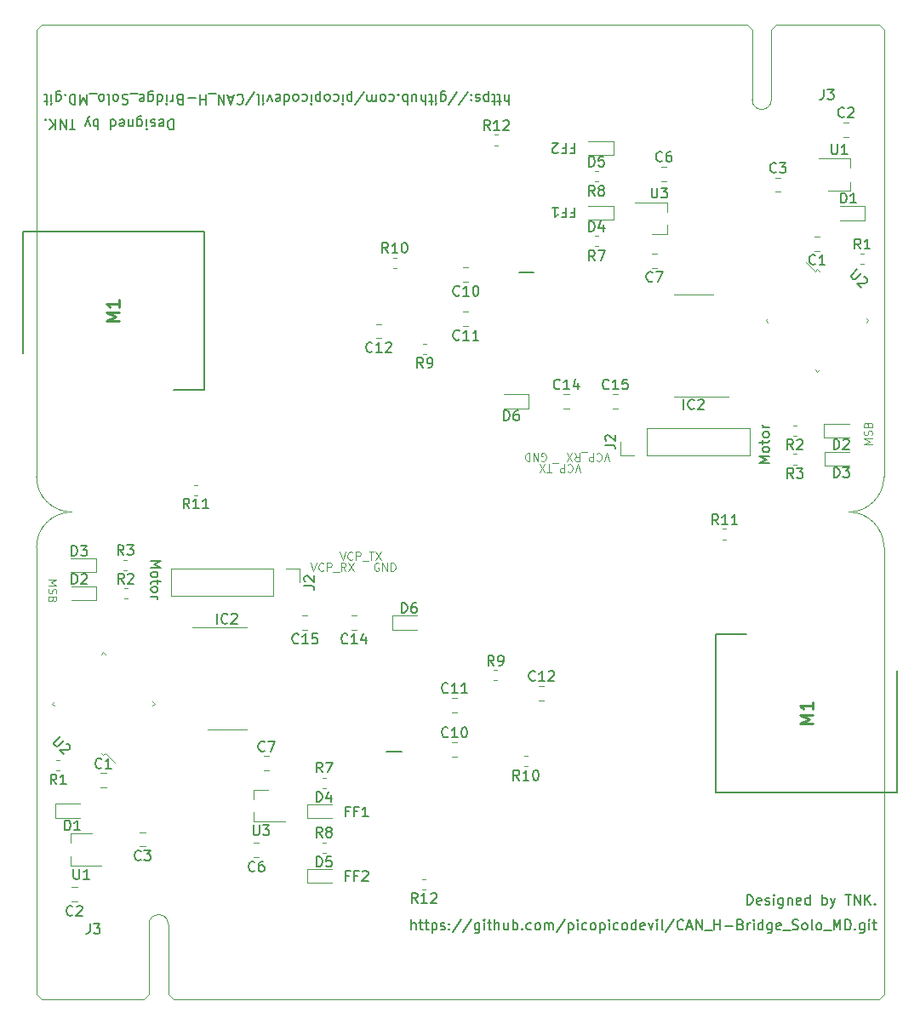
<source format=gbr>
%TF.GenerationSoftware,KiCad,Pcbnew,(5.1.6)-1*%
%TF.CreationDate,2020-06-21T16:44:25+09:00*%
%TF.ProjectId,CAN_H-Bridge_Solo_MD_fin,43414e5f-482d-4427-9269-6467655f536f,rev?*%
%TF.SameCoordinates,Original*%
%TF.FileFunction,Legend,Top*%
%TF.FilePolarity,Positive*%
%FSLAX46Y46*%
G04 Gerber Fmt 4.6, Leading zero omitted, Abs format (unit mm)*
G04 Created by KiCad (PCBNEW (5.1.6)-1) date 2020-06-21 16:44:25*
%MOMM*%
%LPD*%
G01*
G04 APERTURE LIST*
%ADD10C,0.150000*%
%ADD11C,0.120000*%
%TA.AperFunction,Profile*%
%ADD12C,0.100000*%
%TD*%
%ADD13C,0.200000*%
%ADD14C,0.254000*%
%ADD15R,2.002000X0.902000*%
%ADD16R,2.102000X0.802000*%
%ADD17R,1.702000X1.702000*%
%ADD18O,1.702000X1.702000*%
%ADD19C,5.202000*%
%ADD20O,2.902000X1.602000*%
%ADD21R,0.802000X4.402000*%
%ADD22R,0.802000X3.302000*%
%ADD23R,3.102000X5.102000*%
%ADD24R,1.577000X0.552000*%
%ADD25O,1.802000X1.802000*%
%ADD26R,1.802000X1.802000*%
G04 APERTURE END LIST*
D10*
X173252380Y-98133333D02*
X172252380Y-98133333D01*
X172966666Y-97800000D01*
X172252380Y-97466666D01*
X173252380Y-97466666D01*
X173252380Y-96847619D02*
X173204761Y-96942857D01*
X173157142Y-96990476D01*
X173061904Y-97038095D01*
X172776190Y-97038095D01*
X172680952Y-96990476D01*
X172633333Y-96942857D01*
X172585714Y-96847619D01*
X172585714Y-96704761D01*
X172633333Y-96609523D01*
X172680952Y-96561904D01*
X172776190Y-96514285D01*
X173061904Y-96514285D01*
X173157142Y-96561904D01*
X173204761Y-96609523D01*
X173252380Y-96704761D01*
X173252380Y-96847619D01*
X172585714Y-96228571D02*
X172585714Y-95847619D01*
X172252380Y-96085714D02*
X173109523Y-96085714D01*
X173204761Y-96038095D01*
X173252380Y-95942857D01*
X173252380Y-95847619D01*
X173252380Y-95371428D02*
X173204761Y-95466666D01*
X173157142Y-95514285D01*
X173061904Y-95561904D01*
X172776190Y-95561904D01*
X172680952Y-95514285D01*
X172633333Y-95466666D01*
X172585714Y-95371428D01*
X172585714Y-95228571D01*
X172633333Y-95133333D01*
X172680952Y-95085714D01*
X172776190Y-95038095D01*
X173061904Y-95038095D01*
X173157142Y-95085714D01*
X173204761Y-95133333D01*
X173252380Y-95228571D01*
X173252380Y-95371428D01*
X173252380Y-94609523D02*
X172585714Y-94609523D01*
X172776190Y-94609523D02*
X172680952Y-94561904D01*
X172633333Y-94514285D01*
X172585714Y-94419047D01*
X172585714Y-94323809D01*
D11*
X183461904Y-96247619D02*
X182661904Y-96247619D01*
X183233333Y-95980952D01*
X182661904Y-95714285D01*
X183461904Y-95714285D01*
X183423809Y-95371428D02*
X183461904Y-95257142D01*
X183461904Y-95066666D01*
X183423809Y-94990476D01*
X183385714Y-94952380D01*
X183309523Y-94914285D01*
X183233333Y-94914285D01*
X183157142Y-94952380D01*
X183119047Y-94990476D01*
X183080952Y-95066666D01*
X183042857Y-95219047D01*
X183004761Y-95295238D01*
X182966666Y-95333333D01*
X182890476Y-95371428D01*
X182814285Y-95371428D01*
X182738095Y-95333333D01*
X182700000Y-95295238D01*
X182661904Y-95219047D01*
X182661904Y-95028571D01*
X182700000Y-94914285D01*
X183042857Y-94304761D02*
X183080952Y-94190476D01*
X183119047Y-94152380D01*
X183195238Y-94114285D01*
X183309523Y-94114285D01*
X183385714Y-94152380D01*
X183423809Y-94190476D01*
X183461904Y-94266666D01*
X183461904Y-94571428D01*
X182661904Y-94571428D01*
X182661904Y-94304761D01*
X182700000Y-94228571D01*
X182738095Y-94190476D01*
X182814285Y-94152380D01*
X182890476Y-94152380D01*
X182966666Y-94190476D01*
X183004761Y-94228571D01*
X183042857Y-94304761D01*
X183042857Y-94571428D01*
D10*
X153561904Y-66821428D02*
X153895238Y-66821428D01*
X153895238Y-66297619D02*
X153895238Y-67297619D01*
X153419047Y-67297619D01*
X152704761Y-66821428D02*
X153038095Y-66821428D01*
X153038095Y-66297619D02*
X153038095Y-67297619D01*
X152561904Y-67297619D01*
X152228571Y-67202380D02*
X152180952Y-67250000D01*
X152085714Y-67297619D01*
X151847619Y-67297619D01*
X151752380Y-67250000D01*
X151704761Y-67202380D01*
X151657142Y-67107142D01*
X151657142Y-67011904D01*
X151704761Y-66869047D01*
X152276190Y-66297619D01*
X151657142Y-66297619D01*
X147347619Y-61447619D02*
X147347619Y-62447619D01*
X146919047Y-61447619D02*
X146919047Y-61971428D01*
X146966666Y-62066666D01*
X147061904Y-62114285D01*
X147204761Y-62114285D01*
X147300000Y-62066666D01*
X147347619Y-62019047D01*
X146585714Y-62114285D02*
X146204761Y-62114285D01*
X146442857Y-62447619D02*
X146442857Y-61590476D01*
X146395238Y-61495238D01*
X146300000Y-61447619D01*
X146204761Y-61447619D01*
X146014285Y-62114285D02*
X145633333Y-62114285D01*
X145871428Y-62447619D02*
X145871428Y-61590476D01*
X145823809Y-61495238D01*
X145728571Y-61447619D01*
X145633333Y-61447619D01*
X145300000Y-62114285D02*
X145300000Y-61114285D01*
X145300000Y-62066666D02*
X145204761Y-62114285D01*
X145014285Y-62114285D01*
X144919047Y-62066666D01*
X144871428Y-62019047D01*
X144823809Y-61923809D01*
X144823809Y-61638095D01*
X144871428Y-61542857D01*
X144919047Y-61495238D01*
X145014285Y-61447619D01*
X145204761Y-61447619D01*
X145300000Y-61495238D01*
X144442857Y-61495238D02*
X144347619Y-61447619D01*
X144157142Y-61447619D01*
X144061904Y-61495238D01*
X144014285Y-61590476D01*
X144014285Y-61638095D01*
X144061904Y-61733333D01*
X144157142Y-61780952D01*
X144300000Y-61780952D01*
X144395238Y-61828571D01*
X144442857Y-61923809D01*
X144442857Y-61971428D01*
X144395238Y-62066666D01*
X144300000Y-62114285D01*
X144157142Y-62114285D01*
X144061904Y-62066666D01*
X143585714Y-61542857D02*
X143538095Y-61495238D01*
X143585714Y-61447619D01*
X143633333Y-61495238D01*
X143585714Y-61542857D01*
X143585714Y-61447619D01*
X143585714Y-62066666D02*
X143538095Y-62019047D01*
X143585714Y-61971428D01*
X143633333Y-62019047D01*
X143585714Y-62066666D01*
X143585714Y-61971428D01*
X142395238Y-62495238D02*
X143252380Y-61209523D01*
X141347619Y-62495238D02*
X142204761Y-61209523D01*
X140585714Y-62114285D02*
X140585714Y-61304761D01*
X140633333Y-61209523D01*
X140680952Y-61161904D01*
X140776190Y-61114285D01*
X140919047Y-61114285D01*
X141014285Y-61161904D01*
X140585714Y-61495238D02*
X140680952Y-61447619D01*
X140871428Y-61447619D01*
X140966666Y-61495238D01*
X141014285Y-61542857D01*
X141061904Y-61638095D01*
X141061904Y-61923809D01*
X141014285Y-62019047D01*
X140966666Y-62066666D01*
X140871428Y-62114285D01*
X140680952Y-62114285D01*
X140585714Y-62066666D01*
X140109523Y-61447619D02*
X140109523Y-62114285D01*
X140109523Y-62447619D02*
X140157142Y-62400000D01*
X140109523Y-62352380D01*
X140061904Y-62400000D01*
X140109523Y-62447619D01*
X140109523Y-62352380D01*
X139776190Y-62114285D02*
X139395238Y-62114285D01*
X139633333Y-62447619D02*
X139633333Y-61590476D01*
X139585714Y-61495238D01*
X139490476Y-61447619D01*
X139395238Y-61447619D01*
X139061904Y-61447619D02*
X139061904Y-62447619D01*
X138633333Y-61447619D02*
X138633333Y-61971428D01*
X138680952Y-62066666D01*
X138776190Y-62114285D01*
X138919047Y-62114285D01*
X139014285Y-62066666D01*
X139061904Y-62019047D01*
X137728571Y-62114285D02*
X137728571Y-61447619D01*
X138157142Y-62114285D02*
X138157142Y-61590476D01*
X138109523Y-61495238D01*
X138014285Y-61447619D01*
X137871428Y-61447619D01*
X137776190Y-61495238D01*
X137728571Y-61542857D01*
X137252380Y-61447619D02*
X137252380Y-62447619D01*
X137252380Y-62066666D02*
X137157142Y-62114285D01*
X136966666Y-62114285D01*
X136871428Y-62066666D01*
X136823809Y-62019047D01*
X136776190Y-61923809D01*
X136776190Y-61638095D01*
X136823809Y-61542857D01*
X136871428Y-61495238D01*
X136966666Y-61447619D01*
X137157142Y-61447619D01*
X137252380Y-61495238D01*
X136347619Y-61542857D02*
X136300000Y-61495238D01*
X136347619Y-61447619D01*
X136395238Y-61495238D01*
X136347619Y-61542857D01*
X136347619Y-61447619D01*
X135442857Y-61495238D02*
X135538095Y-61447619D01*
X135728571Y-61447619D01*
X135823809Y-61495238D01*
X135871428Y-61542857D01*
X135919047Y-61638095D01*
X135919047Y-61923809D01*
X135871428Y-62019047D01*
X135823809Y-62066666D01*
X135728571Y-62114285D01*
X135538095Y-62114285D01*
X135442857Y-62066666D01*
X134871428Y-61447619D02*
X134966666Y-61495238D01*
X135014285Y-61542857D01*
X135061904Y-61638095D01*
X135061904Y-61923809D01*
X135014285Y-62019047D01*
X134966666Y-62066666D01*
X134871428Y-62114285D01*
X134728571Y-62114285D01*
X134633333Y-62066666D01*
X134585714Y-62019047D01*
X134538095Y-61923809D01*
X134538095Y-61638095D01*
X134585714Y-61542857D01*
X134633333Y-61495238D01*
X134728571Y-61447619D01*
X134871428Y-61447619D01*
X134109523Y-61447619D02*
X134109523Y-62114285D01*
X134109523Y-62019047D02*
X134061904Y-62066666D01*
X133966666Y-62114285D01*
X133823809Y-62114285D01*
X133728571Y-62066666D01*
X133680952Y-61971428D01*
X133680952Y-61447619D01*
X133680952Y-61971428D02*
X133633333Y-62066666D01*
X133538095Y-62114285D01*
X133395238Y-62114285D01*
X133300000Y-62066666D01*
X133252380Y-61971428D01*
X133252380Y-61447619D01*
X132061904Y-62495238D02*
X132919047Y-61209523D01*
X131728571Y-62114285D02*
X131728571Y-61114285D01*
X131728571Y-62066666D02*
X131633333Y-62114285D01*
X131442857Y-62114285D01*
X131347619Y-62066666D01*
X131300000Y-62019047D01*
X131252380Y-61923809D01*
X131252380Y-61638095D01*
X131300000Y-61542857D01*
X131347619Y-61495238D01*
X131442857Y-61447619D01*
X131633333Y-61447619D01*
X131728571Y-61495238D01*
X130823809Y-61447619D02*
X130823809Y-62114285D01*
X130823809Y-62447619D02*
X130871428Y-62400000D01*
X130823809Y-62352380D01*
X130776190Y-62400000D01*
X130823809Y-62447619D01*
X130823809Y-62352380D01*
X129919047Y-61495238D02*
X130014285Y-61447619D01*
X130204761Y-61447619D01*
X130300000Y-61495238D01*
X130347619Y-61542857D01*
X130395238Y-61638095D01*
X130395238Y-61923809D01*
X130347619Y-62019047D01*
X130300000Y-62066666D01*
X130204761Y-62114285D01*
X130014285Y-62114285D01*
X129919047Y-62066666D01*
X129347619Y-61447619D02*
X129442857Y-61495238D01*
X129490476Y-61542857D01*
X129538095Y-61638095D01*
X129538095Y-61923809D01*
X129490476Y-62019047D01*
X129442857Y-62066666D01*
X129347619Y-62114285D01*
X129204761Y-62114285D01*
X129109523Y-62066666D01*
X129061904Y-62019047D01*
X129014285Y-61923809D01*
X129014285Y-61638095D01*
X129061904Y-61542857D01*
X129109523Y-61495238D01*
X129204761Y-61447619D01*
X129347619Y-61447619D01*
X128585714Y-62114285D02*
X128585714Y-61114285D01*
X128585714Y-62066666D02*
X128490476Y-62114285D01*
X128300000Y-62114285D01*
X128204761Y-62066666D01*
X128157142Y-62019047D01*
X128109523Y-61923809D01*
X128109523Y-61638095D01*
X128157142Y-61542857D01*
X128204761Y-61495238D01*
X128300000Y-61447619D01*
X128490476Y-61447619D01*
X128585714Y-61495238D01*
X127680952Y-61447619D02*
X127680952Y-62114285D01*
X127680952Y-62447619D02*
X127728571Y-62400000D01*
X127680952Y-62352380D01*
X127633333Y-62400000D01*
X127680952Y-62447619D01*
X127680952Y-62352380D01*
X126776190Y-61495238D02*
X126871428Y-61447619D01*
X127061904Y-61447619D01*
X127157142Y-61495238D01*
X127204761Y-61542857D01*
X127252380Y-61638095D01*
X127252380Y-61923809D01*
X127204761Y-62019047D01*
X127157142Y-62066666D01*
X127061904Y-62114285D01*
X126871428Y-62114285D01*
X126776190Y-62066666D01*
X126204761Y-61447619D02*
X126300000Y-61495238D01*
X126347619Y-61542857D01*
X126395238Y-61638095D01*
X126395238Y-61923809D01*
X126347619Y-62019047D01*
X126300000Y-62066666D01*
X126204761Y-62114285D01*
X126061904Y-62114285D01*
X125966666Y-62066666D01*
X125919047Y-62019047D01*
X125871428Y-61923809D01*
X125871428Y-61638095D01*
X125919047Y-61542857D01*
X125966666Y-61495238D01*
X126061904Y-61447619D01*
X126204761Y-61447619D01*
X125014285Y-61447619D02*
X125014285Y-62447619D01*
X125014285Y-61495238D02*
X125109523Y-61447619D01*
X125300000Y-61447619D01*
X125395238Y-61495238D01*
X125442857Y-61542857D01*
X125490476Y-61638095D01*
X125490476Y-61923809D01*
X125442857Y-62019047D01*
X125395238Y-62066666D01*
X125300000Y-62114285D01*
X125109523Y-62114285D01*
X125014285Y-62066666D01*
X124157142Y-61495238D02*
X124252380Y-61447619D01*
X124442857Y-61447619D01*
X124538095Y-61495238D01*
X124585714Y-61590476D01*
X124585714Y-61971428D01*
X124538095Y-62066666D01*
X124442857Y-62114285D01*
X124252380Y-62114285D01*
X124157142Y-62066666D01*
X124109523Y-61971428D01*
X124109523Y-61876190D01*
X124585714Y-61780952D01*
X123776190Y-62114285D02*
X123538095Y-61447619D01*
X123300000Y-62114285D01*
X122919047Y-61447619D02*
X122919047Y-62114285D01*
X122919047Y-62447619D02*
X122966666Y-62400000D01*
X122919047Y-62352380D01*
X122871428Y-62400000D01*
X122919047Y-62447619D01*
X122919047Y-62352380D01*
X122300000Y-61447619D02*
X122395238Y-61495238D01*
X122442857Y-61590476D01*
X122442857Y-62447619D01*
X121204761Y-62495238D02*
X122061904Y-61209523D01*
X120300000Y-61542857D02*
X120347619Y-61495238D01*
X120490476Y-61447619D01*
X120585714Y-61447619D01*
X120728571Y-61495238D01*
X120823809Y-61590476D01*
X120871428Y-61685714D01*
X120919047Y-61876190D01*
X120919047Y-62019047D01*
X120871428Y-62209523D01*
X120823809Y-62304761D01*
X120728571Y-62400000D01*
X120585714Y-62447619D01*
X120490476Y-62447619D01*
X120347619Y-62400000D01*
X120300000Y-62352380D01*
X119919047Y-61733333D02*
X119442857Y-61733333D01*
X120014285Y-61447619D02*
X119680952Y-62447619D01*
X119347619Y-61447619D01*
X119014285Y-61447619D02*
X119014285Y-62447619D01*
X118442857Y-61447619D01*
X118442857Y-62447619D01*
X118204761Y-61352380D02*
X117442857Y-61352380D01*
X117204761Y-61447619D02*
X117204761Y-62447619D01*
X117204761Y-61971428D02*
X116633333Y-61971428D01*
X116633333Y-61447619D02*
X116633333Y-62447619D01*
X116157142Y-61828571D02*
X115395238Y-61828571D01*
X114585714Y-61971428D02*
X114442857Y-61923809D01*
X114395238Y-61876190D01*
X114347619Y-61780952D01*
X114347619Y-61638095D01*
X114395238Y-61542857D01*
X114442857Y-61495238D01*
X114538095Y-61447619D01*
X114919047Y-61447619D01*
X114919047Y-62447619D01*
X114585714Y-62447619D01*
X114490476Y-62400000D01*
X114442857Y-62352380D01*
X114395238Y-62257142D01*
X114395238Y-62161904D01*
X114442857Y-62066666D01*
X114490476Y-62019047D01*
X114585714Y-61971428D01*
X114919047Y-61971428D01*
X113919047Y-61447619D02*
X113919047Y-62114285D01*
X113919047Y-61923809D02*
X113871428Y-62019047D01*
X113823809Y-62066666D01*
X113728571Y-62114285D01*
X113633333Y-62114285D01*
X113300000Y-61447619D02*
X113300000Y-62114285D01*
X113300000Y-62447619D02*
X113347619Y-62400000D01*
X113300000Y-62352380D01*
X113252380Y-62400000D01*
X113300000Y-62447619D01*
X113300000Y-62352380D01*
X112395238Y-61447619D02*
X112395238Y-62447619D01*
X112395238Y-61495238D02*
X112490476Y-61447619D01*
X112680952Y-61447619D01*
X112776190Y-61495238D01*
X112823809Y-61542857D01*
X112871428Y-61638095D01*
X112871428Y-61923809D01*
X112823809Y-62019047D01*
X112776190Y-62066666D01*
X112680952Y-62114285D01*
X112490476Y-62114285D01*
X112395238Y-62066666D01*
X111490476Y-62114285D02*
X111490476Y-61304761D01*
X111538095Y-61209523D01*
X111585714Y-61161904D01*
X111680952Y-61114285D01*
X111823809Y-61114285D01*
X111919047Y-61161904D01*
X111490476Y-61495238D02*
X111585714Y-61447619D01*
X111776190Y-61447619D01*
X111871428Y-61495238D01*
X111919047Y-61542857D01*
X111966666Y-61638095D01*
X111966666Y-61923809D01*
X111919047Y-62019047D01*
X111871428Y-62066666D01*
X111776190Y-62114285D01*
X111585714Y-62114285D01*
X111490476Y-62066666D01*
X110633333Y-61495238D02*
X110728571Y-61447619D01*
X110919047Y-61447619D01*
X111014285Y-61495238D01*
X111061904Y-61590476D01*
X111061904Y-61971428D01*
X111014285Y-62066666D01*
X110919047Y-62114285D01*
X110728571Y-62114285D01*
X110633333Y-62066666D01*
X110585714Y-61971428D01*
X110585714Y-61876190D01*
X111061904Y-61780952D01*
X110395238Y-61352380D02*
X109633333Y-61352380D01*
X109442857Y-61495238D02*
X109300000Y-61447619D01*
X109061904Y-61447619D01*
X108966666Y-61495238D01*
X108919047Y-61542857D01*
X108871428Y-61638095D01*
X108871428Y-61733333D01*
X108919047Y-61828571D01*
X108966666Y-61876190D01*
X109061904Y-61923809D01*
X109252380Y-61971428D01*
X109347619Y-62019047D01*
X109395238Y-62066666D01*
X109442857Y-62161904D01*
X109442857Y-62257142D01*
X109395238Y-62352380D01*
X109347619Y-62400000D01*
X109252380Y-62447619D01*
X109014285Y-62447619D01*
X108871428Y-62400000D01*
X108300000Y-61447619D02*
X108395238Y-61495238D01*
X108442857Y-61542857D01*
X108490476Y-61638095D01*
X108490476Y-61923809D01*
X108442857Y-62019047D01*
X108395238Y-62066666D01*
X108300000Y-62114285D01*
X108157142Y-62114285D01*
X108061904Y-62066666D01*
X108014285Y-62019047D01*
X107966666Y-61923809D01*
X107966666Y-61638095D01*
X108014285Y-61542857D01*
X108061904Y-61495238D01*
X108157142Y-61447619D01*
X108300000Y-61447619D01*
X107395238Y-61447619D02*
X107490476Y-61495238D01*
X107538095Y-61590476D01*
X107538095Y-62447619D01*
X106871428Y-61447619D02*
X106966666Y-61495238D01*
X107014285Y-61542857D01*
X107061904Y-61638095D01*
X107061904Y-61923809D01*
X107014285Y-62019047D01*
X106966666Y-62066666D01*
X106871428Y-62114285D01*
X106728571Y-62114285D01*
X106633333Y-62066666D01*
X106585714Y-62019047D01*
X106538095Y-61923809D01*
X106538095Y-61638095D01*
X106585714Y-61542857D01*
X106633333Y-61495238D01*
X106728571Y-61447619D01*
X106871428Y-61447619D01*
X106347619Y-61352380D02*
X105585714Y-61352380D01*
X105347619Y-61447619D02*
X105347619Y-62447619D01*
X105014285Y-61733333D01*
X104680952Y-62447619D01*
X104680952Y-61447619D01*
X104204761Y-61447619D02*
X104204761Y-62447619D01*
X103966666Y-62447619D01*
X103823809Y-62400000D01*
X103728571Y-62304761D01*
X103680952Y-62209523D01*
X103633333Y-62019047D01*
X103633333Y-61876190D01*
X103680952Y-61685714D01*
X103728571Y-61590476D01*
X103823809Y-61495238D01*
X103966666Y-61447619D01*
X104204761Y-61447619D01*
X103204761Y-61542857D02*
X103157142Y-61495238D01*
X103204761Y-61447619D01*
X103252380Y-61495238D01*
X103204761Y-61542857D01*
X103204761Y-61447619D01*
X102300000Y-62114285D02*
X102300000Y-61304761D01*
X102347619Y-61209523D01*
X102395238Y-61161904D01*
X102490476Y-61114285D01*
X102633333Y-61114285D01*
X102728571Y-61161904D01*
X102300000Y-61495238D02*
X102395238Y-61447619D01*
X102585714Y-61447619D01*
X102680952Y-61495238D01*
X102728571Y-61542857D01*
X102776190Y-61638095D01*
X102776190Y-61923809D01*
X102728571Y-62019047D01*
X102680952Y-62066666D01*
X102585714Y-62114285D01*
X102395238Y-62114285D01*
X102300000Y-62066666D01*
X101823809Y-61447619D02*
X101823809Y-62114285D01*
X101823809Y-62447619D02*
X101871428Y-62400000D01*
X101823809Y-62352380D01*
X101776190Y-62400000D01*
X101823809Y-62447619D01*
X101823809Y-62352380D01*
X101490476Y-62114285D02*
X101109523Y-62114285D01*
X101347619Y-62447619D02*
X101347619Y-61590476D01*
X101300000Y-61495238D01*
X101204761Y-61447619D01*
X101109523Y-61447619D01*
X153561904Y-73221428D02*
X153895238Y-73221428D01*
X153895238Y-72697619D02*
X153895238Y-73697619D01*
X153419047Y-73697619D01*
X152704761Y-73221428D02*
X153038095Y-73221428D01*
X153038095Y-72697619D02*
X153038095Y-73697619D01*
X152561904Y-73697619D01*
X151657142Y-72697619D02*
X152228571Y-72697619D01*
X151942857Y-72697619D02*
X151942857Y-73697619D01*
X152038095Y-73554761D01*
X152133333Y-73459523D01*
X152228571Y-73411904D01*
D11*
X150609523Y-97900000D02*
X150685714Y-97938095D01*
X150800000Y-97938095D01*
X150914285Y-97900000D01*
X150990476Y-97823809D01*
X151028571Y-97747619D01*
X151066666Y-97595238D01*
X151066666Y-97480952D01*
X151028571Y-97328571D01*
X150990476Y-97252380D01*
X150914285Y-97176190D01*
X150800000Y-97138095D01*
X150723809Y-97138095D01*
X150609523Y-97176190D01*
X150571428Y-97214285D01*
X150571428Y-97480952D01*
X150723809Y-97480952D01*
X150228571Y-97138095D02*
X150228571Y-97938095D01*
X149771428Y-97138095D01*
X149771428Y-97938095D01*
X149390476Y-97138095D02*
X149390476Y-97938095D01*
X149200000Y-97938095D01*
X149085714Y-97900000D01*
X149009523Y-97823809D01*
X148971428Y-97747619D01*
X148933333Y-97595238D01*
X148933333Y-97480952D01*
X148971428Y-97328571D01*
X149009523Y-97252380D01*
X149085714Y-97176190D01*
X149200000Y-97138095D01*
X149390476Y-97138095D01*
D10*
X113957142Y-63947619D02*
X113957142Y-64947619D01*
X113719047Y-64947619D01*
X113576190Y-64900000D01*
X113480952Y-64804761D01*
X113433333Y-64709523D01*
X113385714Y-64519047D01*
X113385714Y-64376190D01*
X113433333Y-64185714D01*
X113480952Y-64090476D01*
X113576190Y-63995238D01*
X113719047Y-63947619D01*
X113957142Y-63947619D01*
X112576190Y-63995238D02*
X112671428Y-63947619D01*
X112861904Y-63947619D01*
X112957142Y-63995238D01*
X113004761Y-64090476D01*
X113004761Y-64471428D01*
X112957142Y-64566666D01*
X112861904Y-64614285D01*
X112671428Y-64614285D01*
X112576190Y-64566666D01*
X112528571Y-64471428D01*
X112528571Y-64376190D01*
X113004761Y-64280952D01*
X112147619Y-63995238D02*
X112052380Y-63947619D01*
X111861904Y-63947619D01*
X111766666Y-63995238D01*
X111719047Y-64090476D01*
X111719047Y-64138095D01*
X111766666Y-64233333D01*
X111861904Y-64280952D01*
X112004761Y-64280952D01*
X112100000Y-64328571D01*
X112147619Y-64423809D01*
X112147619Y-64471428D01*
X112100000Y-64566666D01*
X112004761Y-64614285D01*
X111861904Y-64614285D01*
X111766666Y-64566666D01*
X111290476Y-63947619D02*
X111290476Y-64614285D01*
X111290476Y-64947619D02*
X111338095Y-64900000D01*
X111290476Y-64852380D01*
X111242857Y-64900000D01*
X111290476Y-64947619D01*
X111290476Y-64852380D01*
X110385714Y-64614285D02*
X110385714Y-63804761D01*
X110433333Y-63709523D01*
X110480952Y-63661904D01*
X110576190Y-63614285D01*
X110719047Y-63614285D01*
X110814285Y-63661904D01*
X110385714Y-63995238D02*
X110480952Y-63947619D01*
X110671428Y-63947619D01*
X110766666Y-63995238D01*
X110814285Y-64042857D01*
X110861904Y-64138095D01*
X110861904Y-64423809D01*
X110814285Y-64519047D01*
X110766666Y-64566666D01*
X110671428Y-64614285D01*
X110480952Y-64614285D01*
X110385714Y-64566666D01*
X109909523Y-64614285D02*
X109909523Y-63947619D01*
X109909523Y-64519047D02*
X109861904Y-64566666D01*
X109766666Y-64614285D01*
X109623809Y-64614285D01*
X109528571Y-64566666D01*
X109480952Y-64471428D01*
X109480952Y-63947619D01*
X108623809Y-63995238D02*
X108719047Y-63947619D01*
X108909523Y-63947619D01*
X109004761Y-63995238D01*
X109052380Y-64090476D01*
X109052380Y-64471428D01*
X109004761Y-64566666D01*
X108909523Y-64614285D01*
X108719047Y-64614285D01*
X108623809Y-64566666D01*
X108576190Y-64471428D01*
X108576190Y-64376190D01*
X109052380Y-64280952D01*
X107719047Y-63947619D02*
X107719047Y-64947619D01*
X107719047Y-63995238D02*
X107814285Y-63947619D01*
X108004761Y-63947619D01*
X108100000Y-63995238D01*
X108147619Y-64042857D01*
X108195238Y-64138095D01*
X108195238Y-64423809D01*
X108147619Y-64519047D01*
X108100000Y-64566666D01*
X108004761Y-64614285D01*
X107814285Y-64614285D01*
X107719047Y-64566666D01*
X106480952Y-63947619D02*
X106480952Y-64947619D01*
X106480952Y-64566666D02*
X106385714Y-64614285D01*
X106195238Y-64614285D01*
X106100000Y-64566666D01*
X106052380Y-64519047D01*
X106004761Y-64423809D01*
X106004761Y-64138095D01*
X106052380Y-64042857D01*
X106100000Y-63995238D01*
X106195238Y-63947619D01*
X106385714Y-63947619D01*
X106480952Y-63995238D01*
X105671428Y-64614285D02*
X105433333Y-63947619D01*
X105195238Y-64614285D02*
X105433333Y-63947619D01*
X105528571Y-63709523D01*
X105576190Y-63661904D01*
X105671428Y-63614285D01*
X104195238Y-64947619D02*
X103623809Y-64947619D01*
X103909523Y-63947619D02*
X103909523Y-64947619D01*
X103290476Y-63947619D02*
X103290476Y-64947619D01*
X102719047Y-63947619D01*
X102719047Y-64947619D01*
X102242857Y-63947619D02*
X102242857Y-64947619D01*
X101671428Y-63947619D02*
X102100000Y-64519047D01*
X101671428Y-64947619D02*
X102242857Y-64376190D01*
X101242857Y-64042857D02*
X101195238Y-63995238D01*
X101242857Y-63947619D01*
X101290476Y-63995238D01*
X101242857Y-64042857D01*
X101242857Y-63947619D01*
D11*
X154457142Y-99038095D02*
X154190476Y-98238095D01*
X153923809Y-99038095D01*
X153200000Y-98314285D02*
X153238095Y-98276190D01*
X153352380Y-98238095D01*
X153428571Y-98238095D01*
X153542857Y-98276190D01*
X153619047Y-98352380D01*
X153657142Y-98428571D01*
X153695238Y-98580952D01*
X153695238Y-98695238D01*
X153657142Y-98847619D01*
X153619047Y-98923809D01*
X153542857Y-99000000D01*
X153428571Y-99038095D01*
X153352380Y-99038095D01*
X153238095Y-99000000D01*
X153200000Y-98961904D01*
X152857142Y-98238095D02*
X152857142Y-99038095D01*
X152552380Y-99038095D01*
X152476190Y-99000000D01*
X152438095Y-98961904D01*
X152400000Y-98885714D01*
X152400000Y-98771428D01*
X152438095Y-98695238D01*
X152476190Y-98657142D01*
X152552380Y-98619047D01*
X152857142Y-98619047D01*
X152247619Y-98161904D02*
X151638095Y-98161904D01*
X151561904Y-99038095D02*
X151104761Y-99038095D01*
X151333333Y-98238095D02*
X151333333Y-99038095D01*
X150914285Y-99038095D02*
X150380952Y-98238095D01*
X150380952Y-99038095D02*
X150914285Y-98238095D01*
X157352380Y-97938095D02*
X157085714Y-97138095D01*
X156819047Y-97938095D01*
X156095238Y-97214285D02*
X156133333Y-97176190D01*
X156247619Y-97138095D01*
X156323809Y-97138095D01*
X156438095Y-97176190D01*
X156514285Y-97252380D01*
X156552380Y-97328571D01*
X156590476Y-97480952D01*
X156590476Y-97595238D01*
X156552380Y-97747619D01*
X156514285Y-97823809D01*
X156438095Y-97900000D01*
X156323809Y-97938095D01*
X156247619Y-97938095D01*
X156133333Y-97900000D01*
X156095238Y-97861904D01*
X155752380Y-97138095D02*
X155752380Y-97938095D01*
X155447619Y-97938095D01*
X155371428Y-97900000D01*
X155333333Y-97861904D01*
X155295238Y-97785714D01*
X155295238Y-97671428D01*
X155333333Y-97595238D01*
X155371428Y-97557142D01*
X155447619Y-97519047D01*
X155752380Y-97519047D01*
X155142857Y-97061904D02*
X154533333Y-97061904D01*
X153885714Y-97138095D02*
X154152380Y-97519047D01*
X154342857Y-97138095D02*
X154342857Y-97938095D01*
X154038095Y-97938095D01*
X153961904Y-97900000D01*
X153923809Y-97861904D01*
X153885714Y-97785714D01*
X153885714Y-97671428D01*
X153923809Y-97595238D01*
X153961904Y-97557142D01*
X154038095Y-97519047D01*
X154342857Y-97519047D01*
X153619047Y-97938095D02*
X153085714Y-97138095D01*
X153085714Y-97938095D02*
X153619047Y-97138095D01*
D12*
X184650000Y-62950000D02*
X184650000Y-99500000D01*
X103850000Y-103000000D02*
G75*
G02*
X100350000Y-99500000I0J3500000D01*
G01*
X184650000Y-99500000D02*
G75*
G02*
X181150000Y-103000000I-3500000J0D01*
G01*
X100350000Y-99500000D02*
X100350000Y-62950000D01*
D10*
X137652380Y-144552380D02*
X137652380Y-143552380D01*
X138080952Y-144552380D02*
X138080952Y-144028571D01*
X138033333Y-143933333D01*
X137938095Y-143885714D01*
X137795238Y-143885714D01*
X137700000Y-143933333D01*
X137652380Y-143980952D01*
X138414285Y-143885714D02*
X138795238Y-143885714D01*
X138557142Y-143552380D02*
X138557142Y-144409523D01*
X138604761Y-144504761D01*
X138700000Y-144552380D01*
X138795238Y-144552380D01*
X138985714Y-143885714D02*
X139366666Y-143885714D01*
X139128571Y-143552380D02*
X139128571Y-144409523D01*
X139176190Y-144504761D01*
X139271428Y-144552380D01*
X139366666Y-144552380D01*
X139700000Y-143885714D02*
X139700000Y-144885714D01*
X139700000Y-143933333D02*
X139795238Y-143885714D01*
X139985714Y-143885714D01*
X140080952Y-143933333D01*
X140128571Y-143980952D01*
X140176190Y-144076190D01*
X140176190Y-144361904D01*
X140128571Y-144457142D01*
X140080952Y-144504761D01*
X139985714Y-144552380D01*
X139795238Y-144552380D01*
X139700000Y-144504761D01*
X140557142Y-144504761D02*
X140652380Y-144552380D01*
X140842857Y-144552380D01*
X140938095Y-144504761D01*
X140985714Y-144409523D01*
X140985714Y-144361904D01*
X140938095Y-144266666D01*
X140842857Y-144219047D01*
X140700000Y-144219047D01*
X140604761Y-144171428D01*
X140557142Y-144076190D01*
X140557142Y-144028571D01*
X140604761Y-143933333D01*
X140700000Y-143885714D01*
X140842857Y-143885714D01*
X140938095Y-143933333D01*
X141414285Y-144457142D02*
X141461904Y-144504761D01*
X141414285Y-144552380D01*
X141366666Y-144504761D01*
X141414285Y-144457142D01*
X141414285Y-144552380D01*
X141414285Y-143933333D02*
X141461904Y-143980952D01*
X141414285Y-144028571D01*
X141366666Y-143980952D01*
X141414285Y-143933333D01*
X141414285Y-144028571D01*
X142604761Y-143504761D02*
X141747619Y-144790476D01*
X143652380Y-143504761D02*
X142795238Y-144790476D01*
X144414285Y-143885714D02*
X144414285Y-144695238D01*
X144366666Y-144790476D01*
X144319047Y-144838095D01*
X144223809Y-144885714D01*
X144080952Y-144885714D01*
X143985714Y-144838095D01*
X144414285Y-144504761D02*
X144319047Y-144552380D01*
X144128571Y-144552380D01*
X144033333Y-144504761D01*
X143985714Y-144457142D01*
X143938095Y-144361904D01*
X143938095Y-144076190D01*
X143985714Y-143980952D01*
X144033333Y-143933333D01*
X144128571Y-143885714D01*
X144319047Y-143885714D01*
X144414285Y-143933333D01*
X144890476Y-144552380D02*
X144890476Y-143885714D01*
X144890476Y-143552380D02*
X144842857Y-143600000D01*
X144890476Y-143647619D01*
X144938095Y-143600000D01*
X144890476Y-143552380D01*
X144890476Y-143647619D01*
X145223809Y-143885714D02*
X145604761Y-143885714D01*
X145366666Y-143552380D02*
X145366666Y-144409523D01*
X145414285Y-144504761D01*
X145509523Y-144552380D01*
X145604761Y-144552380D01*
X145938095Y-144552380D02*
X145938095Y-143552380D01*
X146366666Y-144552380D02*
X146366666Y-144028571D01*
X146319047Y-143933333D01*
X146223809Y-143885714D01*
X146080952Y-143885714D01*
X145985714Y-143933333D01*
X145938095Y-143980952D01*
X147271428Y-143885714D02*
X147271428Y-144552380D01*
X146842857Y-143885714D02*
X146842857Y-144409523D01*
X146890476Y-144504761D01*
X146985714Y-144552380D01*
X147128571Y-144552380D01*
X147223809Y-144504761D01*
X147271428Y-144457142D01*
X147747619Y-144552380D02*
X147747619Y-143552380D01*
X147747619Y-143933333D02*
X147842857Y-143885714D01*
X148033333Y-143885714D01*
X148128571Y-143933333D01*
X148176190Y-143980952D01*
X148223809Y-144076190D01*
X148223809Y-144361904D01*
X148176190Y-144457142D01*
X148128571Y-144504761D01*
X148033333Y-144552380D01*
X147842857Y-144552380D01*
X147747619Y-144504761D01*
X148652380Y-144457142D02*
X148700000Y-144504761D01*
X148652380Y-144552380D01*
X148604761Y-144504761D01*
X148652380Y-144457142D01*
X148652380Y-144552380D01*
X149557142Y-144504761D02*
X149461904Y-144552380D01*
X149271428Y-144552380D01*
X149176190Y-144504761D01*
X149128571Y-144457142D01*
X149080952Y-144361904D01*
X149080952Y-144076190D01*
X149128571Y-143980952D01*
X149176190Y-143933333D01*
X149271428Y-143885714D01*
X149461904Y-143885714D01*
X149557142Y-143933333D01*
X150128571Y-144552380D02*
X150033333Y-144504761D01*
X149985714Y-144457142D01*
X149938095Y-144361904D01*
X149938095Y-144076190D01*
X149985714Y-143980952D01*
X150033333Y-143933333D01*
X150128571Y-143885714D01*
X150271428Y-143885714D01*
X150366666Y-143933333D01*
X150414285Y-143980952D01*
X150461904Y-144076190D01*
X150461904Y-144361904D01*
X150414285Y-144457142D01*
X150366666Y-144504761D01*
X150271428Y-144552380D01*
X150128571Y-144552380D01*
X150890476Y-144552380D02*
X150890476Y-143885714D01*
X150890476Y-143980952D02*
X150938095Y-143933333D01*
X151033333Y-143885714D01*
X151176190Y-143885714D01*
X151271428Y-143933333D01*
X151319047Y-144028571D01*
X151319047Y-144552380D01*
X151319047Y-144028571D02*
X151366666Y-143933333D01*
X151461904Y-143885714D01*
X151604761Y-143885714D01*
X151700000Y-143933333D01*
X151747619Y-144028571D01*
X151747619Y-144552380D01*
X152938095Y-143504761D02*
X152080952Y-144790476D01*
X153271428Y-143885714D02*
X153271428Y-144885714D01*
X153271428Y-143933333D02*
X153366666Y-143885714D01*
X153557142Y-143885714D01*
X153652380Y-143933333D01*
X153700000Y-143980952D01*
X153747619Y-144076190D01*
X153747619Y-144361904D01*
X153700000Y-144457142D01*
X153652380Y-144504761D01*
X153557142Y-144552380D01*
X153366666Y-144552380D01*
X153271428Y-144504761D01*
X154176190Y-144552380D02*
X154176190Y-143885714D01*
X154176190Y-143552380D02*
X154128571Y-143600000D01*
X154176190Y-143647619D01*
X154223809Y-143600000D01*
X154176190Y-143552380D01*
X154176190Y-143647619D01*
X155080952Y-144504761D02*
X154985714Y-144552380D01*
X154795238Y-144552380D01*
X154700000Y-144504761D01*
X154652380Y-144457142D01*
X154604761Y-144361904D01*
X154604761Y-144076190D01*
X154652380Y-143980952D01*
X154700000Y-143933333D01*
X154795238Y-143885714D01*
X154985714Y-143885714D01*
X155080952Y-143933333D01*
X155652380Y-144552380D02*
X155557142Y-144504761D01*
X155509523Y-144457142D01*
X155461904Y-144361904D01*
X155461904Y-144076190D01*
X155509523Y-143980952D01*
X155557142Y-143933333D01*
X155652380Y-143885714D01*
X155795238Y-143885714D01*
X155890476Y-143933333D01*
X155938095Y-143980952D01*
X155985714Y-144076190D01*
X155985714Y-144361904D01*
X155938095Y-144457142D01*
X155890476Y-144504761D01*
X155795238Y-144552380D01*
X155652380Y-144552380D01*
X156414285Y-143885714D02*
X156414285Y-144885714D01*
X156414285Y-143933333D02*
X156509523Y-143885714D01*
X156700000Y-143885714D01*
X156795238Y-143933333D01*
X156842857Y-143980952D01*
X156890476Y-144076190D01*
X156890476Y-144361904D01*
X156842857Y-144457142D01*
X156795238Y-144504761D01*
X156700000Y-144552380D01*
X156509523Y-144552380D01*
X156414285Y-144504761D01*
X157319047Y-144552380D02*
X157319047Y-143885714D01*
X157319047Y-143552380D02*
X157271428Y-143600000D01*
X157319047Y-143647619D01*
X157366666Y-143600000D01*
X157319047Y-143552380D01*
X157319047Y-143647619D01*
X158223809Y-144504761D02*
X158128571Y-144552380D01*
X157938095Y-144552380D01*
X157842857Y-144504761D01*
X157795238Y-144457142D01*
X157747619Y-144361904D01*
X157747619Y-144076190D01*
X157795238Y-143980952D01*
X157842857Y-143933333D01*
X157938095Y-143885714D01*
X158128571Y-143885714D01*
X158223809Y-143933333D01*
X158795238Y-144552380D02*
X158700000Y-144504761D01*
X158652380Y-144457142D01*
X158604761Y-144361904D01*
X158604761Y-144076190D01*
X158652380Y-143980952D01*
X158700000Y-143933333D01*
X158795238Y-143885714D01*
X158938095Y-143885714D01*
X159033333Y-143933333D01*
X159080952Y-143980952D01*
X159128571Y-144076190D01*
X159128571Y-144361904D01*
X159080952Y-144457142D01*
X159033333Y-144504761D01*
X158938095Y-144552380D01*
X158795238Y-144552380D01*
X159985714Y-144552380D02*
X159985714Y-143552380D01*
X159985714Y-144504761D02*
X159890476Y-144552380D01*
X159700000Y-144552380D01*
X159604761Y-144504761D01*
X159557142Y-144457142D01*
X159509523Y-144361904D01*
X159509523Y-144076190D01*
X159557142Y-143980952D01*
X159604761Y-143933333D01*
X159700000Y-143885714D01*
X159890476Y-143885714D01*
X159985714Y-143933333D01*
X160842857Y-144504761D02*
X160747619Y-144552380D01*
X160557142Y-144552380D01*
X160461904Y-144504761D01*
X160414285Y-144409523D01*
X160414285Y-144028571D01*
X160461904Y-143933333D01*
X160557142Y-143885714D01*
X160747619Y-143885714D01*
X160842857Y-143933333D01*
X160890476Y-144028571D01*
X160890476Y-144123809D01*
X160414285Y-144219047D01*
X161223809Y-143885714D02*
X161461904Y-144552380D01*
X161700000Y-143885714D01*
X162080952Y-144552380D02*
X162080952Y-143885714D01*
X162080952Y-143552380D02*
X162033333Y-143600000D01*
X162080952Y-143647619D01*
X162128571Y-143600000D01*
X162080952Y-143552380D01*
X162080952Y-143647619D01*
X162700000Y-144552380D02*
X162604761Y-144504761D01*
X162557142Y-144409523D01*
X162557142Y-143552380D01*
X163795238Y-143504761D02*
X162938095Y-144790476D01*
X164700000Y-144457142D02*
X164652380Y-144504761D01*
X164509523Y-144552380D01*
X164414285Y-144552380D01*
X164271428Y-144504761D01*
X164176190Y-144409523D01*
X164128571Y-144314285D01*
X164080952Y-144123809D01*
X164080952Y-143980952D01*
X164128571Y-143790476D01*
X164176190Y-143695238D01*
X164271428Y-143600000D01*
X164414285Y-143552380D01*
X164509523Y-143552380D01*
X164652380Y-143600000D01*
X164700000Y-143647619D01*
X165080952Y-144266666D02*
X165557142Y-144266666D01*
X164985714Y-144552380D02*
X165319047Y-143552380D01*
X165652380Y-144552380D01*
X165985714Y-144552380D02*
X165985714Y-143552380D01*
X166557142Y-144552380D01*
X166557142Y-143552380D01*
X166795238Y-144647619D02*
X167557142Y-144647619D01*
X167795238Y-144552380D02*
X167795238Y-143552380D01*
X167795238Y-144028571D02*
X168366666Y-144028571D01*
X168366666Y-144552380D02*
X168366666Y-143552380D01*
X168842857Y-144171428D02*
X169604761Y-144171428D01*
X170414285Y-144028571D02*
X170557142Y-144076190D01*
X170604761Y-144123809D01*
X170652380Y-144219047D01*
X170652380Y-144361904D01*
X170604761Y-144457142D01*
X170557142Y-144504761D01*
X170461904Y-144552380D01*
X170080952Y-144552380D01*
X170080952Y-143552380D01*
X170414285Y-143552380D01*
X170509523Y-143600000D01*
X170557142Y-143647619D01*
X170604761Y-143742857D01*
X170604761Y-143838095D01*
X170557142Y-143933333D01*
X170509523Y-143980952D01*
X170414285Y-144028571D01*
X170080952Y-144028571D01*
X171080952Y-144552380D02*
X171080952Y-143885714D01*
X171080952Y-144076190D02*
X171128571Y-143980952D01*
X171176190Y-143933333D01*
X171271428Y-143885714D01*
X171366666Y-143885714D01*
X171700000Y-144552380D02*
X171700000Y-143885714D01*
X171700000Y-143552380D02*
X171652380Y-143600000D01*
X171700000Y-143647619D01*
X171747619Y-143600000D01*
X171700000Y-143552380D01*
X171700000Y-143647619D01*
X172604761Y-144552380D02*
X172604761Y-143552380D01*
X172604761Y-144504761D02*
X172509523Y-144552380D01*
X172319047Y-144552380D01*
X172223809Y-144504761D01*
X172176190Y-144457142D01*
X172128571Y-144361904D01*
X172128571Y-144076190D01*
X172176190Y-143980952D01*
X172223809Y-143933333D01*
X172319047Y-143885714D01*
X172509523Y-143885714D01*
X172604761Y-143933333D01*
X173509523Y-143885714D02*
X173509523Y-144695238D01*
X173461904Y-144790476D01*
X173414285Y-144838095D01*
X173319047Y-144885714D01*
X173176190Y-144885714D01*
X173080952Y-144838095D01*
X173509523Y-144504761D02*
X173414285Y-144552380D01*
X173223809Y-144552380D01*
X173128571Y-144504761D01*
X173080952Y-144457142D01*
X173033333Y-144361904D01*
X173033333Y-144076190D01*
X173080952Y-143980952D01*
X173128571Y-143933333D01*
X173223809Y-143885714D01*
X173414285Y-143885714D01*
X173509523Y-143933333D01*
X174366666Y-144504761D02*
X174271428Y-144552380D01*
X174080952Y-144552380D01*
X173985714Y-144504761D01*
X173938095Y-144409523D01*
X173938095Y-144028571D01*
X173985714Y-143933333D01*
X174080952Y-143885714D01*
X174271428Y-143885714D01*
X174366666Y-143933333D01*
X174414285Y-144028571D01*
X174414285Y-144123809D01*
X173938095Y-144219047D01*
X174604761Y-144647619D02*
X175366666Y-144647619D01*
X175557142Y-144504761D02*
X175700000Y-144552380D01*
X175938095Y-144552380D01*
X176033333Y-144504761D01*
X176080952Y-144457142D01*
X176128571Y-144361904D01*
X176128571Y-144266666D01*
X176080952Y-144171428D01*
X176033333Y-144123809D01*
X175938095Y-144076190D01*
X175747619Y-144028571D01*
X175652380Y-143980952D01*
X175604761Y-143933333D01*
X175557142Y-143838095D01*
X175557142Y-143742857D01*
X175604761Y-143647619D01*
X175652380Y-143600000D01*
X175747619Y-143552380D01*
X175985714Y-143552380D01*
X176128571Y-143600000D01*
X176700000Y-144552380D02*
X176604761Y-144504761D01*
X176557142Y-144457142D01*
X176509523Y-144361904D01*
X176509523Y-144076190D01*
X176557142Y-143980952D01*
X176604761Y-143933333D01*
X176700000Y-143885714D01*
X176842857Y-143885714D01*
X176938095Y-143933333D01*
X176985714Y-143980952D01*
X177033333Y-144076190D01*
X177033333Y-144361904D01*
X176985714Y-144457142D01*
X176938095Y-144504761D01*
X176842857Y-144552380D01*
X176700000Y-144552380D01*
X177604761Y-144552380D02*
X177509523Y-144504761D01*
X177461904Y-144409523D01*
X177461904Y-143552380D01*
X178128571Y-144552380D02*
X178033333Y-144504761D01*
X177985714Y-144457142D01*
X177938095Y-144361904D01*
X177938095Y-144076190D01*
X177985714Y-143980952D01*
X178033333Y-143933333D01*
X178128571Y-143885714D01*
X178271428Y-143885714D01*
X178366666Y-143933333D01*
X178414285Y-143980952D01*
X178461904Y-144076190D01*
X178461904Y-144361904D01*
X178414285Y-144457142D01*
X178366666Y-144504761D01*
X178271428Y-144552380D01*
X178128571Y-144552380D01*
X178652380Y-144647619D02*
X179414285Y-144647619D01*
X179652380Y-144552380D02*
X179652380Y-143552380D01*
X179985714Y-144266666D01*
X180319047Y-143552380D01*
X180319047Y-144552380D01*
X180795238Y-144552380D02*
X180795238Y-143552380D01*
X181033333Y-143552380D01*
X181176190Y-143600000D01*
X181271428Y-143695238D01*
X181319047Y-143790476D01*
X181366666Y-143980952D01*
X181366666Y-144123809D01*
X181319047Y-144314285D01*
X181271428Y-144409523D01*
X181176190Y-144504761D01*
X181033333Y-144552380D01*
X180795238Y-144552380D01*
X181795238Y-144457142D02*
X181842857Y-144504761D01*
X181795238Y-144552380D01*
X181747619Y-144504761D01*
X181795238Y-144457142D01*
X181795238Y-144552380D01*
X182700000Y-143885714D02*
X182700000Y-144695238D01*
X182652380Y-144790476D01*
X182604761Y-144838095D01*
X182509523Y-144885714D01*
X182366666Y-144885714D01*
X182271428Y-144838095D01*
X182700000Y-144504761D02*
X182604761Y-144552380D01*
X182414285Y-144552380D01*
X182319047Y-144504761D01*
X182271428Y-144457142D01*
X182223809Y-144361904D01*
X182223809Y-144076190D01*
X182271428Y-143980952D01*
X182319047Y-143933333D01*
X182414285Y-143885714D01*
X182604761Y-143885714D01*
X182700000Y-143933333D01*
X183176190Y-144552380D02*
X183176190Y-143885714D01*
X183176190Y-143552380D02*
X183128571Y-143600000D01*
X183176190Y-143647619D01*
X183223809Y-143600000D01*
X183176190Y-143552380D01*
X183176190Y-143647619D01*
X183509523Y-143885714D02*
X183890476Y-143885714D01*
X183652380Y-143552380D02*
X183652380Y-144409523D01*
X183700000Y-144504761D01*
X183795238Y-144552380D01*
X183890476Y-144552380D01*
X131438095Y-139178571D02*
X131104761Y-139178571D01*
X131104761Y-139702380D02*
X131104761Y-138702380D01*
X131580952Y-138702380D01*
X132295238Y-139178571D02*
X131961904Y-139178571D01*
X131961904Y-139702380D02*
X131961904Y-138702380D01*
X132438095Y-138702380D01*
X132771428Y-138797619D02*
X132819047Y-138750000D01*
X132914285Y-138702380D01*
X133152380Y-138702380D01*
X133247619Y-138750000D01*
X133295238Y-138797619D01*
X133342857Y-138892857D01*
X133342857Y-138988095D01*
X133295238Y-139130952D01*
X132723809Y-139702380D01*
X133342857Y-139702380D01*
X131438095Y-132778571D02*
X131104761Y-132778571D01*
X131104761Y-133302380D02*
X131104761Y-132302380D01*
X131580952Y-132302380D01*
X132295238Y-132778571D02*
X131961904Y-132778571D01*
X131961904Y-133302380D02*
X131961904Y-132302380D01*
X132438095Y-132302380D01*
X133342857Y-133302380D02*
X132771428Y-133302380D01*
X133057142Y-133302380D02*
X133057142Y-132302380D01*
X132961904Y-132445238D01*
X132866666Y-132540476D01*
X132771428Y-132588095D01*
X111747619Y-107866666D02*
X112747619Y-107866666D01*
X112033333Y-108200000D01*
X112747619Y-108533333D01*
X111747619Y-108533333D01*
X111747619Y-109152380D02*
X111795238Y-109057142D01*
X111842857Y-109009523D01*
X111938095Y-108961904D01*
X112223809Y-108961904D01*
X112319047Y-109009523D01*
X112366666Y-109057142D01*
X112414285Y-109152380D01*
X112414285Y-109295238D01*
X112366666Y-109390476D01*
X112319047Y-109438095D01*
X112223809Y-109485714D01*
X111938095Y-109485714D01*
X111842857Y-109438095D01*
X111795238Y-109390476D01*
X111747619Y-109295238D01*
X111747619Y-109152380D01*
X112414285Y-109771428D02*
X112414285Y-110152380D01*
X112747619Y-109914285D02*
X111890476Y-109914285D01*
X111795238Y-109961904D01*
X111747619Y-110057142D01*
X111747619Y-110152380D01*
X111747619Y-110628571D02*
X111795238Y-110533333D01*
X111842857Y-110485714D01*
X111938095Y-110438095D01*
X112223809Y-110438095D01*
X112319047Y-110485714D01*
X112366666Y-110533333D01*
X112414285Y-110628571D01*
X112414285Y-110771428D01*
X112366666Y-110866666D01*
X112319047Y-110914285D01*
X112223809Y-110961904D01*
X111938095Y-110961904D01*
X111842857Y-110914285D01*
X111795238Y-110866666D01*
X111747619Y-110771428D01*
X111747619Y-110628571D01*
X111747619Y-111390476D02*
X112414285Y-111390476D01*
X112223809Y-111390476D02*
X112319047Y-111438095D01*
X112366666Y-111485714D01*
X112414285Y-111580952D01*
X112414285Y-111676190D01*
D11*
X101538095Y-109752380D02*
X102338095Y-109752380D01*
X101766666Y-110019047D01*
X102338095Y-110285714D01*
X101538095Y-110285714D01*
X101576190Y-110628571D02*
X101538095Y-110742857D01*
X101538095Y-110933333D01*
X101576190Y-111009523D01*
X101614285Y-111047619D01*
X101690476Y-111085714D01*
X101766666Y-111085714D01*
X101842857Y-111047619D01*
X101880952Y-111009523D01*
X101919047Y-110933333D01*
X101957142Y-110780952D01*
X101995238Y-110704761D01*
X102033333Y-110666666D01*
X102109523Y-110628571D01*
X102185714Y-110628571D01*
X102261904Y-110666666D01*
X102300000Y-110704761D01*
X102338095Y-110780952D01*
X102338095Y-110971428D01*
X102300000Y-111085714D01*
X101957142Y-111695238D02*
X101919047Y-111809523D01*
X101880952Y-111847619D01*
X101804761Y-111885714D01*
X101690476Y-111885714D01*
X101614285Y-111847619D01*
X101576190Y-111809523D01*
X101538095Y-111733333D01*
X101538095Y-111428571D01*
X102338095Y-111428571D01*
X102338095Y-111695238D01*
X102300000Y-111771428D01*
X102261904Y-111809523D01*
X102185714Y-111847619D01*
X102109523Y-111847619D01*
X102033333Y-111809523D01*
X101995238Y-111771428D01*
X101957142Y-111695238D01*
X101957142Y-111428571D01*
D12*
X100350000Y-106500000D02*
G75*
G02*
X103850000Y-103000000I3500000J0D01*
G01*
X181150000Y-103000000D02*
G75*
G02*
X184650000Y-106500000I0J-3500000D01*
G01*
D10*
X171042857Y-142052380D02*
X171042857Y-141052380D01*
X171280952Y-141052380D01*
X171423809Y-141100000D01*
X171519047Y-141195238D01*
X171566666Y-141290476D01*
X171614285Y-141480952D01*
X171614285Y-141623809D01*
X171566666Y-141814285D01*
X171519047Y-141909523D01*
X171423809Y-142004761D01*
X171280952Y-142052380D01*
X171042857Y-142052380D01*
X172423809Y-142004761D02*
X172328571Y-142052380D01*
X172138095Y-142052380D01*
X172042857Y-142004761D01*
X171995238Y-141909523D01*
X171995238Y-141528571D01*
X172042857Y-141433333D01*
X172138095Y-141385714D01*
X172328571Y-141385714D01*
X172423809Y-141433333D01*
X172471428Y-141528571D01*
X172471428Y-141623809D01*
X171995238Y-141719047D01*
X172852380Y-142004761D02*
X172947619Y-142052380D01*
X173138095Y-142052380D01*
X173233333Y-142004761D01*
X173280952Y-141909523D01*
X173280952Y-141861904D01*
X173233333Y-141766666D01*
X173138095Y-141719047D01*
X172995238Y-141719047D01*
X172900000Y-141671428D01*
X172852380Y-141576190D01*
X172852380Y-141528571D01*
X172900000Y-141433333D01*
X172995238Y-141385714D01*
X173138095Y-141385714D01*
X173233333Y-141433333D01*
X173709523Y-142052380D02*
X173709523Y-141385714D01*
X173709523Y-141052380D02*
X173661904Y-141100000D01*
X173709523Y-141147619D01*
X173757142Y-141100000D01*
X173709523Y-141052380D01*
X173709523Y-141147619D01*
X174614285Y-141385714D02*
X174614285Y-142195238D01*
X174566666Y-142290476D01*
X174519047Y-142338095D01*
X174423809Y-142385714D01*
X174280952Y-142385714D01*
X174185714Y-142338095D01*
X174614285Y-142004761D02*
X174519047Y-142052380D01*
X174328571Y-142052380D01*
X174233333Y-142004761D01*
X174185714Y-141957142D01*
X174138095Y-141861904D01*
X174138095Y-141576190D01*
X174185714Y-141480952D01*
X174233333Y-141433333D01*
X174328571Y-141385714D01*
X174519047Y-141385714D01*
X174614285Y-141433333D01*
X175090476Y-141385714D02*
X175090476Y-142052380D01*
X175090476Y-141480952D02*
X175138095Y-141433333D01*
X175233333Y-141385714D01*
X175376190Y-141385714D01*
X175471428Y-141433333D01*
X175519047Y-141528571D01*
X175519047Y-142052380D01*
X176376190Y-142004761D02*
X176280952Y-142052380D01*
X176090476Y-142052380D01*
X175995238Y-142004761D01*
X175947619Y-141909523D01*
X175947619Y-141528571D01*
X175995238Y-141433333D01*
X176090476Y-141385714D01*
X176280952Y-141385714D01*
X176376190Y-141433333D01*
X176423809Y-141528571D01*
X176423809Y-141623809D01*
X175947619Y-141719047D01*
X177280952Y-142052380D02*
X177280952Y-141052380D01*
X177280952Y-142004761D02*
X177185714Y-142052380D01*
X176995238Y-142052380D01*
X176900000Y-142004761D01*
X176852380Y-141957142D01*
X176804761Y-141861904D01*
X176804761Y-141576190D01*
X176852380Y-141480952D01*
X176900000Y-141433333D01*
X176995238Y-141385714D01*
X177185714Y-141385714D01*
X177280952Y-141433333D01*
X178519047Y-142052380D02*
X178519047Y-141052380D01*
X178519047Y-141433333D02*
X178614285Y-141385714D01*
X178804761Y-141385714D01*
X178900000Y-141433333D01*
X178947619Y-141480952D01*
X178995238Y-141576190D01*
X178995238Y-141861904D01*
X178947619Y-141957142D01*
X178900000Y-142004761D01*
X178804761Y-142052380D01*
X178614285Y-142052380D01*
X178519047Y-142004761D01*
X179328571Y-141385714D02*
X179566666Y-142052380D01*
X179804761Y-141385714D02*
X179566666Y-142052380D01*
X179471428Y-142290476D01*
X179423809Y-142338095D01*
X179328571Y-142385714D01*
X180804761Y-141052380D02*
X181376190Y-141052380D01*
X181090476Y-142052380D02*
X181090476Y-141052380D01*
X181709523Y-142052380D02*
X181709523Y-141052380D01*
X182280952Y-142052380D01*
X182280952Y-141052380D01*
X182757142Y-142052380D02*
X182757142Y-141052380D01*
X183328571Y-142052380D02*
X182900000Y-141480952D01*
X183328571Y-141052380D02*
X182757142Y-141623809D01*
X183757142Y-141957142D02*
X183804761Y-142004761D01*
X183757142Y-142052380D01*
X183709523Y-142004761D01*
X183757142Y-141957142D01*
X183757142Y-142052380D01*
D11*
X134390476Y-108100000D02*
X134314285Y-108061904D01*
X134200000Y-108061904D01*
X134085714Y-108100000D01*
X134009523Y-108176190D01*
X133971428Y-108252380D01*
X133933333Y-108404761D01*
X133933333Y-108519047D01*
X133971428Y-108671428D01*
X134009523Y-108747619D01*
X134085714Y-108823809D01*
X134200000Y-108861904D01*
X134276190Y-108861904D01*
X134390476Y-108823809D01*
X134428571Y-108785714D01*
X134428571Y-108519047D01*
X134276190Y-108519047D01*
X134771428Y-108861904D02*
X134771428Y-108061904D01*
X135228571Y-108861904D01*
X135228571Y-108061904D01*
X135609523Y-108861904D02*
X135609523Y-108061904D01*
X135800000Y-108061904D01*
X135914285Y-108100000D01*
X135990476Y-108176190D01*
X136028571Y-108252380D01*
X136066666Y-108404761D01*
X136066666Y-108519047D01*
X136028571Y-108671428D01*
X135990476Y-108747619D01*
X135914285Y-108823809D01*
X135800000Y-108861904D01*
X135609523Y-108861904D01*
X130542857Y-106961904D02*
X130809523Y-107761904D01*
X131076190Y-106961904D01*
X131800000Y-107685714D02*
X131761904Y-107723809D01*
X131647619Y-107761904D01*
X131571428Y-107761904D01*
X131457142Y-107723809D01*
X131380952Y-107647619D01*
X131342857Y-107571428D01*
X131304761Y-107419047D01*
X131304761Y-107304761D01*
X131342857Y-107152380D01*
X131380952Y-107076190D01*
X131457142Y-107000000D01*
X131571428Y-106961904D01*
X131647619Y-106961904D01*
X131761904Y-107000000D01*
X131800000Y-107038095D01*
X132142857Y-107761904D02*
X132142857Y-106961904D01*
X132447619Y-106961904D01*
X132523809Y-107000000D01*
X132561904Y-107038095D01*
X132600000Y-107114285D01*
X132600000Y-107228571D01*
X132561904Y-107304761D01*
X132523809Y-107342857D01*
X132447619Y-107380952D01*
X132142857Y-107380952D01*
X132752380Y-107838095D02*
X133361904Y-107838095D01*
X133438095Y-106961904D02*
X133895238Y-106961904D01*
X133666666Y-107761904D02*
X133666666Y-106961904D01*
X134085714Y-106961904D02*
X134619047Y-107761904D01*
X134619047Y-106961904D02*
X134085714Y-107761904D01*
X127647619Y-108061904D02*
X127914285Y-108861904D01*
X128180952Y-108061904D01*
X128904761Y-108785714D02*
X128866666Y-108823809D01*
X128752380Y-108861904D01*
X128676190Y-108861904D01*
X128561904Y-108823809D01*
X128485714Y-108747619D01*
X128447619Y-108671428D01*
X128409523Y-108519047D01*
X128409523Y-108404761D01*
X128447619Y-108252380D01*
X128485714Y-108176190D01*
X128561904Y-108100000D01*
X128676190Y-108061904D01*
X128752380Y-108061904D01*
X128866666Y-108100000D01*
X128904761Y-108138095D01*
X129247619Y-108861904D02*
X129247619Y-108061904D01*
X129552380Y-108061904D01*
X129628571Y-108100000D01*
X129666666Y-108138095D01*
X129704761Y-108214285D01*
X129704761Y-108328571D01*
X129666666Y-108404761D01*
X129628571Y-108442857D01*
X129552380Y-108480952D01*
X129247619Y-108480952D01*
X129857142Y-108938095D02*
X130466666Y-108938095D01*
X131114285Y-108861904D02*
X130847619Y-108480952D01*
X130657142Y-108861904D02*
X130657142Y-108061904D01*
X130961904Y-108061904D01*
X131038095Y-108100000D01*
X131076190Y-108138095D01*
X131114285Y-108214285D01*
X131114285Y-108328571D01*
X131076190Y-108404761D01*
X131038095Y-108442857D01*
X130961904Y-108480952D01*
X130657142Y-108480952D01*
X131380952Y-108061904D02*
X131914285Y-108861904D01*
X131914285Y-108061904D02*
X131380952Y-108861904D01*
D12*
X184650000Y-106500000D02*
X184650000Y-143050000D01*
X100350000Y-143050000D02*
X100350000Y-106500000D01*
D11*
%TO.C,C14*%
X152801248Y-91290000D02*
X153323752Y-91290000D01*
X152801248Y-92710000D02*
X153323752Y-92710000D01*
%TO.C,C6*%
X163036252Y-70110000D02*
X162513748Y-70110000D01*
X163036252Y-68690000D02*
X162513748Y-68690000D01*
%TO.C,D3*%
X181212500Y-97015000D02*
X178727500Y-97015000D01*
X178727500Y-97015000D02*
X178727500Y-98385000D01*
X178727500Y-98385000D02*
X181212500Y-98385000D01*
%TO.C,C2*%
X181136252Y-65710000D02*
X180613748Y-65710000D01*
X181136252Y-64290000D02*
X180613748Y-64290000D01*
%TO.C,C3*%
X173838748Y-69740000D02*
X174361252Y-69740000D01*
X173838748Y-71160000D02*
X174361252Y-71160000D01*
%TO.C,C1*%
X178261252Y-77010000D02*
X177738748Y-77010000D01*
X178261252Y-75590000D02*
X177738748Y-75590000D01*
%TO.C,C11*%
X143323752Y-84510000D02*
X142801248Y-84510000D01*
X143323752Y-83090000D02*
X142801248Y-83090000D01*
%TO.C,C12*%
X134661252Y-85710000D02*
X134138748Y-85710000D01*
X134661252Y-84290000D02*
X134138748Y-84290000D01*
%TO.C,C7*%
X162061252Y-78710000D02*
X161538748Y-78710000D01*
X162061252Y-77290000D02*
X161538748Y-77290000D01*
%TO.C,C10*%
X143323752Y-80110000D02*
X142801248Y-80110000D01*
X143323752Y-78690000D02*
X142801248Y-78690000D01*
%TO.C,C15*%
X157676248Y-91290000D02*
X158198752Y-91290000D01*
X157676248Y-92710000D02*
X158198752Y-92710000D01*
%TO.C,D2*%
X181187500Y-94215000D02*
X178702500Y-94215000D01*
X178702500Y-94215000D02*
X178702500Y-95585000D01*
X178702500Y-95585000D02*
X181187500Y-95585000D01*
%TO.C,D5*%
X155250000Y-67485000D02*
X157735000Y-67485000D01*
X157735000Y-67485000D02*
X157735000Y-66115000D01*
X157735000Y-66115000D02*
X155250000Y-66115000D01*
%TO.C,D4*%
X155262500Y-73935000D02*
X157747500Y-73935000D01*
X157747500Y-73935000D02*
X157747500Y-72565000D01*
X157747500Y-72565000D02*
X155262500Y-72565000D01*
%TO.C,U3*%
X163060000Y-75380000D02*
X163060000Y-74450000D01*
X163060000Y-72220000D02*
X163060000Y-73150000D01*
X163060000Y-72220000D02*
X159900000Y-72220000D01*
X163060000Y-75380000D02*
X161600000Y-75380000D01*
%TO.C,U1*%
X181275000Y-70150000D02*
X181275000Y-71060000D01*
X181275000Y-67850000D02*
X181275000Y-68750000D01*
X178200000Y-67840000D02*
X181275000Y-67840000D01*
X179125000Y-71060000D02*
X181275000Y-71060000D01*
%TO.C,IC2*%
X165712000Y-91505000D02*
X169162000Y-91505000D01*
X165712000Y-91505000D02*
X163762000Y-91505000D01*
X165712000Y-81385000D02*
X167662000Y-81385000D01*
X165712000Y-81385000D02*
X163762000Y-81385000D01*
D13*
%TO.C,M1*%
X117064000Y-90832000D02*
X114000000Y-90832000D01*
X117064000Y-75097000D02*
X117064000Y-90832000D01*
X99000000Y-75097000D02*
X117064000Y-75097000D01*
X99000000Y-87250000D02*
X99000000Y-75097000D01*
D11*
%TO.C,R7*%
X155878733Y-75540000D02*
X156221267Y-75540000D01*
X155878733Y-76560000D02*
X156221267Y-76560000D01*
%TO.C,D6*%
X146800000Y-92735000D02*
X149260000Y-92735000D01*
X149260000Y-92735000D02*
X149260000Y-91265000D01*
X149260000Y-91265000D02*
X146800000Y-91265000D01*
%TO.C,R12*%
X145928733Y-65490000D02*
X146271267Y-65490000D01*
X145928733Y-66510000D02*
X146271267Y-66510000D01*
%TO.C,R10*%
X135803733Y-77690000D02*
X136146267Y-77690000D01*
X135803733Y-78710000D02*
X136146267Y-78710000D01*
%TO.C,R2*%
X175958767Y-95410000D02*
X175616233Y-95410000D01*
X175958767Y-94390000D02*
X175616233Y-94390000D01*
%TO.C,R3*%
X175983767Y-98260000D02*
X175641233Y-98260000D01*
X175983767Y-97240000D02*
X175641233Y-97240000D01*
%TO.C,R9*%
X139146267Y-87260000D02*
X138803733Y-87260000D01*
X139146267Y-86240000D02*
X138803733Y-86240000D01*
D12*
%TO.C,J3*%
X173450000Y-62000000D02*
X173450000Y-55050000D01*
X171550000Y-62000000D02*
X171550000Y-55050000D01*
X184650000Y-62950000D02*
X184650000Y-55050000D01*
X184150000Y-54550000D02*
X173950000Y-54550000D01*
X100350000Y-62950000D02*
X100350000Y-55050000D01*
X171050000Y-54550000D02*
X100850000Y-54550000D01*
X184650000Y-55050000D02*
X184150000Y-54550000D01*
X173450000Y-55050000D02*
X173950000Y-54550000D01*
X171550000Y-55050000D02*
X171050000Y-54550000D01*
X100350000Y-55050000D02*
X100850000Y-54550000D01*
X173450000Y-62000000D02*
G75*
G02*
X171550000Y-62000000I-950000J0D01*
G01*
D11*
%TO.C,R11*%
X116396267Y-101310000D02*
X116053733Y-101310000D01*
X116396267Y-100290000D02*
X116053733Y-100290000D01*
%TO.C,R1*%
X182328733Y-77290000D02*
X182671267Y-77290000D01*
X182328733Y-78310000D02*
X182671267Y-78310000D01*
%TO.C,D1*%
X180300000Y-74035000D02*
X182760000Y-74035000D01*
X182760000Y-74035000D02*
X182760000Y-72565000D01*
X182760000Y-72565000D02*
X180300000Y-72565000D01*
%TO.C,R8*%
X155878733Y-69090000D02*
X156221267Y-69090000D01*
X155878733Y-70110000D02*
X156221267Y-70110000D01*
D13*
%TO.C,IC3*%
X148325000Y-79200000D02*
X149800000Y-79200000D01*
D11*
%TO.C,J2*%
X158470000Y-97330000D02*
X158470000Y-96000000D01*
X159800000Y-97330000D02*
X158470000Y-97330000D01*
X161070000Y-97330000D02*
X161070000Y-94670000D01*
X161070000Y-94670000D02*
X171290000Y-94670000D01*
X161070000Y-97330000D02*
X171290000Y-97330000D01*
X171290000Y-97330000D02*
X171290000Y-94670000D01*
%TO.C,U2*%
X177787868Y-79038891D02*
X176858023Y-78109046D01*
X178000000Y-78826759D02*
X177787868Y-79038891D01*
X178212132Y-79038891D02*
X178000000Y-78826759D01*
X183105311Y-83932070D02*
X182893179Y-84144202D01*
X182893179Y-83719938D02*
X183105311Y-83932070D01*
X172894689Y-83932070D02*
X173106821Y-83719938D01*
X173106821Y-84144202D02*
X172894689Y-83932070D01*
X178000000Y-89037381D02*
X178212132Y-88825249D01*
X177787868Y-88825249D02*
X178000000Y-89037381D01*
%TO.C,U3*%
X121940000Y-130620000D02*
X123400000Y-130620000D01*
X121940000Y-133780000D02*
X125100000Y-133780000D01*
X121940000Y-133780000D02*
X121940000Y-132850000D01*
X121940000Y-130620000D02*
X121940000Y-131550000D01*
%TO.C,U1*%
X105875000Y-134940000D02*
X103725000Y-134940000D01*
X106800000Y-138160000D02*
X103725000Y-138160000D01*
X103725000Y-138150000D02*
X103725000Y-137250000D01*
X103725000Y-135850000D02*
X103725000Y-134940000D01*
%TO.C,IC2*%
X119288000Y-124615000D02*
X121238000Y-124615000D01*
X119288000Y-124615000D02*
X117338000Y-124615000D01*
X119288000Y-114495000D02*
X121238000Y-114495000D01*
X119288000Y-114495000D02*
X115838000Y-114495000D01*
D13*
%TO.C,M1*%
X186000000Y-118750000D02*
X186000000Y-130903000D01*
X186000000Y-130903000D02*
X167936000Y-130903000D01*
X167936000Y-130903000D02*
X167936000Y-115168000D01*
X167936000Y-115168000D02*
X171000000Y-115168000D01*
D11*
%TO.C,D1*%
X102240000Y-133435000D02*
X104700000Y-133435000D01*
X102240000Y-131965000D02*
X102240000Y-133435000D01*
X104700000Y-131965000D02*
X102240000Y-131965000D01*
%TO.C,D6*%
X135740000Y-114735000D02*
X138200000Y-114735000D01*
X135740000Y-113265000D02*
X135740000Y-114735000D01*
X138200000Y-113265000D02*
X135740000Y-113265000D01*
D12*
%TO.C,J3*%
X184650000Y-150950000D02*
X184150000Y-151450000D01*
X113450000Y-150950000D02*
X113950000Y-151450000D01*
X111550000Y-150950000D02*
X111050000Y-151450000D01*
X100350000Y-150950000D02*
X100850000Y-151450000D01*
X113950000Y-151450000D02*
X184150000Y-151450000D01*
X184650000Y-143050000D02*
X184650000Y-150950000D01*
X100850000Y-151450000D02*
X111050000Y-151450000D01*
X100350000Y-143050000D02*
X100350000Y-150950000D01*
X113450000Y-144000000D02*
X113450000Y-150950000D01*
X111550000Y-144000000D02*
X111550000Y-150950000D01*
X111550000Y-144000000D02*
G75*
G02*
X113450000Y-144000000I950000J0D01*
G01*
D11*
%TO.C,R12*%
X139071267Y-139490000D02*
X138728733Y-139490000D01*
X139071267Y-140510000D02*
X138728733Y-140510000D01*
%TO.C,R10*%
X149196267Y-127290000D02*
X148853733Y-127290000D01*
X149196267Y-128310000D02*
X148853733Y-128310000D01*
%TO.C,R8*%
X129121267Y-135890000D02*
X128778733Y-135890000D01*
X129121267Y-136910000D02*
X128778733Y-136910000D01*
%TO.C,R7*%
X129121267Y-129440000D02*
X128778733Y-129440000D01*
X129121267Y-130460000D02*
X128778733Y-130460000D01*
%TO.C,R1*%
X102671267Y-127690000D02*
X102328733Y-127690000D01*
X102671267Y-128710000D02*
X102328733Y-128710000D01*
%TO.C,R11*%
X168603733Y-105710000D02*
X168946267Y-105710000D01*
X168603733Y-104690000D02*
X168946267Y-104690000D01*
%TO.C,R9*%
X145853733Y-119760000D02*
X146196267Y-119760000D01*
X145853733Y-118740000D02*
X146196267Y-118740000D01*
%TO.C,R3*%
X109016233Y-108760000D02*
X109358767Y-108760000D01*
X109016233Y-107740000D02*
X109358767Y-107740000D01*
%TO.C,R2*%
X109041233Y-111610000D02*
X109383767Y-111610000D01*
X109041233Y-110590000D02*
X109383767Y-110590000D01*
%TO.C,D5*%
X127265000Y-139885000D02*
X129750000Y-139885000D01*
X127265000Y-138515000D02*
X127265000Y-139885000D01*
X129750000Y-138515000D02*
X127265000Y-138515000D01*
%TO.C,D4*%
X127252500Y-133435000D02*
X129737500Y-133435000D01*
X127252500Y-132065000D02*
X127252500Y-133435000D01*
X129737500Y-132065000D02*
X127252500Y-132065000D01*
%TO.C,D3*%
X106272500Y-107615000D02*
X103787500Y-107615000D01*
X106272500Y-108985000D02*
X106272500Y-107615000D01*
X103787500Y-108985000D02*
X106272500Y-108985000D01*
%TO.C,D2*%
X106297500Y-110415000D02*
X103812500Y-110415000D01*
X106297500Y-111785000D02*
X106297500Y-110415000D01*
X103812500Y-111785000D02*
X106297500Y-111785000D01*
%TO.C,C7*%
X122938748Y-128710000D02*
X123461252Y-128710000D01*
X122938748Y-127290000D02*
X123461252Y-127290000D01*
%TO.C,C6*%
X121963748Y-137310000D02*
X122486252Y-137310000D01*
X121963748Y-135890000D02*
X122486252Y-135890000D01*
%TO.C,C15*%
X127323752Y-113290000D02*
X126801248Y-113290000D01*
X127323752Y-114710000D02*
X126801248Y-114710000D01*
%TO.C,C14*%
X132198752Y-113290000D02*
X131676248Y-113290000D01*
X132198752Y-114710000D02*
X131676248Y-114710000D01*
%TO.C,C12*%
X150338748Y-121710000D02*
X150861252Y-121710000D01*
X150338748Y-120290000D02*
X150861252Y-120290000D01*
%TO.C,C10*%
X141676248Y-127310000D02*
X142198752Y-127310000D01*
X141676248Y-125890000D02*
X142198752Y-125890000D01*
%TO.C,C11*%
X141676248Y-122910000D02*
X142198752Y-122910000D01*
X141676248Y-121490000D02*
X142198752Y-121490000D01*
%TO.C,C1*%
X106738748Y-130410000D02*
X107261252Y-130410000D01*
X106738748Y-128990000D02*
X107261252Y-128990000D01*
%TO.C,C3*%
X111161252Y-134840000D02*
X110638748Y-134840000D01*
X111161252Y-136260000D02*
X110638748Y-136260000D01*
%TO.C,C2*%
X103863748Y-141710000D02*
X104386252Y-141710000D01*
X103863748Y-140290000D02*
X104386252Y-140290000D01*
%TO.C,U2*%
X107212132Y-117174751D02*
X107000000Y-116962619D01*
X107000000Y-116962619D02*
X106787868Y-117174751D01*
X111893179Y-121855798D02*
X112105311Y-122067930D01*
X112105311Y-122067930D02*
X111893179Y-122280062D01*
X102106821Y-122280062D02*
X101894689Y-122067930D01*
X101894689Y-122067930D02*
X102106821Y-121855798D01*
X106787868Y-126961109D02*
X107000000Y-127173241D01*
X107000000Y-127173241D02*
X107212132Y-126961109D01*
X107212132Y-126961109D02*
X108141977Y-127890954D01*
%TO.C,J2*%
X113710000Y-108670000D02*
X113710000Y-111330000D01*
X123930000Y-108670000D02*
X113710000Y-108670000D01*
X123930000Y-111330000D02*
X113710000Y-111330000D01*
X123930000Y-108670000D02*
X123930000Y-111330000D01*
X125200000Y-108670000D02*
X126530000Y-108670000D01*
X126530000Y-108670000D02*
X126530000Y-110000000D01*
D13*
%TO.C,IC3*%
X136675000Y-126800000D02*
X135200000Y-126800000D01*
%TD*%
%TO.C,C14*%
D10*
X152419642Y-90707142D02*
X152372023Y-90754761D01*
X152229166Y-90802380D01*
X152133928Y-90802380D01*
X151991071Y-90754761D01*
X151895833Y-90659523D01*
X151848214Y-90564285D01*
X151800595Y-90373809D01*
X151800595Y-90230952D01*
X151848214Y-90040476D01*
X151895833Y-89945238D01*
X151991071Y-89850000D01*
X152133928Y-89802380D01*
X152229166Y-89802380D01*
X152372023Y-89850000D01*
X152419642Y-89897619D01*
X153372023Y-90802380D02*
X152800595Y-90802380D01*
X153086309Y-90802380D02*
X153086309Y-89802380D01*
X152991071Y-89945238D01*
X152895833Y-90040476D01*
X152800595Y-90088095D01*
X154229166Y-90135714D02*
X154229166Y-90802380D01*
X153991071Y-89754761D02*
X153752976Y-90469047D01*
X154372023Y-90469047D01*
%TO.C,C6*%
X162608333Y-68057142D02*
X162560714Y-68104761D01*
X162417857Y-68152380D01*
X162322619Y-68152380D01*
X162179761Y-68104761D01*
X162084523Y-68009523D01*
X162036904Y-67914285D01*
X161989285Y-67723809D01*
X161989285Y-67580952D01*
X162036904Y-67390476D01*
X162084523Y-67295238D01*
X162179761Y-67200000D01*
X162322619Y-67152380D01*
X162417857Y-67152380D01*
X162560714Y-67200000D01*
X162608333Y-67247619D01*
X163465476Y-67152380D02*
X163275000Y-67152380D01*
X163179761Y-67200000D01*
X163132142Y-67247619D01*
X163036904Y-67390476D01*
X162989285Y-67580952D01*
X162989285Y-67961904D01*
X163036904Y-68057142D01*
X163084523Y-68104761D01*
X163179761Y-68152380D01*
X163370238Y-68152380D01*
X163465476Y-68104761D01*
X163513095Y-68057142D01*
X163560714Y-67961904D01*
X163560714Y-67723809D01*
X163513095Y-67628571D01*
X163465476Y-67580952D01*
X163370238Y-67533333D01*
X163179761Y-67533333D01*
X163084523Y-67580952D01*
X163036904Y-67628571D01*
X162989285Y-67723809D01*
%TO.C,D3*%
X179674404Y-99552380D02*
X179674404Y-98552380D01*
X179912500Y-98552380D01*
X180055357Y-98600000D01*
X180150595Y-98695238D01*
X180198214Y-98790476D01*
X180245833Y-98980952D01*
X180245833Y-99123809D01*
X180198214Y-99314285D01*
X180150595Y-99409523D01*
X180055357Y-99504761D01*
X179912500Y-99552380D01*
X179674404Y-99552380D01*
X180579166Y-98552380D02*
X181198214Y-98552380D01*
X180864880Y-98933333D01*
X181007738Y-98933333D01*
X181102976Y-98980952D01*
X181150595Y-99028571D01*
X181198214Y-99123809D01*
X181198214Y-99361904D01*
X181150595Y-99457142D01*
X181102976Y-99504761D01*
X181007738Y-99552380D01*
X180722023Y-99552380D01*
X180626785Y-99504761D01*
X180579166Y-99457142D01*
%TO.C,C2*%
X180708333Y-63657142D02*
X180660714Y-63704761D01*
X180517857Y-63752380D01*
X180422619Y-63752380D01*
X180279761Y-63704761D01*
X180184523Y-63609523D01*
X180136904Y-63514285D01*
X180089285Y-63323809D01*
X180089285Y-63180952D01*
X180136904Y-62990476D01*
X180184523Y-62895238D01*
X180279761Y-62800000D01*
X180422619Y-62752380D01*
X180517857Y-62752380D01*
X180660714Y-62800000D01*
X180708333Y-62847619D01*
X181089285Y-62847619D02*
X181136904Y-62800000D01*
X181232142Y-62752380D01*
X181470238Y-62752380D01*
X181565476Y-62800000D01*
X181613095Y-62847619D01*
X181660714Y-62942857D01*
X181660714Y-63038095D01*
X181613095Y-63180952D01*
X181041666Y-63752380D01*
X181660714Y-63752380D01*
%TO.C,C3*%
X173933333Y-69157142D02*
X173885714Y-69204761D01*
X173742857Y-69252380D01*
X173647619Y-69252380D01*
X173504761Y-69204761D01*
X173409523Y-69109523D01*
X173361904Y-69014285D01*
X173314285Y-68823809D01*
X173314285Y-68680952D01*
X173361904Y-68490476D01*
X173409523Y-68395238D01*
X173504761Y-68300000D01*
X173647619Y-68252380D01*
X173742857Y-68252380D01*
X173885714Y-68300000D01*
X173933333Y-68347619D01*
X174266666Y-68252380D02*
X174885714Y-68252380D01*
X174552380Y-68633333D01*
X174695238Y-68633333D01*
X174790476Y-68680952D01*
X174838095Y-68728571D01*
X174885714Y-68823809D01*
X174885714Y-69061904D01*
X174838095Y-69157142D01*
X174790476Y-69204761D01*
X174695238Y-69252380D01*
X174409523Y-69252380D01*
X174314285Y-69204761D01*
X174266666Y-69157142D01*
%TO.C,C1*%
X177833333Y-78307142D02*
X177785714Y-78354761D01*
X177642857Y-78402380D01*
X177547619Y-78402380D01*
X177404761Y-78354761D01*
X177309523Y-78259523D01*
X177261904Y-78164285D01*
X177214285Y-77973809D01*
X177214285Y-77830952D01*
X177261904Y-77640476D01*
X177309523Y-77545238D01*
X177404761Y-77450000D01*
X177547619Y-77402380D01*
X177642857Y-77402380D01*
X177785714Y-77450000D01*
X177833333Y-77497619D01*
X178785714Y-78402380D02*
X178214285Y-78402380D01*
X178500000Y-78402380D02*
X178500000Y-77402380D01*
X178404761Y-77545238D01*
X178309523Y-77640476D01*
X178214285Y-77688095D01*
%TO.C,C11*%
X142419642Y-85807142D02*
X142372023Y-85854761D01*
X142229166Y-85902380D01*
X142133928Y-85902380D01*
X141991071Y-85854761D01*
X141895833Y-85759523D01*
X141848214Y-85664285D01*
X141800595Y-85473809D01*
X141800595Y-85330952D01*
X141848214Y-85140476D01*
X141895833Y-85045238D01*
X141991071Y-84950000D01*
X142133928Y-84902380D01*
X142229166Y-84902380D01*
X142372023Y-84950000D01*
X142419642Y-84997619D01*
X143372023Y-85902380D02*
X142800595Y-85902380D01*
X143086309Y-85902380D02*
X143086309Y-84902380D01*
X142991071Y-85045238D01*
X142895833Y-85140476D01*
X142800595Y-85188095D01*
X144324404Y-85902380D02*
X143752976Y-85902380D01*
X144038690Y-85902380D02*
X144038690Y-84902380D01*
X143943452Y-85045238D01*
X143848214Y-85140476D01*
X143752976Y-85188095D01*
%TO.C,C12*%
X133757142Y-87007142D02*
X133709523Y-87054761D01*
X133566666Y-87102380D01*
X133471428Y-87102380D01*
X133328571Y-87054761D01*
X133233333Y-86959523D01*
X133185714Y-86864285D01*
X133138095Y-86673809D01*
X133138095Y-86530952D01*
X133185714Y-86340476D01*
X133233333Y-86245238D01*
X133328571Y-86150000D01*
X133471428Y-86102380D01*
X133566666Y-86102380D01*
X133709523Y-86150000D01*
X133757142Y-86197619D01*
X134709523Y-87102380D02*
X134138095Y-87102380D01*
X134423809Y-87102380D02*
X134423809Y-86102380D01*
X134328571Y-86245238D01*
X134233333Y-86340476D01*
X134138095Y-86388095D01*
X135090476Y-86197619D02*
X135138095Y-86150000D01*
X135233333Y-86102380D01*
X135471428Y-86102380D01*
X135566666Y-86150000D01*
X135614285Y-86197619D01*
X135661904Y-86292857D01*
X135661904Y-86388095D01*
X135614285Y-86530952D01*
X135042857Y-87102380D01*
X135661904Y-87102380D01*
%TO.C,C7*%
X161633333Y-80007142D02*
X161585714Y-80054761D01*
X161442857Y-80102380D01*
X161347619Y-80102380D01*
X161204761Y-80054761D01*
X161109523Y-79959523D01*
X161061904Y-79864285D01*
X161014285Y-79673809D01*
X161014285Y-79530952D01*
X161061904Y-79340476D01*
X161109523Y-79245238D01*
X161204761Y-79150000D01*
X161347619Y-79102380D01*
X161442857Y-79102380D01*
X161585714Y-79150000D01*
X161633333Y-79197619D01*
X161966666Y-79102380D02*
X162633333Y-79102380D01*
X162204761Y-80102380D01*
%TO.C,C10*%
X142419642Y-81407142D02*
X142372023Y-81454761D01*
X142229166Y-81502380D01*
X142133928Y-81502380D01*
X141991071Y-81454761D01*
X141895833Y-81359523D01*
X141848214Y-81264285D01*
X141800595Y-81073809D01*
X141800595Y-80930952D01*
X141848214Y-80740476D01*
X141895833Y-80645238D01*
X141991071Y-80550000D01*
X142133928Y-80502380D01*
X142229166Y-80502380D01*
X142372023Y-80550000D01*
X142419642Y-80597619D01*
X143372023Y-81502380D02*
X142800595Y-81502380D01*
X143086309Y-81502380D02*
X143086309Y-80502380D01*
X142991071Y-80645238D01*
X142895833Y-80740476D01*
X142800595Y-80788095D01*
X143991071Y-80502380D02*
X144086309Y-80502380D01*
X144181547Y-80550000D01*
X144229166Y-80597619D01*
X144276785Y-80692857D01*
X144324404Y-80883333D01*
X144324404Y-81121428D01*
X144276785Y-81311904D01*
X144229166Y-81407142D01*
X144181547Y-81454761D01*
X144086309Y-81502380D01*
X143991071Y-81502380D01*
X143895833Y-81454761D01*
X143848214Y-81407142D01*
X143800595Y-81311904D01*
X143752976Y-81121428D01*
X143752976Y-80883333D01*
X143800595Y-80692857D01*
X143848214Y-80597619D01*
X143895833Y-80550000D01*
X143991071Y-80502380D01*
%TO.C,C15*%
X157294642Y-90707142D02*
X157247023Y-90754761D01*
X157104166Y-90802380D01*
X157008928Y-90802380D01*
X156866071Y-90754761D01*
X156770833Y-90659523D01*
X156723214Y-90564285D01*
X156675595Y-90373809D01*
X156675595Y-90230952D01*
X156723214Y-90040476D01*
X156770833Y-89945238D01*
X156866071Y-89850000D01*
X157008928Y-89802380D01*
X157104166Y-89802380D01*
X157247023Y-89850000D01*
X157294642Y-89897619D01*
X158247023Y-90802380D02*
X157675595Y-90802380D01*
X157961309Y-90802380D02*
X157961309Y-89802380D01*
X157866071Y-89945238D01*
X157770833Y-90040476D01*
X157675595Y-90088095D01*
X159151785Y-89802380D02*
X158675595Y-89802380D01*
X158627976Y-90278571D01*
X158675595Y-90230952D01*
X158770833Y-90183333D01*
X159008928Y-90183333D01*
X159104166Y-90230952D01*
X159151785Y-90278571D01*
X159199404Y-90373809D01*
X159199404Y-90611904D01*
X159151785Y-90707142D01*
X159104166Y-90754761D01*
X159008928Y-90802380D01*
X158770833Y-90802380D01*
X158675595Y-90754761D01*
X158627976Y-90707142D01*
%TO.C,D2*%
X179661904Y-96752380D02*
X179661904Y-95752380D01*
X179900000Y-95752380D01*
X180042857Y-95800000D01*
X180138095Y-95895238D01*
X180185714Y-95990476D01*
X180233333Y-96180952D01*
X180233333Y-96323809D01*
X180185714Y-96514285D01*
X180138095Y-96609523D01*
X180042857Y-96704761D01*
X179900000Y-96752380D01*
X179661904Y-96752380D01*
X180614285Y-95847619D02*
X180661904Y-95800000D01*
X180757142Y-95752380D01*
X180995238Y-95752380D01*
X181090476Y-95800000D01*
X181138095Y-95847619D01*
X181185714Y-95942857D01*
X181185714Y-96038095D01*
X181138095Y-96180952D01*
X180566666Y-96752380D01*
X181185714Y-96752380D01*
%TO.C,D5*%
X155311904Y-68632380D02*
X155311904Y-67632380D01*
X155550000Y-67632380D01*
X155692857Y-67680000D01*
X155788095Y-67775238D01*
X155835714Y-67870476D01*
X155883333Y-68060952D01*
X155883333Y-68203809D01*
X155835714Y-68394285D01*
X155788095Y-68489523D01*
X155692857Y-68584761D01*
X155550000Y-68632380D01*
X155311904Y-68632380D01*
X156788095Y-67632380D02*
X156311904Y-67632380D01*
X156264285Y-68108571D01*
X156311904Y-68060952D01*
X156407142Y-68013333D01*
X156645238Y-68013333D01*
X156740476Y-68060952D01*
X156788095Y-68108571D01*
X156835714Y-68203809D01*
X156835714Y-68441904D01*
X156788095Y-68537142D01*
X156740476Y-68584761D01*
X156645238Y-68632380D01*
X156407142Y-68632380D01*
X156311904Y-68584761D01*
X156264285Y-68537142D01*
%TO.C,D4*%
X155324404Y-75082380D02*
X155324404Y-74082380D01*
X155562500Y-74082380D01*
X155705357Y-74130000D01*
X155800595Y-74225238D01*
X155848214Y-74320476D01*
X155895833Y-74510952D01*
X155895833Y-74653809D01*
X155848214Y-74844285D01*
X155800595Y-74939523D01*
X155705357Y-75034761D01*
X155562500Y-75082380D01*
X155324404Y-75082380D01*
X156752976Y-74415714D02*
X156752976Y-75082380D01*
X156514880Y-74034761D02*
X156276785Y-74749047D01*
X156895833Y-74749047D01*
%TO.C,U3*%
X161538095Y-70752380D02*
X161538095Y-71561904D01*
X161585714Y-71657142D01*
X161633333Y-71704761D01*
X161728571Y-71752380D01*
X161919047Y-71752380D01*
X162014285Y-71704761D01*
X162061904Y-71657142D01*
X162109523Y-71561904D01*
X162109523Y-70752380D01*
X162490476Y-70752380D02*
X163109523Y-70752380D01*
X162776190Y-71133333D01*
X162919047Y-71133333D01*
X163014285Y-71180952D01*
X163061904Y-71228571D01*
X163109523Y-71323809D01*
X163109523Y-71561904D01*
X163061904Y-71657142D01*
X163014285Y-71704761D01*
X162919047Y-71752380D01*
X162633333Y-71752380D01*
X162538095Y-71704761D01*
X162490476Y-71657142D01*
%TO.C,U1*%
X179438095Y-66402380D02*
X179438095Y-67211904D01*
X179485714Y-67307142D01*
X179533333Y-67354761D01*
X179628571Y-67402380D01*
X179819047Y-67402380D01*
X179914285Y-67354761D01*
X179961904Y-67307142D01*
X180009523Y-67211904D01*
X180009523Y-66402380D01*
X181009523Y-67402380D02*
X180438095Y-67402380D01*
X180723809Y-67402380D02*
X180723809Y-66402380D01*
X180628571Y-66545238D01*
X180533333Y-66640476D01*
X180438095Y-66688095D01*
%TO.C,IC2*%
X164735809Y-92797380D02*
X164735809Y-91797380D01*
X165783428Y-92702142D02*
X165735809Y-92749761D01*
X165592952Y-92797380D01*
X165497714Y-92797380D01*
X165354857Y-92749761D01*
X165259619Y-92654523D01*
X165212000Y-92559285D01*
X165164380Y-92368809D01*
X165164380Y-92225952D01*
X165212000Y-92035476D01*
X165259619Y-91940238D01*
X165354857Y-91845000D01*
X165497714Y-91797380D01*
X165592952Y-91797380D01*
X165735809Y-91845000D01*
X165783428Y-91892619D01*
X166164380Y-91892619D02*
X166212000Y-91845000D01*
X166307238Y-91797380D01*
X166545333Y-91797380D01*
X166640571Y-91845000D01*
X166688190Y-91892619D01*
X166735809Y-91987857D01*
X166735809Y-92083095D01*
X166688190Y-92225952D01*
X166116761Y-92797380D01*
X166735809Y-92797380D01*
%TO.C,M1*%
D14*
X108574523Y-84028095D02*
X107304523Y-84028095D01*
X108211666Y-83604761D01*
X107304523Y-83181428D01*
X108574523Y-83181428D01*
X108574523Y-81911428D02*
X108574523Y-82637142D01*
X108574523Y-82274285D02*
X107304523Y-82274285D01*
X107485952Y-82395238D01*
X107606904Y-82516190D01*
X107667380Y-82637142D01*
%TO.C,R7*%
D10*
X155883333Y-78002380D02*
X155550000Y-77526190D01*
X155311904Y-78002380D02*
X155311904Y-77002380D01*
X155692857Y-77002380D01*
X155788095Y-77050000D01*
X155835714Y-77097619D01*
X155883333Y-77192857D01*
X155883333Y-77335714D01*
X155835714Y-77430952D01*
X155788095Y-77478571D01*
X155692857Y-77526190D01*
X155311904Y-77526190D01*
X156216666Y-77002380D02*
X156883333Y-77002380D01*
X156454761Y-78002380D01*
%TO.C,D6*%
X146861904Y-93882380D02*
X146861904Y-92882380D01*
X147100000Y-92882380D01*
X147242857Y-92930000D01*
X147338095Y-93025238D01*
X147385714Y-93120476D01*
X147433333Y-93310952D01*
X147433333Y-93453809D01*
X147385714Y-93644285D01*
X147338095Y-93739523D01*
X147242857Y-93834761D01*
X147100000Y-93882380D01*
X146861904Y-93882380D01*
X148290476Y-92882380D02*
X148100000Y-92882380D01*
X148004761Y-92930000D01*
X147957142Y-92977619D01*
X147861904Y-93120476D01*
X147814285Y-93310952D01*
X147814285Y-93691904D01*
X147861904Y-93787142D01*
X147909523Y-93834761D01*
X148004761Y-93882380D01*
X148195238Y-93882380D01*
X148290476Y-93834761D01*
X148338095Y-93787142D01*
X148385714Y-93691904D01*
X148385714Y-93453809D01*
X148338095Y-93358571D01*
X148290476Y-93310952D01*
X148195238Y-93263333D01*
X148004761Y-93263333D01*
X147909523Y-93310952D01*
X147861904Y-93358571D01*
X147814285Y-93453809D01*
%TO.C,R12*%
X145457142Y-65022380D02*
X145123809Y-64546190D01*
X144885714Y-65022380D02*
X144885714Y-64022380D01*
X145266666Y-64022380D01*
X145361904Y-64070000D01*
X145409523Y-64117619D01*
X145457142Y-64212857D01*
X145457142Y-64355714D01*
X145409523Y-64450952D01*
X145361904Y-64498571D01*
X145266666Y-64546190D01*
X144885714Y-64546190D01*
X146409523Y-65022380D02*
X145838095Y-65022380D01*
X146123809Y-65022380D02*
X146123809Y-64022380D01*
X146028571Y-64165238D01*
X145933333Y-64260476D01*
X145838095Y-64308095D01*
X146790476Y-64117619D02*
X146838095Y-64070000D01*
X146933333Y-64022380D01*
X147171428Y-64022380D01*
X147266666Y-64070000D01*
X147314285Y-64117619D01*
X147361904Y-64212857D01*
X147361904Y-64308095D01*
X147314285Y-64450952D01*
X146742857Y-65022380D01*
X147361904Y-65022380D01*
%TO.C,R10*%
X135332142Y-77222380D02*
X134998809Y-76746190D01*
X134760714Y-77222380D02*
X134760714Y-76222380D01*
X135141666Y-76222380D01*
X135236904Y-76270000D01*
X135284523Y-76317619D01*
X135332142Y-76412857D01*
X135332142Y-76555714D01*
X135284523Y-76650952D01*
X135236904Y-76698571D01*
X135141666Y-76746190D01*
X134760714Y-76746190D01*
X136284523Y-77222380D02*
X135713095Y-77222380D01*
X135998809Y-77222380D02*
X135998809Y-76222380D01*
X135903571Y-76365238D01*
X135808333Y-76460476D01*
X135713095Y-76508095D01*
X136903571Y-76222380D02*
X136998809Y-76222380D01*
X137094047Y-76270000D01*
X137141666Y-76317619D01*
X137189285Y-76412857D01*
X137236904Y-76603333D01*
X137236904Y-76841428D01*
X137189285Y-77031904D01*
X137141666Y-77127142D01*
X137094047Y-77174761D01*
X136998809Y-77222380D01*
X136903571Y-77222380D01*
X136808333Y-77174761D01*
X136760714Y-77127142D01*
X136713095Y-77031904D01*
X136665476Y-76841428D01*
X136665476Y-76603333D01*
X136713095Y-76412857D01*
X136760714Y-76317619D01*
X136808333Y-76270000D01*
X136903571Y-76222380D01*
%TO.C,R2*%
X175620833Y-96782380D02*
X175287500Y-96306190D01*
X175049404Y-96782380D02*
X175049404Y-95782380D01*
X175430357Y-95782380D01*
X175525595Y-95830000D01*
X175573214Y-95877619D01*
X175620833Y-95972857D01*
X175620833Y-96115714D01*
X175573214Y-96210952D01*
X175525595Y-96258571D01*
X175430357Y-96306190D01*
X175049404Y-96306190D01*
X176001785Y-95877619D02*
X176049404Y-95830000D01*
X176144642Y-95782380D01*
X176382738Y-95782380D01*
X176477976Y-95830000D01*
X176525595Y-95877619D01*
X176573214Y-95972857D01*
X176573214Y-96068095D01*
X176525595Y-96210952D01*
X175954166Y-96782380D01*
X176573214Y-96782380D01*
%TO.C,R3*%
X175645833Y-99632380D02*
X175312500Y-99156190D01*
X175074404Y-99632380D02*
X175074404Y-98632380D01*
X175455357Y-98632380D01*
X175550595Y-98680000D01*
X175598214Y-98727619D01*
X175645833Y-98822857D01*
X175645833Y-98965714D01*
X175598214Y-99060952D01*
X175550595Y-99108571D01*
X175455357Y-99156190D01*
X175074404Y-99156190D01*
X175979166Y-98632380D02*
X176598214Y-98632380D01*
X176264880Y-99013333D01*
X176407738Y-99013333D01*
X176502976Y-99060952D01*
X176550595Y-99108571D01*
X176598214Y-99203809D01*
X176598214Y-99441904D01*
X176550595Y-99537142D01*
X176502976Y-99584761D01*
X176407738Y-99632380D01*
X176122023Y-99632380D01*
X176026785Y-99584761D01*
X175979166Y-99537142D01*
%TO.C,R9*%
X138808333Y-88632380D02*
X138475000Y-88156190D01*
X138236904Y-88632380D02*
X138236904Y-87632380D01*
X138617857Y-87632380D01*
X138713095Y-87680000D01*
X138760714Y-87727619D01*
X138808333Y-87822857D01*
X138808333Y-87965714D01*
X138760714Y-88060952D01*
X138713095Y-88108571D01*
X138617857Y-88156190D01*
X138236904Y-88156190D01*
X139284523Y-88632380D02*
X139475000Y-88632380D01*
X139570238Y-88584761D01*
X139617857Y-88537142D01*
X139713095Y-88394285D01*
X139760714Y-88203809D01*
X139760714Y-87822857D01*
X139713095Y-87727619D01*
X139665476Y-87680000D01*
X139570238Y-87632380D01*
X139379761Y-87632380D01*
X139284523Y-87680000D01*
X139236904Y-87727619D01*
X139189285Y-87822857D01*
X139189285Y-88060952D01*
X139236904Y-88156190D01*
X139284523Y-88203809D01*
X139379761Y-88251428D01*
X139570238Y-88251428D01*
X139665476Y-88203809D01*
X139713095Y-88156190D01*
X139760714Y-88060952D01*
%TO.C,J3*%
X178666666Y-60952380D02*
X178666666Y-61666666D01*
X178619047Y-61809523D01*
X178523809Y-61904761D01*
X178380952Y-61952380D01*
X178285714Y-61952380D01*
X179047619Y-60952380D02*
X179666666Y-60952380D01*
X179333333Y-61333333D01*
X179476190Y-61333333D01*
X179571428Y-61380952D01*
X179619047Y-61428571D01*
X179666666Y-61523809D01*
X179666666Y-61761904D01*
X179619047Y-61857142D01*
X179571428Y-61904761D01*
X179476190Y-61952380D01*
X179190476Y-61952380D01*
X179095238Y-61904761D01*
X179047619Y-61857142D01*
%TO.C,R11*%
X115557142Y-102652380D02*
X115223809Y-102176190D01*
X114985714Y-102652380D02*
X114985714Y-101652380D01*
X115366666Y-101652380D01*
X115461904Y-101700000D01*
X115509523Y-101747619D01*
X115557142Y-101842857D01*
X115557142Y-101985714D01*
X115509523Y-102080952D01*
X115461904Y-102128571D01*
X115366666Y-102176190D01*
X114985714Y-102176190D01*
X116509523Y-102652380D02*
X115938095Y-102652380D01*
X116223809Y-102652380D02*
X116223809Y-101652380D01*
X116128571Y-101795238D01*
X116033333Y-101890476D01*
X115938095Y-101938095D01*
X117461904Y-102652380D02*
X116890476Y-102652380D01*
X117176190Y-102652380D02*
X117176190Y-101652380D01*
X117080952Y-101795238D01*
X116985714Y-101890476D01*
X116890476Y-101938095D01*
%TO.C,R1*%
X182333333Y-76822380D02*
X182000000Y-76346190D01*
X181761904Y-76822380D02*
X181761904Y-75822380D01*
X182142857Y-75822380D01*
X182238095Y-75870000D01*
X182285714Y-75917619D01*
X182333333Y-76012857D01*
X182333333Y-76155714D01*
X182285714Y-76250952D01*
X182238095Y-76298571D01*
X182142857Y-76346190D01*
X181761904Y-76346190D01*
X183285714Y-76822380D02*
X182714285Y-76822380D01*
X183000000Y-76822380D02*
X183000000Y-75822380D01*
X182904761Y-75965238D01*
X182809523Y-76060476D01*
X182714285Y-76108095D01*
%TO.C,D1*%
X180361904Y-72252380D02*
X180361904Y-71252380D01*
X180600000Y-71252380D01*
X180742857Y-71300000D01*
X180838095Y-71395238D01*
X180885714Y-71490476D01*
X180933333Y-71680952D01*
X180933333Y-71823809D01*
X180885714Y-72014285D01*
X180838095Y-72109523D01*
X180742857Y-72204761D01*
X180600000Y-72252380D01*
X180361904Y-72252380D01*
X181885714Y-72252380D02*
X181314285Y-72252380D01*
X181600000Y-72252380D02*
X181600000Y-71252380D01*
X181504761Y-71395238D01*
X181409523Y-71490476D01*
X181314285Y-71538095D01*
%TO.C,R8*%
X155883333Y-71552380D02*
X155550000Y-71076190D01*
X155311904Y-71552380D02*
X155311904Y-70552380D01*
X155692857Y-70552380D01*
X155788095Y-70600000D01*
X155835714Y-70647619D01*
X155883333Y-70742857D01*
X155883333Y-70885714D01*
X155835714Y-70980952D01*
X155788095Y-71028571D01*
X155692857Y-71076190D01*
X155311904Y-71076190D01*
X156454761Y-70980952D02*
X156359523Y-70933333D01*
X156311904Y-70885714D01*
X156264285Y-70790476D01*
X156264285Y-70742857D01*
X156311904Y-70647619D01*
X156359523Y-70600000D01*
X156454761Y-70552380D01*
X156645238Y-70552380D01*
X156740476Y-70600000D01*
X156788095Y-70647619D01*
X156835714Y-70742857D01*
X156835714Y-70790476D01*
X156788095Y-70885714D01*
X156740476Y-70933333D01*
X156645238Y-70980952D01*
X156454761Y-70980952D01*
X156359523Y-71028571D01*
X156311904Y-71076190D01*
X156264285Y-71171428D01*
X156264285Y-71361904D01*
X156311904Y-71457142D01*
X156359523Y-71504761D01*
X156454761Y-71552380D01*
X156645238Y-71552380D01*
X156740476Y-71504761D01*
X156788095Y-71457142D01*
X156835714Y-71361904D01*
X156835714Y-71171428D01*
X156788095Y-71076190D01*
X156740476Y-71028571D01*
X156645238Y-70980952D01*
%TO.C,IC3*%
D14*
X150760238Y-84574523D02*
X150760238Y-83304523D01*
X152090714Y-84453571D02*
X152030238Y-84514047D01*
X151848809Y-84574523D01*
X151727857Y-84574523D01*
X151546428Y-84514047D01*
X151425476Y-84393095D01*
X151365000Y-84272142D01*
X151304523Y-84030238D01*
X151304523Y-83848809D01*
X151365000Y-83606904D01*
X151425476Y-83485952D01*
X151546428Y-83365000D01*
X151727857Y-83304523D01*
X151848809Y-83304523D01*
X152030238Y-83365000D01*
X152090714Y-83425476D01*
X152514047Y-83304523D02*
X153300238Y-83304523D01*
X152876904Y-83788333D01*
X153058333Y-83788333D01*
X153179285Y-83848809D01*
X153239761Y-83909285D01*
X153300238Y-84030238D01*
X153300238Y-84332619D01*
X153239761Y-84453571D01*
X153179285Y-84514047D01*
X153058333Y-84574523D01*
X152695476Y-84574523D01*
X152574523Y-84514047D01*
X152514047Y-84453571D01*
%TO.C,J2*%
D10*
X156922380Y-96333333D02*
X157636666Y-96333333D01*
X157779523Y-96380952D01*
X157874761Y-96476190D01*
X157922380Y-96619047D01*
X157922380Y-96714285D01*
X157017619Y-95904761D02*
X156970000Y-95857142D01*
X156922380Y-95761904D01*
X156922380Y-95523809D01*
X156970000Y-95428571D01*
X157017619Y-95380952D01*
X157112857Y-95333333D01*
X157208095Y-95333333D01*
X157350952Y-95380952D01*
X157922380Y-95952380D01*
X157922380Y-95333333D01*
%TO.C,U2*%
X182006265Y-78848308D02*
X181433845Y-79420728D01*
X181400173Y-79521743D01*
X181400173Y-79589087D01*
X181433845Y-79690102D01*
X181568532Y-79824789D01*
X181669547Y-79858461D01*
X181736891Y-79858461D01*
X181837906Y-79824789D01*
X182410326Y-79252369D01*
X182646028Y-79622759D02*
X182713371Y-79622759D01*
X182814387Y-79656430D01*
X182982745Y-79824789D01*
X183016417Y-79925804D01*
X183016417Y-79993148D01*
X182982745Y-80094163D01*
X182915402Y-80161507D01*
X182780715Y-80228850D01*
X181972593Y-80228850D01*
X182410326Y-80666583D01*
%TO.C,U3*%
X121938095Y-134152380D02*
X121938095Y-134961904D01*
X121985714Y-135057142D01*
X122033333Y-135104761D01*
X122128571Y-135152380D01*
X122319047Y-135152380D01*
X122414285Y-135104761D01*
X122461904Y-135057142D01*
X122509523Y-134961904D01*
X122509523Y-134152380D01*
X122890476Y-134152380D02*
X123509523Y-134152380D01*
X123176190Y-134533333D01*
X123319047Y-134533333D01*
X123414285Y-134580952D01*
X123461904Y-134628571D01*
X123509523Y-134723809D01*
X123509523Y-134961904D01*
X123461904Y-135057142D01*
X123414285Y-135104761D01*
X123319047Y-135152380D01*
X123033333Y-135152380D01*
X122938095Y-135104761D01*
X122890476Y-135057142D01*
%TO.C,U1*%
X104038095Y-138502380D02*
X104038095Y-139311904D01*
X104085714Y-139407142D01*
X104133333Y-139454761D01*
X104228571Y-139502380D01*
X104419047Y-139502380D01*
X104514285Y-139454761D01*
X104561904Y-139407142D01*
X104609523Y-139311904D01*
X104609523Y-138502380D01*
X105609523Y-139502380D02*
X105038095Y-139502380D01*
X105323809Y-139502380D02*
X105323809Y-138502380D01*
X105228571Y-138645238D01*
X105133333Y-138740476D01*
X105038095Y-138788095D01*
%TO.C,IC2*%
X118311809Y-114107380D02*
X118311809Y-113107380D01*
X119359428Y-114012142D02*
X119311809Y-114059761D01*
X119168952Y-114107380D01*
X119073714Y-114107380D01*
X118930857Y-114059761D01*
X118835619Y-113964523D01*
X118788000Y-113869285D01*
X118740380Y-113678809D01*
X118740380Y-113535952D01*
X118788000Y-113345476D01*
X118835619Y-113250238D01*
X118930857Y-113155000D01*
X119073714Y-113107380D01*
X119168952Y-113107380D01*
X119311809Y-113155000D01*
X119359428Y-113202619D01*
X119740380Y-113202619D02*
X119788000Y-113155000D01*
X119883238Y-113107380D01*
X120121333Y-113107380D01*
X120216571Y-113155000D01*
X120264190Y-113202619D01*
X120311809Y-113297857D01*
X120311809Y-113393095D01*
X120264190Y-113535952D01*
X119692761Y-114107380D01*
X120311809Y-114107380D01*
%TO.C,M1*%
D14*
X177574523Y-124028095D02*
X176304523Y-124028095D01*
X177211666Y-123604761D01*
X176304523Y-123181428D01*
X177574523Y-123181428D01*
X177574523Y-121911428D02*
X177574523Y-122637142D01*
X177574523Y-122274285D02*
X176304523Y-122274285D01*
X176485952Y-122395238D01*
X176606904Y-122516190D01*
X176667380Y-122637142D01*
%TO.C,D1*%
D10*
X103161904Y-134652380D02*
X103161904Y-133652380D01*
X103400000Y-133652380D01*
X103542857Y-133700000D01*
X103638095Y-133795238D01*
X103685714Y-133890476D01*
X103733333Y-134080952D01*
X103733333Y-134223809D01*
X103685714Y-134414285D01*
X103638095Y-134509523D01*
X103542857Y-134604761D01*
X103400000Y-134652380D01*
X103161904Y-134652380D01*
X104685714Y-134652380D02*
X104114285Y-134652380D01*
X104400000Y-134652380D02*
X104400000Y-133652380D01*
X104304761Y-133795238D01*
X104209523Y-133890476D01*
X104114285Y-133938095D01*
%TO.C,D6*%
X136661904Y-113022380D02*
X136661904Y-112022380D01*
X136900000Y-112022380D01*
X137042857Y-112070000D01*
X137138095Y-112165238D01*
X137185714Y-112260476D01*
X137233333Y-112450952D01*
X137233333Y-112593809D01*
X137185714Y-112784285D01*
X137138095Y-112879523D01*
X137042857Y-112974761D01*
X136900000Y-113022380D01*
X136661904Y-113022380D01*
X138090476Y-112022380D02*
X137900000Y-112022380D01*
X137804761Y-112070000D01*
X137757142Y-112117619D01*
X137661904Y-112260476D01*
X137614285Y-112450952D01*
X137614285Y-112831904D01*
X137661904Y-112927142D01*
X137709523Y-112974761D01*
X137804761Y-113022380D01*
X137995238Y-113022380D01*
X138090476Y-112974761D01*
X138138095Y-112927142D01*
X138185714Y-112831904D01*
X138185714Y-112593809D01*
X138138095Y-112498571D01*
X138090476Y-112450952D01*
X137995238Y-112403333D01*
X137804761Y-112403333D01*
X137709523Y-112450952D01*
X137661904Y-112498571D01*
X137614285Y-112593809D01*
%TO.C,J3*%
X105666666Y-143952380D02*
X105666666Y-144666666D01*
X105619047Y-144809523D01*
X105523809Y-144904761D01*
X105380952Y-144952380D01*
X105285714Y-144952380D01*
X106047619Y-143952380D02*
X106666666Y-143952380D01*
X106333333Y-144333333D01*
X106476190Y-144333333D01*
X106571428Y-144380952D01*
X106619047Y-144428571D01*
X106666666Y-144523809D01*
X106666666Y-144761904D01*
X106619047Y-144857142D01*
X106571428Y-144904761D01*
X106476190Y-144952380D01*
X106190476Y-144952380D01*
X106095238Y-144904761D01*
X106047619Y-144857142D01*
%TO.C,R12*%
X138257142Y-141882380D02*
X137923809Y-141406190D01*
X137685714Y-141882380D02*
X137685714Y-140882380D01*
X138066666Y-140882380D01*
X138161904Y-140930000D01*
X138209523Y-140977619D01*
X138257142Y-141072857D01*
X138257142Y-141215714D01*
X138209523Y-141310952D01*
X138161904Y-141358571D01*
X138066666Y-141406190D01*
X137685714Y-141406190D01*
X139209523Y-141882380D02*
X138638095Y-141882380D01*
X138923809Y-141882380D02*
X138923809Y-140882380D01*
X138828571Y-141025238D01*
X138733333Y-141120476D01*
X138638095Y-141168095D01*
X139590476Y-140977619D02*
X139638095Y-140930000D01*
X139733333Y-140882380D01*
X139971428Y-140882380D01*
X140066666Y-140930000D01*
X140114285Y-140977619D01*
X140161904Y-141072857D01*
X140161904Y-141168095D01*
X140114285Y-141310952D01*
X139542857Y-141882380D01*
X140161904Y-141882380D01*
%TO.C,R10*%
X148382142Y-129682380D02*
X148048809Y-129206190D01*
X147810714Y-129682380D02*
X147810714Y-128682380D01*
X148191666Y-128682380D01*
X148286904Y-128730000D01*
X148334523Y-128777619D01*
X148382142Y-128872857D01*
X148382142Y-129015714D01*
X148334523Y-129110952D01*
X148286904Y-129158571D01*
X148191666Y-129206190D01*
X147810714Y-129206190D01*
X149334523Y-129682380D02*
X148763095Y-129682380D01*
X149048809Y-129682380D02*
X149048809Y-128682380D01*
X148953571Y-128825238D01*
X148858333Y-128920476D01*
X148763095Y-128968095D01*
X149953571Y-128682380D02*
X150048809Y-128682380D01*
X150144047Y-128730000D01*
X150191666Y-128777619D01*
X150239285Y-128872857D01*
X150286904Y-129063333D01*
X150286904Y-129301428D01*
X150239285Y-129491904D01*
X150191666Y-129587142D01*
X150144047Y-129634761D01*
X150048809Y-129682380D01*
X149953571Y-129682380D01*
X149858333Y-129634761D01*
X149810714Y-129587142D01*
X149763095Y-129491904D01*
X149715476Y-129301428D01*
X149715476Y-129063333D01*
X149763095Y-128872857D01*
X149810714Y-128777619D01*
X149858333Y-128730000D01*
X149953571Y-128682380D01*
%TO.C,R8*%
X128783333Y-135352380D02*
X128450000Y-134876190D01*
X128211904Y-135352380D02*
X128211904Y-134352380D01*
X128592857Y-134352380D01*
X128688095Y-134400000D01*
X128735714Y-134447619D01*
X128783333Y-134542857D01*
X128783333Y-134685714D01*
X128735714Y-134780952D01*
X128688095Y-134828571D01*
X128592857Y-134876190D01*
X128211904Y-134876190D01*
X129354761Y-134780952D02*
X129259523Y-134733333D01*
X129211904Y-134685714D01*
X129164285Y-134590476D01*
X129164285Y-134542857D01*
X129211904Y-134447619D01*
X129259523Y-134400000D01*
X129354761Y-134352380D01*
X129545238Y-134352380D01*
X129640476Y-134400000D01*
X129688095Y-134447619D01*
X129735714Y-134542857D01*
X129735714Y-134590476D01*
X129688095Y-134685714D01*
X129640476Y-134733333D01*
X129545238Y-134780952D01*
X129354761Y-134780952D01*
X129259523Y-134828571D01*
X129211904Y-134876190D01*
X129164285Y-134971428D01*
X129164285Y-135161904D01*
X129211904Y-135257142D01*
X129259523Y-135304761D01*
X129354761Y-135352380D01*
X129545238Y-135352380D01*
X129640476Y-135304761D01*
X129688095Y-135257142D01*
X129735714Y-135161904D01*
X129735714Y-134971428D01*
X129688095Y-134876190D01*
X129640476Y-134828571D01*
X129545238Y-134780952D01*
%TO.C,R7*%
X128783333Y-128902380D02*
X128450000Y-128426190D01*
X128211904Y-128902380D02*
X128211904Y-127902380D01*
X128592857Y-127902380D01*
X128688095Y-127950000D01*
X128735714Y-127997619D01*
X128783333Y-128092857D01*
X128783333Y-128235714D01*
X128735714Y-128330952D01*
X128688095Y-128378571D01*
X128592857Y-128426190D01*
X128211904Y-128426190D01*
X129116666Y-127902380D02*
X129783333Y-127902380D01*
X129354761Y-128902380D01*
%TO.C,R1*%
X102333333Y-130082380D02*
X102000000Y-129606190D01*
X101761904Y-130082380D02*
X101761904Y-129082380D01*
X102142857Y-129082380D01*
X102238095Y-129130000D01*
X102285714Y-129177619D01*
X102333333Y-129272857D01*
X102333333Y-129415714D01*
X102285714Y-129510952D01*
X102238095Y-129558571D01*
X102142857Y-129606190D01*
X101761904Y-129606190D01*
X103285714Y-130082380D02*
X102714285Y-130082380D01*
X103000000Y-130082380D02*
X103000000Y-129082380D01*
X102904761Y-129225238D01*
X102809523Y-129320476D01*
X102714285Y-129368095D01*
%TO.C,R11*%
X168157142Y-104252380D02*
X167823809Y-103776190D01*
X167585714Y-104252380D02*
X167585714Y-103252380D01*
X167966666Y-103252380D01*
X168061904Y-103300000D01*
X168109523Y-103347619D01*
X168157142Y-103442857D01*
X168157142Y-103585714D01*
X168109523Y-103680952D01*
X168061904Y-103728571D01*
X167966666Y-103776190D01*
X167585714Y-103776190D01*
X169109523Y-104252380D02*
X168538095Y-104252380D01*
X168823809Y-104252380D02*
X168823809Y-103252380D01*
X168728571Y-103395238D01*
X168633333Y-103490476D01*
X168538095Y-103538095D01*
X170061904Y-104252380D02*
X169490476Y-104252380D01*
X169776190Y-104252380D02*
X169776190Y-103252380D01*
X169680952Y-103395238D01*
X169585714Y-103490476D01*
X169490476Y-103538095D01*
%TO.C,R9*%
X145858333Y-118272380D02*
X145525000Y-117796190D01*
X145286904Y-118272380D02*
X145286904Y-117272380D01*
X145667857Y-117272380D01*
X145763095Y-117320000D01*
X145810714Y-117367619D01*
X145858333Y-117462857D01*
X145858333Y-117605714D01*
X145810714Y-117700952D01*
X145763095Y-117748571D01*
X145667857Y-117796190D01*
X145286904Y-117796190D01*
X146334523Y-118272380D02*
X146525000Y-118272380D01*
X146620238Y-118224761D01*
X146667857Y-118177142D01*
X146763095Y-118034285D01*
X146810714Y-117843809D01*
X146810714Y-117462857D01*
X146763095Y-117367619D01*
X146715476Y-117320000D01*
X146620238Y-117272380D01*
X146429761Y-117272380D01*
X146334523Y-117320000D01*
X146286904Y-117367619D01*
X146239285Y-117462857D01*
X146239285Y-117700952D01*
X146286904Y-117796190D01*
X146334523Y-117843809D01*
X146429761Y-117891428D01*
X146620238Y-117891428D01*
X146715476Y-117843809D01*
X146763095Y-117796190D01*
X146810714Y-117700952D01*
%TO.C,R3*%
X109020833Y-107272380D02*
X108687500Y-106796190D01*
X108449404Y-107272380D02*
X108449404Y-106272380D01*
X108830357Y-106272380D01*
X108925595Y-106320000D01*
X108973214Y-106367619D01*
X109020833Y-106462857D01*
X109020833Y-106605714D01*
X108973214Y-106700952D01*
X108925595Y-106748571D01*
X108830357Y-106796190D01*
X108449404Y-106796190D01*
X109354166Y-106272380D02*
X109973214Y-106272380D01*
X109639880Y-106653333D01*
X109782738Y-106653333D01*
X109877976Y-106700952D01*
X109925595Y-106748571D01*
X109973214Y-106843809D01*
X109973214Y-107081904D01*
X109925595Y-107177142D01*
X109877976Y-107224761D01*
X109782738Y-107272380D01*
X109497023Y-107272380D01*
X109401785Y-107224761D01*
X109354166Y-107177142D01*
%TO.C,R2*%
X109045833Y-110122380D02*
X108712500Y-109646190D01*
X108474404Y-110122380D02*
X108474404Y-109122380D01*
X108855357Y-109122380D01*
X108950595Y-109170000D01*
X108998214Y-109217619D01*
X109045833Y-109312857D01*
X109045833Y-109455714D01*
X108998214Y-109550952D01*
X108950595Y-109598571D01*
X108855357Y-109646190D01*
X108474404Y-109646190D01*
X109426785Y-109217619D02*
X109474404Y-109170000D01*
X109569642Y-109122380D01*
X109807738Y-109122380D01*
X109902976Y-109170000D01*
X109950595Y-109217619D01*
X109998214Y-109312857D01*
X109998214Y-109408095D01*
X109950595Y-109550952D01*
X109379166Y-110122380D01*
X109998214Y-110122380D01*
%TO.C,D5*%
X128211904Y-138272380D02*
X128211904Y-137272380D01*
X128450000Y-137272380D01*
X128592857Y-137320000D01*
X128688095Y-137415238D01*
X128735714Y-137510476D01*
X128783333Y-137700952D01*
X128783333Y-137843809D01*
X128735714Y-138034285D01*
X128688095Y-138129523D01*
X128592857Y-138224761D01*
X128450000Y-138272380D01*
X128211904Y-138272380D01*
X129688095Y-137272380D02*
X129211904Y-137272380D01*
X129164285Y-137748571D01*
X129211904Y-137700952D01*
X129307142Y-137653333D01*
X129545238Y-137653333D01*
X129640476Y-137700952D01*
X129688095Y-137748571D01*
X129735714Y-137843809D01*
X129735714Y-138081904D01*
X129688095Y-138177142D01*
X129640476Y-138224761D01*
X129545238Y-138272380D01*
X129307142Y-138272380D01*
X129211904Y-138224761D01*
X129164285Y-138177142D01*
%TO.C,D4*%
X128199404Y-131822380D02*
X128199404Y-130822380D01*
X128437500Y-130822380D01*
X128580357Y-130870000D01*
X128675595Y-130965238D01*
X128723214Y-131060476D01*
X128770833Y-131250952D01*
X128770833Y-131393809D01*
X128723214Y-131584285D01*
X128675595Y-131679523D01*
X128580357Y-131774761D01*
X128437500Y-131822380D01*
X128199404Y-131822380D01*
X129627976Y-131155714D02*
X129627976Y-131822380D01*
X129389880Y-130774761D02*
X129151785Y-131489047D01*
X129770833Y-131489047D01*
%TO.C,D3*%
X103849404Y-107352380D02*
X103849404Y-106352380D01*
X104087500Y-106352380D01*
X104230357Y-106400000D01*
X104325595Y-106495238D01*
X104373214Y-106590476D01*
X104420833Y-106780952D01*
X104420833Y-106923809D01*
X104373214Y-107114285D01*
X104325595Y-107209523D01*
X104230357Y-107304761D01*
X104087500Y-107352380D01*
X103849404Y-107352380D01*
X104754166Y-106352380D02*
X105373214Y-106352380D01*
X105039880Y-106733333D01*
X105182738Y-106733333D01*
X105277976Y-106780952D01*
X105325595Y-106828571D01*
X105373214Y-106923809D01*
X105373214Y-107161904D01*
X105325595Y-107257142D01*
X105277976Y-107304761D01*
X105182738Y-107352380D01*
X104897023Y-107352380D01*
X104801785Y-107304761D01*
X104754166Y-107257142D01*
%TO.C,D2*%
X103861904Y-110152380D02*
X103861904Y-109152380D01*
X104100000Y-109152380D01*
X104242857Y-109200000D01*
X104338095Y-109295238D01*
X104385714Y-109390476D01*
X104433333Y-109580952D01*
X104433333Y-109723809D01*
X104385714Y-109914285D01*
X104338095Y-110009523D01*
X104242857Y-110104761D01*
X104100000Y-110152380D01*
X103861904Y-110152380D01*
X104814285Y-109247619D02*
X104861904Y-109200000D01*
X104957142Y-109152380D01*
X105195238Y-109152380D01*
X105290476Y-109200000D01*
X105338095Y-109247619D01*
X105385714Y-109342857D01*
X105385714Y-109438095D01*
X105338095Y-109580952D01*
X104766666Y-110152380D01*
X105385714Y-110152380D01*
%TO.C,C7*%
X123033333Y-126707142D02*
X122985714Y-126754761D01*
X122842857Y-126802380D01*
X122747619Y-126802380D01*
X122604761Y-126754761D01*
X122509523Y-126659523D01*
X122461904Y-126564285D01*
X122414285Y-126373809D01*
X122414285Y-126230952D01*
X122461904Y-126040476D01*
X122509523Y-125945238D01*
X122604761Y-125850000D01*
X122747619Y-125802380D01*
X122842857Y-125802380D01*
X122985714Y-125850000D01*
X123033333Y-125897619D01*
X123366666Y-125802380D02*
X124033333Y-125802380D01*
X123604761Y-126802380D01*
%TO.C,C6*%
X122058333Y-138657142D02*
X122010714Y-138704761D01*
X121867857Y-138752380D01*
X121772619Y-138752380D01*
X121629761Y-138704761D01*
X121534523Y-138609523D01*
X121486904Y-138514285D01*
X121439285Y-138323809D01*
X121439285Y-138180952D01*
X121486904Y-137990476D01*
X121534523Y-137895238D01*
X121629761Y-137800000D01*
X121772619Y-137752380D01*
X121867857Y-137752380D01*
X122010714Y-137800000D01*
X122058333Y-137847619D01*
X122915476Y-137752380D02*
X122725000Y-137752380D01*
X122629761Y-137800000D01*
X122582142Y-137847619D01*
X122486904Y-137990476D01*
X122439285Y-138180952D01*
X122439285Y-138561904D01*
X122486904Y-138657142D01*
X122534523Y-138704761D01*
X122629761Y-138752380D01*
X122820238Y-138752380D01*
X122915476Y-138704761D01*
X122963095Y-138657142D01*
X123010714Y-138561904D01*
X123010714Y-138323809D01*
X122963095Y-138228571D01*
X122915476Y-138180952D01*
X122820238Y-138133333D01*
X122629761Y-138133333D01*
X122534523Y-138180952D01*
X122486904Y-138228571D01*
X122439285Y-138323809D01*
%TO.C,C15*%
X126419642Y-116007142D02*
X126372023Y-116054761D01*
X126229166Y-116102380D01*
X126133928Y-116102380D01*
X125991071Y-116054761D01*
X125895833Y-115959523D01*
X125848214Y-115864285D01*
X125800595Y-115673809D01*
X125800595Y-115530952D01*
X125848214Y-115340476D01*
X125895833Y-115245238D01*
X125991071Y-115150000D01*
X126133928Y-115102380D01*
X126229166Y-115102380D01*
X126372023Y-115150000D01*
X126419642Y-115197619D01*
X127372023Y-116102380D02*
X126800595Y-116102380D01*
X127086309Y-116102380D02*
X127086309Y-115102380D01*
X126991071Y-115245238D01*
X126895833Y-115340476D01*
X126800595Y-115388095D01*
X128276785Y-115102380D02*
X127800595Y-115102380D01*
X127752976Y-115578571D01*
X127800595Y-115530952D01*
X127895833Y-115483333D01*
X128133928Y-115483333D01*
X128229166Y-115530952D01*
X128276785Y-115578571D01*
X128324404Y-115673809D01*
X128324404Y-115911904D01*
X128276785Y-116007142D01*
X128229166Y-116054761D01*
X128133928Y-116102380D01*
X127895833Y-116102380D01*
X127800595Y-116054761D01*
X127752976Y-116007142D01*
%TO.C,C14*%
X131294642Y-116007142D02*
X131247023Y-116054761D01*
X131104166Y-116102380D01*
X131008928Y-116102380D01*
X130866071Y-116054761D01*
X130770833Y-115959523D01*
X130723214Y-115864285D01*
X130675595Y-115673809D01*
X130675595Y-115530952D01*
X130723214Y-115340476D01*
X130770833Y-115245238D01*
X130866071Y-115150000D01*
X131008928Y-115102380D01*
X131104166Y-115102380D01*
X131247023Y-115150000D01*
X131294642Y-115197619D01*
X132247023Y-116102380D02*
X131675595Y-116102380D01*
X131961309Y-116102380D02*
X131961309Y-115102380D01*
X131866071Y-115245238D01*
X131770833Y-115340476D01*
X131675595Y-115388095D01*
X133104166Y-115435714D02*
X133104166Y-116102380D01*
X132866071Y-115054761D02*
X132627976Y-115769047D01*
X133247023Y-115769047D01*
%TO.C,C12*%
X149957142Y-119707142D02*
X149909523Y-119754761D01*
X149766666Y-119802380D01*
X149671428Y-119802380D01*
X149528571Y-119754761D01*
X149433333Y-119659523D01*
X149385714Y-119564285D01*
X149338095Y-119373809D01*
X149338095Y-119230952D01*
X149385714Y-119040476D01*
X149433333Y-118945238D01*
X149528571Y-118850000D01*
X149671428Y-118802380D01*
X149766666Y-118802380D01*
X149909523Y-118850000D01*
X149957142Y-118897619D01*
X150909523Y-119802380D02*
X150338095Y-119802380D01*
X150623809Y-119802380D02*
X150623809Y-118802380D01*
X150528571Y-118945238D01*
X150433333Y-119040476D01*
X150338095Y-119088095D01*
X151290476Y-118897619D02*
X151338095Y-118850000D01*
X151433333Y-118802380D01*
X151671428Y-118802380D01*
X151766666Y-118850000D01*
X151814285Y-118897619D01*
X151861904Y-118992857D01*
X151861904Y-119088095D01*
X151814285Y-119230952D01*
X151242857Y-119802380D01*
X151861904Y-119802380D01*
%TO.C,C10*%
X141294642Y-125307142D02*
X141247023Y-125354761D01*
X141104166Y-125402380D01*
X141008928Y-125402380D01*
X140866071Y-125354761D01*
X140770833Y-125259523D01*
X140723214Y-125164285D01*
X140675595Y-124973809D01*
X140675595Y-124830952D01*
X140723214Y-124640476D01*
X140770833Y-124545238D01*
X140866071Y-124450000D01*
X141008928Y-124402380D01*
X141104166Y-124402380D01*
X141247023Y-124450000D01*
X141294642Y-124497619D01*
X142247023Y-125402380D02*
X141675595Y-125402380D01*
X141961309Y-125402380D02*
X141961309Y-124402380D01*
X141866071Y-124545238D01*
X141770833Y-124640476D01*
X141675595Y-124688095D01*
X142866071Y-124402380D02*
X142961309Y-124402380D01*
X143056547Y-124450000D01*
X143104166Y-124497619D01*
X143151785Y-124592857D01*
X143199404Y-124783333D01*
X143199404Y-125021428D01*
X143151785Y-125211904D01*
X143104166Y-125307142D01*
X143056547Y-125354761D01*
X142961309Y-125402380D01*
X142866071Y-125402380D01*
X142770833Y-125354761D01*
X142723214Y-125307142D01*
X142675595Y-125211904D01*
X142627976Y-125021428D01*
X142627976Y-124783333D01*
X142675595Y-124592857D01*
X142723214Y-124497619D01*
X142770833Y-124450000D01*
X142866071Y-124402380D01*
%TO.C,C11*%
X141294642Y-120907142D02*
X141247023Y-120954761D01*
X141104166Y-121002380D01*
X141008928Y-121002380D01*
X140866071Y-120954761D01*
X140770833Y-120859523D01*
X140723214Y-120764285D01*
X140675595Y-120573809D01*
X140675595Y-120430952D01*
X140723214Y-120240476D01*
X140770833Y-120145238D01*
X140866071Y-120050000D01*
X141008928Y-120002380D01*
X141104166Y-120002380D01*
X141247023Y-120050000D01*
X141294642Y-120097619D01*
X142247023Y-121002380D02*
X141675595Y-121002380D01*
X141961309Y-121002380D02*
X141961309Y-120002380D01*
X141866071Y-120145238D01*
X141770833Y-120240476D01*
X141675595Y-120288095D01*
X143199404Y-121002380D02*
X142627976Y-121002380D01*
X142913690Y-121002380D02*
X142913690Y-120002380D01*
X142818452Y-120145238D01*
X142723214Y-120240476D01*
X142627976Y-120288095D01*
%TO.C,C1*%
X106833333Y-128407142D02*
X106785714Y-128454761D01*
X106642857Y-128502380D01*
X106547619Y-128502380D01*
X106404761Y-128454761D01*
X106309523Y-128359523D01*
X106261904Y-128264285D01*
X106214285Y-128073809D01*
X106214285Y-127930952D01*
X106261904Y-127740476D01*
X106309523Y-127645238D01*
X106404761Y-127550000D01*
X106547619Y-127502380D01*
X106642857Y-127502380D01*
X106785714Y-127550000D01*
X106833333Y-127597619D01*
X107785714Y-128502380D02*
X107214285Y-128502380D01*
X107500000Y-128502380D02*
X107500000Y-127502380D01*
X107404761Y-127645238D01*
X107309523Y-127740476D01*
X107214285Y-127788095D01*
%TO.C,C3*%
X110733333Y-137557142D02*
X110685714Y-137604761D01*
X110542857Y-137652380D01*
X110447619Y-137652380D01*
X110304761Y-137604761D01*
X110209523Y-137509523D01*
X110161904Y-137414285D01*
X110114285Y-137223809D01*
X110114285Y-137080952D01*
X110161904Y-136890476D01*
X110209523Y-136795238D01*
X110304761Y-136700000D01*
X110447619Y-136652380D01*
X110542857Y-136652380D01*
X110685714Y-136700000D01*
X110733333Y-136747619D01*
X111066666Y-136652380D02*
X111685714Y-136652380D01*
X111352380Y-137033333D01*
X111495238Y-137033333D01*
X111590476Y-137080952D01*
X111638095Y-137128571D01*
X111685714Y-137223809D01*
X111685714Y-137461904D01*
X111638095Y-137557142D01*
X111590476Y-137604761D01*
X111495238Y-137652380D01*
X111209523Y-137652380D01*
X111114285Y-137604761D01*
X111066666Y-137557142D01*
%TO.C,C2*%
X103958333Y-143057142D02*
X103910714Y-143104761D01*
X103767857Y-143152380D01*
X103672619Y-143152380D01*
X103529761Y-143104761D01*
X103434523Y-143009523D01*
X103386904Y-142914285D01*
X103339285Y-142723809D01*
X103339285Y-142580952D01*
X103386904Y-142390476D01*
X103434523Y-142295238D01*
X103529761Y-142200000D01*
X103672619Y-142152380D01*
X103767857Y-142152380D01*
X103910714Y-142200000D01*
X103958333Y-142247619D01*
X104339285Y-142247619D02*
X104386904Y-142200000D01*
X104482142Y-142152380D01*
X104720238Y-142152380D01*
X104815476Y-142200000D01*
X104863095Y-142247619D01*
X104910714Y-142342857D01*
X104910714Y-142438095D01*
X104863095Y-142580952D01*
X104291666Y-143152380D01*
X104910714Y-143152380D01*
%TO.C,U2*%
X102690689Y-125299744D02*
X102118269Y-125872164D01*
X102084597Y-125973179D01*
X102084597Y-126040523D01*
X102118269Y-126141538D01*
X102252956Y-126276225D01*
X102353971Y-126309897D01*
X102421315Y-126309897D01*
X102522330Y-126276225D01*
X103094750Y-125703805D01*
X103330452Y-126074195D02*
X103397795Y-126074195D01*
X103498811Y-126107866D01*
X103667169Y-126276225D01*
X103700841Y-126377240D01*
X103700841Y-126444584D01*
X103667169Y-126545599D01*
X103599826Y-126612943D01*
X103465139Y-126680286D01*
X102657017Y-126680286D01*
X103094750Y-127118019D01*
%TO.C,J2*%
X126982380Y-110333333D02*
X127696666Y-110333333D01*
X127839523Y-110380952D01*
X127934761Y-110476190D01*
X127982380Y-110619047D01*
X127982380Y-110714285D01*
X127077619Y-109904761D02*
X127030000Y-109857142D01*
X126982380Y-109761904D01*
X126982380Y-109523809D01*
X127030000Y-109428571D01*
X127077619Y-109380952D01*
X127172857Y-109333333D01*
X127268095Y-109333333D01*
X127410952Y-109380952D01*
X127982380Y-109952380D01*
X127982380Y-109333333D01*
%TO.C,IC3*%
D14*
X131760238Y-122574523D02*
X131760238Y-121304523D01*
X133090714Y-122453571D02*
X133030238Y-122514047D01*
X132848809Y-122574523D01*
X132727857Y-122574523D01*
X132546428Y-122514047D01*
X132425476Y-122393095D01*
X132365000Y-122272142D01*
X132304523Y-122030238D01*
X132304523Y-121848809D01*
X132365000Y-121606904D01*
X132425476Y-121485952D01*
X132546428Y-121365000D01*
X132727857Y-121304523D01*
X132848809Y-121304523D01*
X133030238Y-121365000D01*
X133090714Y-121425476D01*
X133514047Y-121304523D02*
X134300238Y-121304523D01*
X133876904Y-121788333D01*
X134058333Y-121788333D01*
X134179285Y-121848809D01*
X134239761Y-121909285D01*
X134300238Y-122030238D01*
X134300238Y-122332619D01*
X134239761Y-122453571D01*
X134179285Y-122514047D01*
X134058333Y-122574523D01*
X133695476Y-122574523D01*
X133574523Y-122514047D01*
X133514047Y-122453571D01*
%TD*%
%LPC*%
%TO.C,C14*%
G36*
G01*
X151411500Y-92478827D02*
X151411500Y-91521173D01*
G75*
G02*
X151683673Y-91249000I272173J0D01*
G01*
X152391327Y-91249000D01*
G75*
G02*
X152663500Y-91521173I0J-272173D01*
G01*
X152663500Y-92478827D01*
G75*
G02*
X152391327Y-92751000I-272173J0D01*
G01*
X151683673Y-92751000D01*
G75*
G02*
X151411500Y-92478827I0J272173D01*
G01*
G37*
G36*
G01*
X153461500Y-92478827D02*
X153461500Y-91521173D01*
G75*
G02*
X153733673Y-91249000I272173J0D01*
G01*
X154441327Y-91249000D01*
G75*
G02*
X154713500Y-91521173I0J-272173D01*
G01*
X154713500Y-92478827D01*
G75*
G02*
X154441327Y-92751000I-272173J0D01*
G01*
X153733673Y-92751000D01*
G75*
G02*
X153461500Y-92478827I0J272173D01*
G01*
G37*
%TD*%
%TO.C,C6*%
G36*
G01*
X164426000Y-68921173D02*
X164426000Y-69878827D01*
G75*
G02*
X164153827Y-70151000I-272173J0D01*
G01*
X163446173Y-70151000D01*
G75*
G02*
X163174000Y-69878827I0J272173D01*
G01*
X163174000Y-68921173D01*
G75*
G02*
X163446173Y-68649000I272173J0D01*
G01*
X164153827Y-68649000D01*
G75*
G02*
X164426000Y-68921173I0J-272173D01*
G01*
G37*
G36*
G01*
X162376000Y-68921173D02*
X162376000Y-69878827D01*
G75*
G02*
X162103827Y-70151000I-272173J0D01*
G01*
X161396173Y-70151000D01*
G75*
G02*
X161124000Y-69878827I0J272173D01*
G01*
X161124000Y-68921173D01*
G75*
G02*
X161396173Y-68649000I272173J0D01*
G01*
X162103827Y-68649000D01*
G75*
G02*
X162376000Y-68921173I0J-272173D01*
G01*
G37*
%TD*%
%TO.C,D3*%
G36*
G01*
X178936500Y-97938000D02*
X178936500Y-97462000D01*
G75*
G02*
X179174500Y-97224000I238000J0D01*
G01*
X180025500Y-97224000D01*
G75*
G02*
X180263500Y-97462000I0J-238000D01*
G01*
X180263500Y-97938000D01*
G75*
G02*
X180025500Y-98176000I-238000J0D01*
G01*
X179174500Y-98176000D01*
G75*
G02*
X178936500Y-97938000I0J238000D01*
G01*
G37*
G36*
G01*
X180561500Y-97938000D02*
X180561500Y-97462000D01*
G75*
G02*
X180799500Y-97224000I238000J0D01*
G01*
X181650500Y-97224000D01*
G75*
G02*
X181888500Y-97462000I0J-238000D01*
G01*
X181888500Y-97938000D01*
G75*
G02*
X181650500Y-98176000I-238000J0D01*
G01*
X180799500Y-98176000D01*
G75*
G02*
X180561500Y-97938000I0J238000D01*
G01*
G37*
%TD*%
%TO.C,C2*%
G36*
G01*
X182526000Y-64521173D02*
X182526000Y-65478827D01*
G75*
G02*
X182253827Y-65751000I-272173J0D01*
G01*
X181546173Y-65751000D01*
G75*
G02*
X181274000Y-65478827I0J272173D01*
G01*
X181274000Y-64521173D01*
G75*
G02*
X181546173Y-64249000I272173J0D01*
G01*
X182253827Y-64249000D01*
G75*
G02*
X182526000Y-64521173I0J-272173D01*
G01*
G37*
G36*
G01*
X180476000Y-64521173D02*
X180476000Y-65478827D01*
G75*
G02*
X180203827Y-65751000I-272173J0D01*
G01*
X179496173Y-65751000D01*
G75*
G02*
X179224000Y-65478827I0J272173D01*
G01*
X179224000Y-64521173D01*
G75*
G02*
X179496173Y-64249000I272173J0D01*
G01*
X180203827Y-64249000D01*
G75*
G02*
X180476000Y-64521173I0J-272173D01*
G01*
G37*
%TD*%
%TO.C,C3*%
G36*
G01*
X172449000Y-70928827D02*
X172449000Y-69971173D01*
G75*
G02*
X172721173Y-69699000I272173J0D01*
G01*
X173428827Y-69699000D01*
G75*
G02*
X173701000Y-69971173I0J-272173D01*
G01*
X173701000Y-70928827D01*
G75*
G02*
X173428827Y-71201000I-272173J0D01*
G01*
X172721173Y-71201000D01*
G75*
G02*
X172449000Y-70928827I0J272173D01*
G01*
G37*
G36*
G01*
X174499000Y-70928827D02*
X174499000Y-69971173D01*
G75*
G02*
X174771173Y-69699000I272173J0D01*
G01*
X175478827Y-69699000D01*
G75*
G02*
X175751000Y-69971173I0J-272173D01*
G01*
X175751000Y-70928827D01*
G75*
G02*
X175478827Y-71201000I-272173J0D01*
G01*
X174771173Y-71201000D01*
G75*
G02*
X174499000Y-70928827I0J272173D01*
G01*
G37*
%TD*%
%TO.C,C1*%
G36*
G01*
X179651000Y-75821173D02*
X179651000Y-76778827D01*
G75*
G02*
X179378827Y-77051000I-272173J0D01*
G01*
X178671173Y-77051000D01*
G75*
G02*
X178399000Y-76778827I0J272173D01*
G01*
X178399000Y-75821173D01*
G75*
G02*
X178671173Y-75549000I272173J0D01*
G01*
X179378827Y-75549000D01*
G75*
G02*
X179651000Y-75821173I0J-272173D01*
G01*
G37*
G36*
G01*
X177601000Y-75821173D02*
X177601000Y-76778827D01*
G75*
G02*
X177328827Y-77051000I-272173J0D01*
G01*
X176621173Y-77051000D01*
G75*
G02*
X176349000Y-76778827I0J272173D01*
G01*
X176349000Y-75821173D01*
G75*
G02*
X176621173Y-75549000I272173J0D01*
G01*
X177328827Y-75549000D01*
G75*
G02*
X177601000Y-75821173I0J-272173D01*
G01*
G37*
%TD*%
%TO.C,C11*%
G36*
G01*
X144713500Y-83321173D02*
X144713500Y-84278827D01*
G75*
G02*
X144441327Y-84551000I-272173J0D01*
G01*
X143733673Y-84551000D01*
G75*
G02*
X143461500Y-84278827I0J272173D01*
G01*
X143461500Y-83321173D01*
G75*
G02*
X143733673Y-83049000I272173J0D01*
G01*
X144441327Y-83049000D01*
G75*
G02*
X144713500Y-83321173I0J-272173D01*
G01*
G37*
G36*
G01*
X142663500Y-83321173D02*
X142663500Y-84278827D01*
G75*
G02*
X142391327Y-84551000I-272173J0D01*
G01*
X141683673Y-84551000D01*
G75*
G02*
X141411500Y-84278827I0J272173D01*
G01*
X141411500Y-83321173D01*
G75*
G02*
X141683673Y-83049000I272173J0D01*
G01*
X142391327Y-83049000D01*
G75*
G02*
X142663500Y-83321173I0J-272173D01*
G01*
G37*
%TD*%
%TO.C,C12*%
G36*
G01*
X136051000Y-84521173D02*
X136051000Y-85478827D01*
G75*
G02*
X135778827Y-85751000I-272173J0D01*
G01*
X135071173Y-85751000D01*
G75*
G02*
X134799000Y-85478827I0J272173D01*
G01*
X134799000Y-84521173D01*
G75*
G02*
X135071173Y-84249000I272173J0D01*
G01*
X135778827Y-84249000D01*
G75*
G02*
X136051000Y-84521173I0J-272173D01*
G01*
G37*
G36*
G01*
X134001000Y-84521173D02*
X134001000Y-85478827D01*
G75*
G02*
X133728827Y-85751000I-272173J0D01*
G01*
X133021173Y-85751000D01*
G75*
G02*
X132749000Y-85478827I0J272173D01*
G01*
X132749000Y-84521173D01*
G75*
G02*
X133021173Y-84249000I272173J0D01*
G01*
X133728827Y-84249000D01*
G75*
G02*
X134001000Y-84521173I0J-272173D01*
G01*
G37*
%TD*%
%TO.C,C7*%
G36*
G01*
X163451000Y-77521173D02*
X163451000Y-78478827D01*
G75*
G02*
X163178827Y-78751000I-272173J0D01*
G01*
X162471173Y-78751000D01*
G75*
G02*
X162199000Y-78478827I0J272173D01*
G01*
X162199000Y-77521173D01*
G75*
G02*
X162471173Y-77249000I272173J0D01*
G01*
X163178827Y-77249000D01*
G75*
G02*
X163451000Y-77521173I0J-272173D01*
G01*
G37*
G36*
G01*
X161401000Y-77521173D02*
X161401000Y-78478827D01*
G75*
G02*
X161128827Y-78751000I-272173J0D01*
G01*
X160421173Y-78751000D01*
G75*
G02*
X160149000Y-78478827I0J272173D01*
G01*
X160149000Y-77521173D01*
G75*
G02*
X160421173Y-77249000I272173J0D01*
G01*
X161128827Y-77249000D01*
G75*
G02*
X161401000Y-77521173I0J-272173D01*
G01*
G37*
%TD*%
%TO.C,C10*%
G36*
G01*
X144713500Y-78921173D02*
X144713500Y-79878827D01*
G75*
G02*
X144441327Y-80151000I-272173J0D01*
G01*
X143733673Y-80151000D01*
G75*
G02*
X143461500Y-79878827I0J272173D01*
G01*
X143461500Y-78921173D01*
G75*
G02*
X143733673Y-78649000I272173J0D01*
G01*
X144441327Y-78649000D01*
G75*
G02*
X144713500Y-78921173I0J-272173D01*
G01*
G37*
G36*
G01*
X142663500Y-78921173D02*
X142663500Y-79878827D01*
G75*
G02*
X142391327Y-80151000I-272173J0D01*
G01*
X141683673Y-80151000D01*
G75*
G02*
X141411500Y-79878827I0J272173D01*
G01*
X141411500Y-78921173D01*
G75*
G02*
X141683673Y-78649000I272173J0D01*
G01*
X142391327Y-78649000D01*
G75*
G02*
X142663500Y-78921173I0J-272173D01*
G01*
G37*
%TD*%
%TO.C,C15*%
G36*
G01*
X156286500Y-92478827D02*
X156286500Y-91521173D01*
G75*
G02*
X156558673Y-91249000I272173J0D01*
G01*
X157266327Y-91249000D01*
G75*
G02*
X157538500Y-91521173I0J-272173D01*
G01*
X157538500Y-92478827D01*
G75*
G02*
X157266327Y-92751000I-272173J0D01*
G01*
X156558673Y-92751000D01*
G75*
G02*
X156286500Y-92478827I0J272173D01*
G01*
G37*
G36*
G01*
X158336500Y-92478827D02*
X158336500Y-91521173D01*
G75*
G02*
X158608673Y-91249000I272173J0D01*
G01*
X159316327Y-91249000D01*
G75*
G02*
X159588500Y-91521173I0J-272173D01*
G01*
X159588500Y-92478827D01*
G75*
G02*
X159316327Y-92751000I-272173J0D01*
G01*
X158608673Y-92751000D01*
G75*
G02*
X158336500Y-92478827I0J272173D01*
G01*
G37*
%TD*%
%TO.C,D2*%
G36*
G01*
X178911500Y-95138000D02*
X178911500Y-94662000D01*
G75*
G02*
X179149500Y-94424000I238000J0D01*
G01*
X180000500Y-94424000D01*
G75*
G02*
X180238500Y-94662000I0J-238000D01*
G01*
X180238500Y-95138000D01*
G75*
G02*
X180000500Y-95376000I-238000J0D01*
G01*
X179149500Y-95376000D01*
G75*
G02*
X178911500Y-95138000I0J238000D01*
G01*
G37*
G36*
G01*
X180536500Y-95138000D02*
X180536500Y-94662000D01*
G75*
G02*
X180774500Y-94424000I238000J0D01*
G01*
X181625500Y-94424000D01*
G75*
G02*
X181863500Y-94662000I0J-238000D01*
G01*
X181863500Y-95138000D01*
G75*
G02*
X181625500Y-95376000I-238000J0D01*
G01*
X180774500Y-95376000D01*
G75*
G02*
X180536500Y-95138000I0J238000D01*
G01*
G37*
%TD*%
%TO.C,D5*%
G36*
G01*
X157526000Y-66562000D02*
X157526000Y-67038000D01*
G75*
G02*
X157288000Y-67276000I-238000J0D01*
G01*
X156437000Y-67276000D01*
G75*
G02*
X156199000Y-67038000I0J238000D01*
G01*
X156199000Y-66562000D01*
G75*
G02*
X156437000Y-66324000I238000J0D01*
G01*
X157288000Y-66324000D01*
G75*
G02*
X157526000Y-66562000I0J-238000D01*
G01*
G37*
G36*
G01*
X155901000Y-66562000D02*
X155901000Y-67038000D01*
G75*
G02*
X155663000Y-67276000I-238000J0D01*
G01*
X154812000Y-67276000D01*
G75*
G02*
X154574000Y-67038000I0J238000D01*
G01*
X154574000Y-66562000D01*
G75*
G02*
X154812000Y-66324000I238000J0D01*
G01*
X155663000Y-66324000D01*
G75*
G02*
X155901000Y-66562000I0J-238000D01*
G01*
G37*
%TD*%
%TO.C,D4*%
G36*
G01*
X157538500Y-73012000D02*
X157538500Y-73488000D01*
G75*
G02*
X157300500Y-73726000I-238000J0D01*
G01*
X156449500Y-73726000D01*
G75*
G02*
X156211500Y-73488000I0J238000D01*
G01*
X156211500Y-73012000D01*
G75*
G02*
X156449500Y-72774000I238000J0D01*
G01*
X157300500Y-72774000D01*
G75*
G02*
X157538500Y-73012000I0J-238000D01*
G01*
G37*
G36*
G01*
X155913500Y-73012000D02*
X155913500Y-73488000D01*
G75*
G02*
X155675500Y-73726000I-238000J0D01*
G01*
X154824500Y-73726000D01*
G75*
G02*
X154586500Y-73488000I0J238000D01*
G01*
X154586500Y-73012000D01*
G75*
G02*
X154824500Y-72774000I238000J0D01*
G01*
X155675500Y-72774000D01*
G75*
G02*
X155913500Y-73012000I0J-238000D01*
G01*
G37*
%TD*%
D15*
%TO.C,U3*%
X160800000Y-72850000D03*
X160800000Y-74750000D03*
X163800000Y-73800000D03*
%TD*%
D16*
%TO.C,U1*%
X178500000Y-68500000D03*
X178500000Y-70400000D03*
X181900000Y-69450000D03*
%TD*%
%TO.C,IC2*%
G36*
G01*
X169213000Y-90714500D02*
X169213000Y-91065500D01*
G75*
G02*
X169037500Y-91241000I-175500J0D01*
G01*
X167336500Y-91241000D01*
G75*
G02*
X167161000Y-91065500I0J175500D01*
G01*
X167161000Y-90714500D01*
G75*
G02*
X167336500Y-90539000I175500J0D01*
G01*
X169037500Y-90539000D01*
G75*
G02*
X169213000Y-90714500I0J-175500D01*
G01*
G37*
G36*
G01*
X169213000Y-89444500D02*
X169213000Y-89795500D01*
G75*
G02*
X169037500Y-89971000I-175500J0D01*
G01*
X167336500Y-89971000D01*
G75*
G02*
X167161000Y-89795500I0J175500D01*
G01*
X167161000Y-89444500D01*
G75*
G02*
X167336500Y-89269000I175500J0D01*
G01*
X169037500Y-89269000D01*
G75*
G02*
X169213000Y-89444500I0J-175500D01*
G01*
G37*
G36*
G01*
X169213000Y-88174500D02*
X169213000Y-88525500D01*
G75*
G02*
X169037500Y-88701000I-175500J0D01*
G01*
X167336500Y-88701000D01*
G75*
G02*
X167161000Y-88525500I0J175500D01*
G01*
X167161000Y-88174500D01*
G75*
G02*
X167336500Y-87999000I175500J0D01*
G01*
X169037500Y-87999000D01*
G75*
G02*
X169213000Y-88174500I0J-175500D01*
G01*
G37*
G36*
G01*
X169213000Y-86904500D02*
X169213000Y-87255500D01*
G75*
G02*
X169037500Y-87431000I-175500J0D01*
G01*
X167336500Y-87431000D01*
G75*
G02*
X167161000Y-87255500I0J175500D01*
G01*
X167161000Y-86904500D01*
G75*
G02*
X167336500Y-86729000I175500J0D01*
G01*
X169037500Y-86729000D01*
G75*
G02*
X169213000Y-86904500I0J-175500D01*
G01*
G37*
G36*
G01*
X169213000Y-85634500D02*
X169213000Y-85985500D01*
G75*
G02*
X169037500Y-86161000I-175500J0D01*
G01*
X167336500Y-86161000D01*
G75*
G02*
X167161000Y-85985500I0J175500D01*
G01*
X167161000Y-85634500D01*
G75*
G02*
X167336500Y-85459000I175500J0D01*
G01*
X169037500Y-85459000D01*
G75*
G02*
X169213000Y-85634500I0J-175500D01*
G01*
G37*
G36*
G01*
X169213000Y-84364500D02*
X169213000Y-84715500D01*
G75*
G02*
X169037500Y-84891000I-175500J0D01*
G01*
X167336500Y-84891000D01*
G75*
G02*
X167161000Y-84715500I0J175500D01*
G01*
X167161000Y-84364500D01*
G75*
G02*
X167336500Y-84189000I175500J0D01*
G01*
X169037500Y-84189000D01*
G75*
G02*
X169213000Y-84364500I0J-175500D01*
G01*
G37*
G36*
G01*
X169213000Y-83094500D02*
X169213000Y-83445500D01*
G75*
G02*
X169037500Y-83621000I-175500J0D01*
G01*
X167336500Y-83621000D01*
G75*
G02*
X167161000Y-83445500I0J175500D01*
G01*
X167161000Y-83094500D01*
G75*
G02*
X167336500Y-82919000I175500J0D01*
G01*
X169037500Y-82919000D01*
G75*
G02*
X169213000Y-83094500I0J-175500D01*
G01*
G37*
G36*
G01*
X169213000Y-81824500D02*
X169213000Y-82175500D01*
G75*
G02*
X169037500Y-82351000I-175500J0D01*
G01*
X167336500Y-82351000D01*
G75*
G02*
X167161000Y-82175500I0J175500D01*
G01*
X167161000Y-81824500D01*
G75*
G02*
X167336500Y-81649000I175500J0D01*
G01*
X169037500Y-81649000D01*
G75*
G02*
X169213000Y-81824500I0J-175500D01*
G01*
G37*
G36*
G01*
X164263000Y-81824500D02*
X164263000Y-82175500D01*
G75*
G02*
X164087500Y-82351000I-175500J0D01*
G01*
X162386500Y-82351000D01*
G75*
G02*
X162211000Y-82175500I0J175500D01*
G01*
X162211000Y-81824500D01*
G75*
G02*
X162386500Y-81649000I175500J0D01*
G01*
X164087500Y-81649000D01*
G75*
G02*
X164263000Y-81824500I0J-175500D01*
G01*
G37*
G36*
G01*
X164263000Y-83094500D02*
X164263000Y-83445500D01*
G75*
G02*
X164087500Y-83621000I-175500J0D01*
G01*
X162386500Y-83621000D01*
G75*
G02*
X162211000Y-83445500I0J175500D01*
G01*
X162211000Y-83094500D01*
G75*
G02*
X162386500Y-82919000I175500J0D01*
G01*
X164087500Y-82919000D01*
G75*
G02*
X164263000Y-83094500I0J-175500D01*
G01*
G37*
G36*
G01*
X164263000Y-84364500D02*
X164263000Y-84715500D01*
G75*
G02*
X164087500Y-84891000I-175500J0D01*
G01*
X162386500Y-84891000D01*
G75*
G02*
X162211000Y-84715500I0J175500D01*
G01*
X162211000Y-84364500D01*
G75*
G02*
X162386500Y-84189000I175500J0D01*
G01*
X164087500Y-84189000D01*
G75*
G02*
X164263000Y-84364500I0J-175500D01*
G01*
G37*
G36*
G01*
X164263000Y-85634500D02*
X164263000Y-85985500D01*
G75*
G02*
X164087500Y-86161000I-175500J0D01*
G01*
X162386500Y-86161000D01*
G75*
G02*
X162211000Y-85985500I0J175500D01*
G01*
X162211000Y-85634500D01*
G75*
G02*
X162386500Y-85459000I175500J0D01*
G01*
X164087500Y-85459000D01*
G75*
G02*
X164263000Y-85634500I0J-175500D01*
G01*
G37*
G36*
G01*
X164263000Y-86904500D02*
X164263000Y-87255500D01*
G75*
G02*
X164087500Y-87431000I-175500J0D01*
G01*
X162386500Y-87431000D01*
G75*
G02*
X162211000Y-87255500I0J175500D01*
G01*
X162211000Y-86904500D01*
G75*
G02*
X162386500Y-86729000I175500J0D01*
G01*
X164087500Y-86729000D01*
G75*
G02*
X164263000Y-86904500I0J-175500D01*
G01*
G37*
G36*
G01*
X164263000Y-88174500D02*
X164263000Y-88525500D01*
G75*
G02*
X164087500Y-88701000I-175500J0D01*
G01*
X162386500Y-88701000D01*
G75*
G02*
X162211000Y-88525500I0J175500D01*
G01*
X162211000Y-88174500D01*
G75*
G02*
X162386500Y-87999000I175500J0D01*
G01*
X164087500Y-87999000D01*
G75*
G02*
X164263000Y-88174500I0J-175500D01*
G01*
G37*
G36*
G01*
X164263000Y-89444500D02*
X164263000Y-89795500D01*
G75*
G02*
X164087500Y-89971000I-175500J0D01*
G01*
X162386500Y-89971000D01*
G75*
G02*
X162211000Y-89795500I0J175500D01*
G01*
X162211000Y-89444500D01*
G75*
G02*
X162386500Y-89269000I175500J0D01*
G01*
X164087500Y-89269000D01*
G75*
G02*
X164263000Y-89444500I0J-175500D01*
G01*
G37*
G36*
G01*
X164263000Y-90714500D02*
X164263000Y-91065500D01*
G75*
G02*
X164087500Y-91241000I-175500J0D01*
G01*
X162386500Y-91241000D01*
G75*
G02*
X162211000Y-91065500I0J175500D01*
G01*
X162211000Y-90714500D01*
G75*
G02*
X162386500Y-90539000I175500J0D01*
G01*
X164087500Y-90539000D01*
G75*
G02*
X164263000Y-90714500I0J-175500D01*
G01*
G37*
%TD*%
D17*
%TO.C,S1*%
X173500000Y-92980000D03*
D18*
X181120000Y-100600000D03*
X176040000Y-92980000D03*
X178580000Y-100600000D03*
X178580000Y-92980000D03*
X176040000Y-100600000D03*
X181120000Y-92980000D03*
X173500000Y-100600000D03*
%TD*%
D19*
%TO.C,M1*%
X114000000Y-86600000D03*
X114000000Y-79400000D03*
D20*
X108000000Y-89750000D03*
X108000000Y-76250000D03*
%TD*%
%TO.C,R7*%
G36*
G01*
X154599000Y-76313000D02*
X154599000Y-75787000D01*
G75*
G02*
X154862000Y-75524000I263000J0D01*
G01*
X155488000Y-75524000D01*
G75*
G02*
X155751000Y-75787000I0J-263000D01*
G01*
X155751000Y-76313000D01*
G75*
G02*
X155488000Y-76576000I-263000J0D01*
G01*
X154862000Y-76576000D01*
G75*
G02*
X154599000Y-76313000I0J263000D01*
G01*
G37*
G36*
G01*
X156349000Y-76313000D02*
X156349000Y-75787000D01*
G75*
G02*
X156612000Y-75524000I263000J0D01*
G01*
X157238000Y-75524000D01*
G75*
G02*
X157501000Y-75787000I0J-263000D01*
G01*
X157501000Y-76313000D01*
G75*
G02*
X157238000Y-76576000I-263000J0D01*
G01*
X156612000Y-76576000D01*
G75*
G02*
X156349000Y-76313000I0J263000D01*
G01*
G37*
%TD*%
%TO.C,D6*%
G36*
G01*
X149051000Y-91737000D02*
X149051000Y-92263000D01*
G75*
G02*
X148788000Y-92526000I-263000J0D01*
G01*
X148162000Y-92526000D01*
G75*
G02*
X147899000Y-92263000I0J263000D01*
G01*
X147899000Y-91737000D01*
G75*
G02*
X148162000Y-91474000I263000J0D01*
G01*
X148788000Y-91474000D01*
G75*
G02*
X149051000Y-91737000I0J-263000D01*
G01*
G37*
G36*
G01*
X147301000Y-91737000D02*
X147301000Y-92263000D01*
G75*
G02*
X147038000Y-92526000I-263000J0D01*
G01*
X146412000Y-92526000D01*
G75*
G02*
X146149000Y-92263000I0J263000D01*
G01*
X146149000Y-91737000D01*
G75*
G02*
X146412000Y-91474000I263000J0D01*
G01*
X147038000Y-91474000D01*
G75*
G02*
X147301000Y-91737000I0J-263000D01*
G01*
G37*
%TD*%
%TO.C,R12*%
G36*
G01*
X144649000Y-66263000D02*
X144649000Y-65737000D01*
G75*
G02*
X144912000Y-65474000I263000J0D01*
G01*
X145538000Y-65474000D01*
G75*
G02*
X145801000Y-65737000I0J-263000D01*
G01*
X145801000Y-66263000D01*
G75*
G02*
X145538000Y-66526000I-263000J0D01*
G01*
X144912000Y-66526000D01*
G75*
G02*
X144649000Y-66263000I0J263000D01*
G01*
G37*
G36*
G01*
X146399000Y-66263000D02*
X146399000Y-65737000D01*
G75*
G02*
X146662000Y-65474000I263000J0D01*
G01*
X147288000Y-65474000D01*
G75*
G02*
X147551000Y-65737000I0J-263000D01*
G01*
X147551000Y-66263000D01*
G75*
G02*
X147288000Y-66526000I-263000J0D01*
G01*
X146662000Y-66526000D01*
G75*
G02*
X146399000Y-66263000I0J263000D01*
G01*
G37*
%TD*%
%TO.C,R10*%
G36*
G01*
X134524000Y-78463000D02*
X134524000Y-77937000D01*
G75*
G02*
X134787000Y-77674000I263000J0D01*
G01*
X135413000Y-77674000D01*
G75*
G02*
X135676000Y-77937000I0J-263000D01*
G01*
X135676000Y-78463000D01*
G75*
G02*
X135413000Y-78726000I-263000J0D01*
G01*
X134787000Y-78726000D01*
G75*
G02*
X134524000Y-78463000I0J263000D01*
G01*
G37*
G36*
G01*
X136274000Y-78463000D02*
X136274000Y-77937000D01*
G75*
G02*
X136537000Y-77674000I263000J0D01*
G01*
X137163000Y-77674000D01*
G75*
G02*
X137426000Y-77937000I0J-263000D01*
G01*
X137426000Y-78463000D01*
G75*
G02*
X137163000Y-78726000I-263000J0D01*
G01*
X136537000Y-78726000D01*
G75*
G02*
X136274000Y-78463000I0J263000D01*
G01*
G37*
%TD*%
%TO.C,R2*%
G36*
G01*
X177238500Y-94637000D02*
X177238500Y-95163000D01*
G75*
G02*
X176975500Y-95426000I-263000J0D01*
G01*
X176349500Y-95426000D01*
G75*
G02*
X176086500Y-95163000I0J263000D01*
G01*
X176086500Y-94637000D01*
G75*
G02*
X176349500Y-94374000I263000J0D01*
G01*
X176975500Y-94374000D01*
G75*
G02*
X177238500Y-94637000I0J-263000D01*
G01*
G37*
G36*
G01*
X175488500Y-94637000D02*
X175488500Y-95163000D01*
G75*
G02*
X175225500Y-95426000I-263000J0D01*
G01*
X174599500Y-95426000D01*
G75*
G02*
X174336500Y-95163000I0J263000D01*
G01*
X174336500Y-94637000D01*
G75*
G02*
X174599500Y-94374000I263000J0D01*
G01*
X175225500Y-94374000D01*
G75*
G02*
X175488500Y-94637000I0J-263000D01*
G01*
G37*
%TD*%
%TO.C,R3*%
G36*
G01*
X177263500Y-97487000D02*
X177263500Y-98013000D01*
G75*
G02*
X177000500Y-98276000I-263000J0D01*
G01*
X176374500Y-98276000D01*
G75*
G02*
X176111500Y-98013000I0J263000D01*
G01*
X176111500Y-97487000D01*
G75*
G02*
X176374500Y-97224000I263000J0D01*
G01*
X177000500Y-97224000D01*
G75*
G02*
X177263500Y-97487000I0J-263000D01*
G01*
G37*
G36*
G01*
X175513500Y-97487000D02*
X175513500Y-98013000D01*
G75*
G02*
X175250500Y-98276000I-263000J0D01*
G01*
X174624500Y-98276000D01*
G75*
G02*
X174361500Y-98013000I0J263000D01*
G01*
X174361500Y-97487000D01*
G75*
G02*
X174624500Y-97224000I263000J0D01*
G01*
X175250500Y-97224000D01*
G75*
G02*
X175513500Y-97487000I0J-263000D01*
G01*
G37*
%TD*%
%TO.C,R9*%
G36*
G01*
X140426000Y-86487000D02*
X140426000Y-87013000D01*
G75*
G02*
X140163000Y-87276000I-263000J0D01*
G01*
X139537000Y-87276000D01*
G75*
G02*
X139274000Y-87013000I0J263000D01*
G01*
X139274000Y-86487000D01*
G75*
G02*
X139537000Y-86224000I263000J0D01*
G01*
X140163000Y-86224000D01*
G75*
G02*
X140426000Y-86487000I0J-263000D01*
G01*
G37*
G36*
G01*
X138676000Y-86487000D02*
X138676000Y-87013000D01*
G75*
G02*
X138413000Y-87276000I-263000J0D01*
G01*
X137787000Y-87276000D01*
G75*
G02*
X137524000Y-87013000I0J263000D01*
G01*
X137524000Y-86487000D01*
G75*
G02*
X137787000Y-86224000I263000J0D01*
G01*
X138413000Y-86224000D01*
G75*
G02*
X138676000Y-86487000I0J-263000D01*
G01*
G37*
%TD*%
D21*
%TO.C,J3*%
X134000000Y-58000000D03*
X135000000Y-58000000D03*
X136000000Y-58000000D03*
X137000000Y-58000000D03*
X138000000Y-58000000D03*
X139000000Y-58000000D03*
X140000000Y-58000000D03*
X141000000Y-58000000D03*
X142000000Y-58000000D03*
X143000000Y-58000000D03*
X144000000Y-58000000D03*
X145000000Y-58000000D03*
X146000000Y-58000000D03*
X147000000Y-58000000D03*
X148000000Y-58000000D03*
X149000000Y-58000000D03*
X150000000Y-58000000D03*
X151000000Y-58000000D03*
X152000000Y-58000000D03*
X153000000Y-58000000D03*
X154000000Y-58000000D03*
X155000000Y-58000000D03*
X156000000Y-58000000D03*
X157000000Y-58000000D03*
X158000000Y-58000000D03*
X159000000Y-58000000D03*
X160000000Y-58000000D03*
X161000000Y-58000000D03*
X162000000Y-58000000D03*
X163000000Y-58000000D03*
X164000000Y-58000000D03*
X184000000Y-58000000D03*
X183000000Y-58000000D03*
X182000000Y-58000000D03*
X181000000Y-58000000D03*
X180000000Y-58000000D03*
X179000000Y-58000000D03*
X178000000Y-58000000D03*
X177000000Y-58000000D03*
X176000000Y-58000000D03*
X175000000Y-58000000D03*
X174000000Y-58000000D03*
X169000000Y-58000000D03*
X168000000Y-58000000D03*
X167000000Y-58000000D03*
X166000000Y-58000000D03*
X165000000Y-58000000D03*
X171000000Y-58000000D03*
X170000000Y-58000000D03*
X133000000Y-58000000D03*
X132000000Y-58000000D03*
X131000000Y-58000000D03*
X130000000Y-58000000D03*
X129000000Y-58000000D03*
X128000000Y-58000000D03*
X127000000Y-58000000D03*
X126000000Y-58000000D03*
X125000000Y-58000000D03*
X124000000Y-58000000D03*
X123000000Y-58000000D03*
X122000000Y-58000000D03*
X121000000Y-58000000D03*
X120000000Y-58000000D03*
X119000000Y-58000000D03*
X118000000Y-58000000D03*
X117000000Y-58000000D03*
X116000000Y-58000000D03*
X115000000Y-58000000D03*
X114000000Y-58000000D03*
X113000000Y-58000000D03*
X112000000Y-58000000D03*
X111000000Y-58000000D03*
X110000000Y-58000000D03*
X109000000Y-58000000D03*
X108000000Y-58000000D03*
X107000000Y-58000000D03*
X106000000Y-58000000D03*
X105000000Y-58000000D03*
X104000000Y-58000000D03*
X103000000Y-58000000D03*
D22*
X102000000Y-58550000D03*
D21*
X101000000Y-58000000D03*
%TD*%
%TO.C,R11*%
G36*
G01*
X117676000Y-100537000D02*
X117676000Y-101063000D01*
G75*
G02*
X117413000Y-101326000I-263000J0D01*
G01*
X116787000Y-101326000D01*
G75*
G02*
X116524000Y-101063000I0J263000D01*
G01*
X116524000Y-100537000D01*
G75*
G02*
X116787000Y-100274000I263000J0D01*
G01*
X117413000Y-100274000D01*
G75*
G02*
X117676000Y-100537000I0J-263000D01*
G01*
G37*
G36*
G01*
X115926000Y-100537000D02*
X115926000Y-101063000D01*
G75*
G02*
X115663000Y-101326000I-263000J0D01*
G01*
X115037000Y-101326000D01*
G75*
G02*
X114774000Y-101063000I0J263000D01*
G01*
X114774000Y-100537000D01*
G75*
G02*
X115037000Y-100274000I263000J0D01*
G01*
X115663000Y-100274000D01*
G75*
G02*
X115926000Y-100537000I0J-263000D01*
G01*
G37*
%TD*%
%TO.C,R1*%
G36*
G01*
X181049000Y-78063000D02*
X181049000Y-77537000D01*
G75*
G02*
X181312000Y-77274000I263000J0D01*
G01*
X181938000Y-77274000D01*
G75*
G02*
X182201000Y-77537000I0J-263000D01*
G01*
X182201000Y-78063000D01*
G75*
G02*
X181938000Y-78326000I-263000J0D01*
G01*
X181312000Y-78326000D01*
G75*
G02*
X181049000Y-78063000I0J263000D01*
G01*
G37*
G36*
G01*
X182799000Y-78063000D02*
X182799000Y-77537000D01*
G75*
G02*
X183062000Y-77274000I263000J0D01*
G01*
X183688000Y-77274000D01*
G75*
G02*
X183951000Y-77537000I0J-263000D01*
G01*
X183951000Y-78063000D01*
G75*
G02*
X183688000Y-78326000I-263000J0D01*
G01*
X183062000Y-78326000D01*
G75*
G02*
X182799000Y-78063000I0J263000D01*
G01*
G37*
%TD*%
%TO.C,D1*%
G36*
G01*
X182551000Y-73037000D02*
X182551000Y-73563000D01*
G75*
G02*
X182288000Y-73826000I-263000J0D01*
G01*
X181662000Y-73826000D01*
G75*
G02*
X181399000Y-73563000I0J263000D01*
G01*
X181399000Y-73037000D01*
G75*
G02*
X181662000Y-72774000I263000J0D01*
G01*
X182288000Y-72774000D01*
G75*
G02*
X182551000Y-73037000I0J-263000D01*
G01*
G37*
G36*
G01*
X180801000Y-73037000D02*
X180801000Y-73563000D01*
G75*
G02*
X180538000Y-73826000I-263000J0D01*
G01*
X179912000Y-73826000D01*
G75*
G02*
X179649000Y-73563000I0J263000D01*
G01*
X179649000Y-73037000D01*
G75*
G02*
X179912000Y-72774000I263000J0D01*
G01*
X180538000Y-72774000D01*
G75*
G02*
X180801000Y-73037000I0J-263000D01*
G01*
G37*
%TD*%
%TO.C,R8*%
G36*
G01*
X154599000Y-69863000D02*
X154599000Y-69337000D01*
G75*
G02*
X154862000Y-69074000I263000J0D01*
G01*
X155488000Y-69074000D01*
G75*
G02*
X155751000Y-69337000I0J-263000D01*
G01*
X155751000Y-69863000D01*
G75*
G02*
X155488000Y-70126000I-263000J0D01*
G01*
X154862000Y-70126000D01*
G75*
G02*
X154599000Y-69863000I0J263000D01*
G01*
G37*
G36*
G01*
X156349000Y-69863000D02*
X156349000Y-69337000D01*
G75*
G02*
X156612000Y-69074000I263000J0D01*
G01*
X157238000Y-69074000D01*
G75*
G02*
X157501000Y-69337000I0J-263000D01*
G01*
X157501000Y-69863000D01*
G75*
G02*
X157238000Y-70126000I-263000J0D01*
G01*
X156612000Y-70126000D01*
G75*
G02*
X156349000Y-69863000I0J263000D01*
G01*
G37*
%TD*%
D23*
%TO.C,IC3*%
X152000000Y-84000000D03*
D24*
X154938000Y-79775000D03*
X154938000Y-80425000D03*
X154938000Y-81075000D03*
X154938000Y-81725000D03*
X154938000Y-82375000D03*
X154938000Y-83025000D03*
X154938000Y-83675000D03*
X154938000Y-84325000D03*
X154938000Y-84975000D03*
X154938000Y-85625000D03*
X154938000Y-86275000D03*
X154938000Y-86925000D03*
X154938000Y-87575000D03*
X154938000Y-88225000D03*
X149062000Y-88225000D03*
X149062000Y-87575000D03*
X149062000Y-86925000D03*
X149062000Y-86275000D03*
X149062000Y-85625000D03*
X149062000Y-84975000D03*
X149062000Y-84325000D03*
X149062000Y-83675000D03*
X149062000Y-83025000D03*
X149062000Y-82375000D03*
X149062000Y-81725000D03*
X149062000Y-81075000D03*
X149062000Y-80425000D03*
X149062000Y-79775000D03*
%TD*%
D25*
%TO.C,J2*%
X169960000Y-96000000D03*
X167420000Y-96000000D03*
X164880000Y-96000000D03*
X162340000Y-96000000D03*
D26*
X159800000Y-96000000D03*
%TD*%
D25*
%TO.C,J1*%
X155000000Y-96000000D03*
X152460000Y-96000000D03*
D26*
X149920000Y-96000000D03*
%TD*%
%TO.C,U2*%
G36*
G01*
X178299460Y-79247134D02*
X179219405Y-78327187D01*
G75*
G02*
X179432245Y-78327187I106420J-106420D01*
G01*
X179645085Y-78540027D01*
G75*
G02*
X179645085Y-78752867I-106420J-106420D01*
G01*
X178725139Y-79672813D01*
G75*
G02*
X178512299Y-79672813I-106420J106420D01*
G01*
X178299459Y-79459973D01*
G75*
G02*
X178299459Y-79247133I106420J106420D01*
G01*
G37*
G36*
G01*
X178865145Y-79812820D02*
X179785090Y-78892873D01*
G75*
G02*
X179997930Y-78892873I106420J-106420D01*
G01*
X180210770Y-79105713D01*
G75*
G02*
X180210770Y-79318553I-106420J-106420D01*
G01*
X179290824Y-80238499D01*
G75*
G02*
X179077984Y-80238499I-106420J106420D01*
G01*
X178865144Y-80025659D01*
G75*
G02*
X178865144Y-79812819I106420J106420D01*
G01*
G37*
G36*
G01*
X179430831Y-80378505D02*
X180350776Y-79458558D01*
G75*
G02*
X180563616Y-79458558I106420J-106420D01*
G01*
X180776456Y-79671398D01*
G75*
G02*
X180776456Y-79884238I-106420J-106420D01*
G01*
X179856510Y-80804184D01*
G75*
G02*
X179643670Y-80804184I-106420J106420D01*
G01*
X179430830Y-80591344D01*
G75*
G02*
X179430830Y-80378504I106420J106420D01*
G01*
G37*
G36*
G01*
X179996516Y-80944190D02*
X180916461Y-80024243D01*
G75*
G02*
X181129301Y-80024243I106420J-106420D01*
G01*
X181342141Y-80237083D01*
G75*
G02*
X181342141Y-80449923I-106420J-106420D01*
G01*
X180422195Y-81369869D01*
G75*
G02*
X180209355Y-81369869I-106420J106420D01*
G01*
X179996515Y-81157029D01*
G75*
G02*
X179996515Y-80944189I106420J106420D01*
G01*
G37*
G36*
G01*
X180562202Y-81509876D02*
X181482147Y-80589929D01*
G75*
G02*
X181694987Y-80589929I106420J-106420D01*
G01*
X181907827Y-80802769D01*
G75*
G02*
X181907827Y-81015609I-106420J-106420D01*
G01*
X180987881Y-81935555D01*
G75*
G02*
X180775041Y-81935555I-106420J106420D01*
G01*
X180562201Y-81722715D01*
G75*
G02*
X180562201Y-81509875I106420J106420D01*
G01*
G37*
G36*
G01*
X181127887Y-82075561D02*
X182047832Y-81155614D01*
G75*
G02*
X182260672Y-81155614I106420J-106420D01*
G01*
X182473512Y-81368454D01*
G75*
G02*
X182473512Y-81581294I-106420J-106420D01*
G01*
X181553566Y-82501240D01*
G75*
G02*
X181340726Y-82501240I-106420J106420D01*
G01*
X181127886Y-82288400D01*
G75*
G02*
X181127886Y-82075560I106420J106420D01*
G01*
G37*
G36*
G01*
X181693572Y-82641247D02*
X182613517Y-81721300D01*
G75*
G02*
X182826357Y-81721300I106420J-106420D01*
G01*
X183039197Y-81934140D01*
G75*
G02*
X183039197Y-82146980I-106420J-106420D01*
G01*
X182119251Y-83066926D01*
G75*
G02*
X181906411Y-83066926I-106420J106420D01*
G01*
X181693571Y-82854086D01*
G75*
G02*
X181693571Y-82641246I106420J106420D01*
G01*
G37*
G36*
G01*
X182259258Y-83206932D02*
X183179203Y-82286985D01*
G75*
G02*
X183392043Y-82286985I106420J-106420D01*
G01*
X183604883Y-82499825D01*
G75*
G02*
X183604883Y-82712665I-106420J-106420D01*
G01*
X182684937Y-83632611D01*
G75*
G02*
X182472097Y-83632611I-106420J106420D01*
G01*
X182259257Y-83419771D01*
G75*
G02*
X182259257Y-83206931I106420J106420D01*
G01*
G37*
G36*
G01*
X182259258Y-84444369D02*
X182472097Y-84231529D01*
G75*
G02*
X182684937Y-84231529I106420J-106420D01*
G01*
X183604883Y-85151475D01*
G75*
G02*
X183604883Y-85364315I-106420J-106420D01*
G01*
X183392043Y-85577155D01*
G75*
G02*
X183179203Y-85577155I-106420J106420D01*
G01*
X182259257Y-84657209D01*
G75*
G02*
X182259257Y-84444369I106420J106420D01*
G01*
G37*
G36*
G01*
X181693572Y-85010054D02*
X181906411Y-84797214D01*
G75*
G02*
X182119251Y-84797214I106420J-106420D01*
G01*
X183039197Y-85717160D01*
G75*
G02*
X183039197Y-85930000I-106420J-106420D01*
G01*
X182826357Y-86142840D01*
G75*
G02*
X182613517Y-86142840I-106420J106420D01*
G01*
X181693571Y-85222894D01*
G75*
G02*
X181693571Y-85010054I106420J106420D01*
G01*
G37*
G36*
G01*
X181127887Y-85575740D02*
X181340726Y-85362900D01*
G75*
G02*
X181553566Y-85362900I106420J-106420D01*
G01*
X182473512Y-86282846D01*
G75*
G02*
X182473512Y-86495686I-106420J-106420D01*
G01*
X182260672Y-86708526D01*
G75*
G02*
X182047832Y-86708526I-106420J106420D01*
G01*
X181127886Y-85788580D01*
G75*
G02*
X181127886Y-85575740I106420J106420D01*
G01*
G37*
G36*
G01*
X180562202Y-86141425D02*
X180775041Y-85928585D01*
G75*
G02*
X180987881Y-85928585I106420J-106420D01*
G01*
X181907827Y-86848531D01*
G75*
G02*
X181907827Y-87061371I-106420J-106420D01*
G01*
X181694987Y-87274211D01*
G75*
G02*
X181482147Y-87274211I-106420J106420D01*
G01*
X180562201Y-86354265D01*
G75*
G02*
X180562201Y-86141425I106420J106420D01*
G01*
G37*
G36*
G01*
X179996516Y-86707111D02*
X180209355Y-86494271D01*
G75*
G02*
X180422195Y-86494271I106420J-106420D01*
G01*
X181342141Y-87414217D01*
G75*
G02*
X181342141Y-87627057I-106420J-106420D01*
G01*
X181129301Y-87839897D01*
G75*
G02*
X180916461Y-87839897I-106420J106420D01*
G01*
X179996515Y-86919951D01*
G75*
G02*
X179996515Y-86707111I106420J106420D01*
G01*
G37*
G36*
G01*
X179430831Y-87272796D02*
X179643670Y-87059956D01*
G75*
G02*
X179856510Y-87059956I106420J-106420D01*
G01*
X180776456Y-87979902D01*
G75*
G02*
X180776456Y-88192742I-106420J-106420D01*
G01*
X180563616Y-88405582D01*
G75*
G02*
X180350776Y-88405582I-106420J106420D01*
G01*
X179430830Y-87485636D01*
G75*
G02*
X179430830Y-87272796I106420J106420D01*
G01*
G37*
G36*
G01*
X178865145Y-87838481D02*
X179077984Y-87625641D01*
G75*
G02*
X179290824Y-87625641I106420J-106420D01*
G01*
X180210770Y-88545587D01*
G75*
G02*
X180210770Y-88758427I-106420J-106420D01*
G01*
X179997930Y-88971267D01*
G75*
G02*
X179785090Y-88971267I-106420J106420D01*
G01*
X178865144Y-88051321D01*
G75*
G02*
X178865144Y-87838481I106420J106420D01*
G01*
G37*
G36*
G01*
X178299460Y-88404167D02*
X178512299Y-88191327D01*
G75*
G02*
X178725139Y-88191327I106420J-106420D01*
G01*
X179645085Y-89111273D01*
G75*
G02*
X179645085Y-89324113I-106420J-106420D01*
G01*
X179432245Y-89536953D01*
G75*
G02*
X179219405Y-89536953I-106420J106420D01*
G01*
X178299459Y-88617007D01*
G75*
G02*
X178299459Y-88404167I106420J106420D01*
G01*
G37*
G36*
G01*
X176354916Y-89111274D02*
X177274861Y-88191327D01*
G75*
G02*
X177487701Y-88191327I106420J-106420D01*
G01*
X177700541Y-88404167D01*
G75*
G02*
X177700541Y-88617007I-106420J-106420D01*
G01*
X176780595Y-89536953D01*
G75*
G02*
X176567755Y-89536953I-106420J106420D01*
G01*
X176354915Y-89324113D01*
G75*
G02*
X176354915Y-89111273I106420J106420D01*
G01*
G37*
G36*
G01*
X175789231Y-88545588D02*
X176709176Y-87625641D01*
G75*
G02*
X176922016Y-87625641I106420J-106420D01*
G01*
X177134856Y-87838481D01*
G75*
G02*
X177134856Y-88051321I-106420J-106420D01*
G01*
X176214910Y-88971267D01*
G75*
G02*
X176002070Y-88971267I-106420J106420D01*
G01*
X175789230Y-88758427D01*
G75*
G02*
X175789230Y-88545587I106420J106420D01*
G01*
G37*
G36*
G01*
X175223545Y-87979903D02*
X176143490Y-87059956D01*
G75*
G02*
X176356330Y-87059956I106420J-106420D01*
G01*
X176569170Y-87272796D01*
G75*
G02*
X176569170Y-87485636I-106420J-106420D01*
G01*
X175649224Y-88405582D01*
G75*
G02*
X175436384Y-88405582I-106420J106420D01*
G01*
X175223544Y-88192742D01*
G75*
G02*
X175223544Y-87979902I106420J106420D01*
G01*
G37*
G36*
G01*
X174657860Y-87414218D02*
X175577805Y-86494271D01*
G75*
G02*
X175790645Y-86494271I106420J-106420D01*
G01*
X176003485Y-86707111D01*
G75*
G02*
X176003485Y-86919951I-106420J-106420D01*
G01*
X175083539Y-87839897D01*
G75*
G02*
X174870699Y-87839897I-106420J106420D01*
G01*
X174657859Y-87627057D01*
G75*
G02*
X174657859Y-87414217I106420J106420D01*
G01*
G37*
G36*
G01*
X174092174Y-86848532D02*
X175012119Y-85928585D01*
G75*
G02*
X175224959Y-85928585I106420J-106420D01*
G01*
X175437799Y-86141425D01*
G75*
G02*
X175437799Y-86354265I-106420J-106420D01*
G01*
X174517853Y-87274211D01*
G75*
G02*
X174305013Y-87274211I-106420J106420D01*
G01*
X174092173Y-87061371D01*
G75*
G02*
X174092173Y-86848531I106420J106420D01*
G01*
G37*
G36*
G01*
X173526489Y-86282847D02*
X174446434Y-85362900D01*
G75*
G02*
X174659274Y-85362900I106420J-106420D01*
G01*
X174872114Y-85575740D01*
G75*
G02*
X174872114Y-85788580I-106420J-106420D01*
G01*
X173952168Y-86708526D01*
G75*
G02*
X173739328Y-86708526I-106420J106420D01*
G01*
X173526488Y-86495686D01*
G75*
G02*
X173526488Y-86282846I106420J106420D01*
G01*
G37*
G36*
G01*
X172960804Y-85717161D02*
X173880749Y-84797214D01*
G75*
G02*
X174093589Y-84797214I106420J-106420D01*
G01*
X174306429Y-85010054D01*
G75*
G02*
X174306429Y-85222894I-106420J-106420D01*
G01*
X173386483Y-86142840D01*
G75*
G02*
X173173643Y-86142840I-106420J106420D01*
G01*
X172960803Y-85930000D01*
G75*
G02*
X172960803Y-85717160I106420J106420D01*
G01*
G37*
G36*
G01*
X172395118Y-85151476D02*
X173315063Y-84231529D01*
G75*
G02*
X173527903Y-84231529I106420J-106420D01*
G01*
X173740743Y-84444369D01*
G75*
G02*
X173740743Y-84657209I-106420J-106420D01*
G01*
X172820797Y-85577155D01*
G75*
G02*
X172607957Y-85577155I-106420J106420D01*
G01*
X172395117Y-85364315D01*
G75*
G02*
X172395117Y-85151475I106420J106420D01*
G01*
G37*
G36*
G01*
X172395118Y-82499825D02*
X172607957Y-82286985D01*
G75*
G02*
X172820797Y-82286985I106420J-106420D01*
G01*
X173740743Y-83206931D01*
G75*
G02*
X173740743Y-83419771I-106420J-106420D01*
G01*
X173527903Y-83632611D01*
G75*
G02*
X173315063Y-83632611I-106420J106420D01*
G01*
X172395117Y-82712665D01*
G75*
G02*
X172395117Y-82499825I106420J106420D01*
G01*
G37*
G36*
G01*
X172960804Y-81934140D02*
X173173643Y-81721300D01*
G75*
G02*
X173386483Y-81721300I106420J-106420D01*
G01*
X174306429Y-82641246D01*
G75*
G02*
X174306429Y-82854086I-106420J-106420D01*
G01*
X174093589Y-83066926D01*
G75*
G02*
X173880749Y-83066926I-106420J106420D01*
G01*
X172960803Y-82146980D01*
G75*
G02*
X172960803Y-81934140I106420J106420D01*
G01*
G37*
G36*
G01*
X173526489Y-81368454D02*
X173739328Y-81155614D01*
G75*
G02*
X173952168Y-81155614I106420J-106420D01*
G01*
X174872114Y-82075560D01*
G75*
G02*
X174872114Y-82288400I-106420J-106420D01*
G01*
X174659274Y-82501240D01*
G75*
G02*
X174446434Y-82501240I-106420J106420D01*
G01*
X173526488Y-81581294D01*
G75*
G02*
X173526488Y-81368454I106420J106420D01*
G01*
G37*
G36*
G01*
X174092174Y-80802769D02*
X174305013Y-80589929D01*
G75*
G02*
X174517853Y-80589929I106420J-106420D01*
G01*
X175437799Y-81509875D01*
G75*
G02*
X175437799Y-81722715I-106420J-106420D01*
G01*
X175224959Y-81935555D01*
G75*
G02*
X175012119Y-81935555I-106420J106420D01*
G01*
X174092173Y-81015609D01*
G75*
G02*
X174092173Y-80802769I106420J106420D01*
G01*
G37*
G36*
G01*
X174657860Y-80237083D02*
X174870699Y-80024243D01*
G75*
G02*
X175083539Y-80024243I106420J-106420D01*
G01*
X176003485Y-80944189D01*
G75*
G02*
X176003485Y-81157029I-106420J-106420D01*
G01*
X175790645Y-81369869D01*
G75*
G02*
X175577805Y-81369869I-106420J106420D01*
G01*
X174657859Y-80449923D01*
G75*
G02*
X174657859Y-80237083I106420J106420D01*
G01*
G37*
G36*
G01*
X175223545Y-79671398D02*
X175436384Y-79458558D01*
G75*
G02*
X175649224Y-79458558I106420J-106420D01*
G01*
X176569170Y-80378504D01*
G75*
G02*
X176569170Y-80591344I-106420J-106420D01*
G01*
X176356330Y-80804184D01*
G75*
G02*
X176143490Y-80804184I-106420J106420D01*
G01*
X175223544Y-79884238D01*
G75*
G02*
X175223544Y-79671398I106420J106420D01*
G01*
G37*
G36*
G01*
X175789231Y-79105713D02*
X176002070Y-78892873D01*
G75*
G02*
X176214910Y-78892873I106420J-106420D01*
G01*
X177134856Y-79812819D01*
G75*
G02*
X177134856Y-80025659I-106420J-106420D01*
G01*
X176922016Y-80238499D01*
G75*
G02*
X176709176Y-80238499I-106420J106420D01*
G01*
X175789230Y-79318553D01*
G75*
G02*
X175789230Y-79105713I106420J106420D01*
G01*
G37*
G36*
G01*
X176354916Y-78540027D02*
X176567755Y-78327187D01*
G75*
G02*
X176780595Y-78327187I106420J-106420D01*
G01*
X177700541Y-79247133D01*
G75*
G02*
X177700541Y-79459973I-106420J-106420D01*
G01*
X177487701Y-79672813D01*
G75*
G02*
X177274861Y-79672813I-106420J106420D01*
G01*
X176354915Y-78752867D01*
G75*
G02*
X176354915Y-78540027I106420J106420D01*
G01*
G37*
%TD*%
D15*
%TO.C,U3*%
X121200000Y-132200000D03*
X124200000Y-131250000D03*
X124200000Y-133150000D03*
%TD*%
D16*
%TO.C,U1*%
X103100000Y-136550000D03*
X106500000Y-135600000D03*
X106500000Y-137500000D03*
%TD*%
%TO.C,IC2*%
G36*
G01*
X120737000Y-115285500D02*
X120737000Y-114934500D01*
G75*
G02*
X120912500Y-114759000I175500J0D01*
G01*
X122613500Y-114759000D01*
G75*
G02*
X122789000Y-114934500I0J-175500D01*
G01*
X122789000Y-115285500D01*
G75*
G02*
X122613500Y-115461000I-175500J0D01*
G01*
X120912500Y-115461000D01*
G75*
G02*
X120737000Y-115285500I0J175500D01*
G01*
G37*
G36*
G01*
X120737000Y-116555500D02*
X120737000Y-116204500D01*
G75*
G02*
X120912500Y-116029000I175500J0D01*
G01*
X122613500Y-116029000D01*
G75*
G02*
X122789000Y-116204500I0J-175500D01*
G01*
X122789000Y-116555500D01*
G75*
G02*
X122613500Y-116731000I-175500J0D01*
G01*
X120912500Y-116731000D01*
G75*
G02*
X120737000Y-116555500I0J175500D01*
G01*
G37*
G36*
G01*
X120737000Y-117825500D02*
X120737000Y-117474500D01*
G75*
G02*
X120912500Y-117299000I175500J0D01*
G01*
X122613500Y-117299000D01*
G75*
G02*
X122789000Y-117474500I0J-175500D01*
G01*
X122789000Y-117825500D01*
G75*
G02*
X122613500Y-118001000I-175500J0D01*
G01*
X120912500Y-118001000D01*
G75*
G02*
X120737000Y-117825500I0J175500D01*
G01*
G37*
G36*
G01*
X120737000Y-119095500D02*
X120737000Y-118744500D01*
G75*
G02*
X120912500Y-118569000I175500J0D01*
G01*
X122613500Y-118569000D01*
G75*
G02*
X122789000Y-118744500I0J-175500D01*
G01*
X122789000Y-119095500D01*
G75*
G02*
X122613500Y-119271000I-175500J0D01*
G01*
X120912500Y-119271000D01*
G75*
G02*
X120737000Y-119095500I0J175500D01*
G01*
G37*
G36*
G01*
X120737000Y-120365500D02*
X120737000Y-120014500D01*
G75*
G02*
X120912500Y-119839000I175500J0D01*
G01*
X122613500Y-119839000D01*
G75*
G02*
X122789000Y-120014500I0J-175500D01*
G01*
X122789000Y-120365500D01*
G75*
G02*
X122613500Y-120541000I-175500J0D01*
G01*
X120912500Y-120541000D01*
G75*
G02*
X120737000Y-120365500I0J175500D01*
G01*
G37*
G36*
G01*
X120737000Y-121635500D02*
X120737000Y-121284500D01*
G75*
G02*
X120912500Y-121109000I175500J0D01*
G01*
X122613500Y-121109000D01*
G75*
G02*
X122789000Y-121284500I0J-175500D01*
G01*
X122789000Y-121635500D01*
G75*
G02*
X122613500Y-121811000I-175500J0D01*
G01*
X120912500Y-121811000D01*
G75*
G02*
X120737000Y-121635500I0J175500D01*
G01*
G37*
G36*
G01*
X120737000Y-122905500D02*
X120737000Y-122554500D01*
G75*
G02*
X120912500Y-122379000I175500J0D01*
G01*
X122613500Y-122379000D01*
G75*
G02*
X122789000Y-122554500I0J-175500D01*
G01*
X122789000Y-122905500D01*
G75*
G02*
X122613500Y-123081000I-175500J0D01*
G01*
X120912500Y-123081000D01*
G75*
G02*
X120737000Y-122905500I0J175500D01*
G01*
G37*
G36*
G01*
X120737000Y-124175500D02*
X120737000Y-123824500D01*
G75*
G02*
X120912500Y-123649000I175500J0D01*
G01*
X122613500Y-123649000D01*
G75*
G02*
X122789000Y-123824500I0J-175500D01*
G01*
X122789000Y-124175500D01*
G75*
G02*
X122613500Y-124351000I-175500J0D01*
G01*
X120912500Y-124351000D01*
G75*
G02*
X120737000Y-124175500I0J175500D01*
G01*
G37*
G36*
G01*
X115787000Y-124175500D02*
X115787000Y-123824500D01*
G75*
G02*
X115962500Y-123649000I175500J0D01*
G01*
X117663500Y-123649000D01*
G75*
G02*
X117839000Y-123824500I0J-175500D01*
G01*
X117839000Y-124175500D01*
G75*
G02*
X117663500Y-124351000I-175500J0D01*
G01*
X115962500Y-124351000D01*
G75*
G02*
X115787000Y-124175500I0J175500D01*
G01*
G37*
G36*
G01*
X115787000Y-122905500D02*
X115787000Y-122554500D01*
G75*
G02*
X115962500Y-122379000I175500J0D01*
G01*
X117663500Y-122379000D01*
G75*
G02*
X117839000Y-122554500I0J-175500D01*
G01*
X117839000Y-122905500D01*
G75*
G02*
X117663500Y-123081000I-175500J0D01*
G01*
X115962500Y-123081000D01*
G75*
G02*
X115787000Y-122905500I0J175500D01*
G01*
G37*
G36*
G01*
X115787000Y-121635500D02*
X115787000Y-121284500D01*
G75*
G02*
X115962500Y-121109000I175500J0D01*
G01*
X117663500Y-121109000D01*
G75*
G02*
X117839000Y-121284500I0J-175500D01*
G01*
X117839000Y-121635500D01*
G75*
G02*
X117663500Y-121811000I-175500J0D01*
G01*
X115962500Y-121811000D01*
G75*
G02*
X115787000Y-121635500I0J175500D01*
G01*
G37*
G36*
G01*
X115787000Y-120365500D02*
X115787000Y-120014500D01*
G75*
G02*
X115962500Y-119839000I175500J0D01*
G01*
X117663500Y-119839000D01*
G75*
G02*
X117839000Y-120014500I0J-175500D01*
G01*
X117839000Y-120365500D01*
G75*
G02*
X117663500Y-120541000I-175500J0D01*
G01*
X115962500Y-120541000D01*
G75*
G02*
X115787000Y-120365500I0J175500D01*
G01*
G37*
G36*
G01*
X115787000Y-119095500D02*
X115787000Y-118744500D01*
G75*
G02*
X115962500Y-118569000I175500J0D01*
G01*
X117663500Y-118569000D01*
G75*
G02*
X117839000Y-118744500I0J-175500D01*
G01*
X117839000Y-119095500D01*
G75*
G02*
X117663500Y-119271000I-175500J0D01*
G01*
X115962500Y-119271000D01*
G75*
G02*
X115787000Y-119095500I0J175500D01*
G01*
G37*
G36*
G01*
X115787000Y-117825500D02*
X115787000Y-117474500D01*
G75*
G02*
X115962500Y-117299000I175500J0D01*
G01*
X117663500Y-117299000D01*
G75*
G02*
X117839000Y-117474500I0J-175500D01*
G01*
X117839000Y-117825500D01*
G75*
G02*
X117663500Y-118001000I-175500J0D01*
G01*
X115962500Y-118001000D01*
G75*
G02*
X115787000Y-117825500I0J175500D01*
G01*
G37*
G36*
G01*
X115787000Y-116555500D02*
X115787000Y-116204500D01*
G75*
G02*
X115962500Y-116029000I175500J0D01*
G01*
X117663500Y-116029000D01*
G75*
G02*
X117839000Y-116204500I0J-175500D01*
G01*
X117839000Y-116555500D01*
G75*
G02*
X117663500Y-116731000I-175500J0D01*
G01*
X115962500Y-116731000D01*
G75*
G02*
X115787000Y-116555500I0J175500D01*
G01*
G37*
G36*
G01*
X115787000Y-115285500D02*
X115787000Y-114934500D01*
G75*
G02*
X115962500Y-114759000I175500J0D01*
G01*
X117663500Y-114759000D01*
G75*
G02*
X117839000Y-114934500I0J-175500D01*
G01*
X117839000Y-115285500D01*
G75*
G02*
X117663500Y-115461000I-175500J0D01*
G01*
X115962500Y-115461000D01*
G75*
G02*
X115787000Y-115285500I0J175500D01*
G01*
G37*
%TD*%
D20*
%TO.C,M1*%
X177000000Y-129750000D03*
X177000000Y-116250000D03*
D19*
X171000000Y-126600000D03*
X171000000Y-119400000D03*
%TD*%
D18*
%TO.C,S1*%
X111500000Y-105400000D03*
X103880000Y-113020000D03*
X108960000Y-105400000D03*
X106420000Y-113020000D03*
X106420000Y-105400000D03*
X108960000Y-113020000D03*
X103880000Y-105400000D03*
D17*
X111500000Y-113020000D03*
%TD*%
%TO.C,D1*%
G36*
G01*
X104199000Y-132963000D02*
X104199000Y-132437000D01*
G75*
G02*
X104462000Y-132174000I263000J0D01*
G01*
X105088000Y-132174000D01*
G75*
G02*
X105351000Y-132437000I0J-263000D01*
G01*
X105351000Y-132963000D01*
G75*
G02*
X105088000Y-133226000I-263000J0D01*
G01*
X104462000Y-133226000D01*
G75*
G02*
X104199000Y-132963000I0J263000D01*
G01*
G37*
G36*
G01*
X102449000Y-132963000D02*
X102449000Y-132437000D01*
G75*
G02*
X102712000Y-132174000I263000J0D01*
G01*
X103338000Y-132174000D01*
G75*
G02*
X103601000Y-132437000I0J-263000D01*
G01*
X103601000Y-132963000D01*
G75*
G02*
X103338000Y-133226000I-263000J0D01*
G01*
X102712000Y-133226000D01*
G75*
G02*
X102449000Y-132963000I0J263000D01*
G01*
G37*
%TD*%
%TO.C,D6*%
G36*
G01*
X137699000Y-114263000D02*
X137699000Y-113737000D01*
G75*
G02*
X137962000Y-113474000I263000J0D01*
G01*
X138588000Y-113474000D01*
G75*
G02*
X138851000Y-113737000I0J-263000D01*
G01*
X138851000Y-114263000D01*
G75*
G02*
X138588000Y-114526000I-263000J0D01*
G01*
X137962000Y-114526000D01*
G75*
G02*
X137699000Y-114263000I0J263000D01*
G01*
G37*
G36*
G01*
X135949000Y-114263000D02*
X135949000Y-113737000D01*
G75*
G02*
X136212000Y-113474000I263000J0D01*
G01*
X136838000Y-113474000D01*
G75*
G02*
X137101000Y-113737000I0J-263000D01*
G01*
X137101000Y-114263000D01*
G75*
G02*
X136838000Y-114526000I-263000J0D01*
G01*
X136212000Y-114526000D01*
G75*
G02*
X135949000Y-114263000I0J263000D01*
G01*
G37*
%TD*%
D21*
%TO.C,J3*%
X184000000Y-148000000D03*
D22*
X183000000Y-147450000D03*
D21*
X182000000Y-148000000D03*
X181000000Y-148000000D03*
X180000000Y-148000000D03*
X179000000Y-148000000D03*
X178000000Y-148000000D03*
X177000000Y-148000000D03*
X176000000Y-148000000D03*
X175000000Y-148000000D03*
X174000000Y-148000000D03*
X173000000Y-148000000D03*
X172000000Y-148000000D03*
X171000000Y-148000000D03*
X170000000Y-148000000D03*
X169000000Y-148000000D03*
X168000000Y-148000000D03*
X167000000Y-148000000D03*
X166000000Y-148000000D03*
X165000000Y-148000000D03*
X164000000Y-148000000D03*
X163000000Y-148000000D03*
X162000000Y-148000000D03*
X161000000Y-148000000D03*
X160000000Y-148000000D03*
X159000000Y-148000000D03*
X158000000Y-148000000D03*
X157000000Y-148000000D03*
X156000000Y-148000000D03*
X155000000Y-148000000D03*
X154000000Y-148000000D03*
X153000000Y-148000000D03*
X152000000Y-148000000D03*
X115000000Y-148000000D03*
X114000000Y-148000000D03*
X120000000Y-148000000D03*
X119000000Y-148000000D03*
X118000000Y-148000000D03*
X117000000Y-148000000D03*
X116000000Y-148000000D03*
X111000000Y-148000000D03*
X110000000Y-148000000D03*
X109000000Y-148000000D03*
X108000000Y-148000000D03*
X107000000Y-148000000D03*
X106000000Y-148000000D03*
X105000000Y-148000000D03*
X104000000Y-148000000D03*
X103000000Y-148000000D03*
X102000000Y-148000000D03*
X101000000Y-148000000D03*
X121000000Y-148000000D03*
X122000000Y-148000000D03*
X123000000Y-148000000D03*
X124000000Y-148000000D03*
X125000000Y-148000000D03*
X126000000Y-148000000D03*
X127000000Y-148000000D03*
X128000000Y-148000000D03*
X129000000Y-148000000D03*
X130000000Y-148000000D03*
X131000000Y-148000000D03*
X132000000Y-148000000D03*
X133000000Y-148000000D03*
X134000000Y-148000000D03*
X135000000Y-148000000D03*
X136000000Y-148000000D03*
X137000000Y-148000000D03*
X138000000Y-148000000D03*
X139000000Y-148000000D03*
X140000000Y-148000000D03*
X141000000Y-148000000D03*
X142000000Y-148000000D03*
X143000000Y-148000000D03*
X144000000Y-148000000D03*
X145000000Y-148000000D03*
X146000000Y-148000000D03*
X147000000Y-148000000D03*
X148000000Y-148000000D03*
X149000000Y-148000000D03*
X150000000Y-148000000D03*
X151000000Y-148000000D03*
%TD*%
%TO.C,R12*%
G36*
G01*
X138601000Y-139737000D02*
X138601000Y-140263000D01*
G75*
G02*
X138338000Y-140526000I-263000J0D01*
G01*
X137712000Y-140526000D01*
G75*
G02*
X137449000Y-140263000I0J263000D01*
G01*
X137449000Y-139737000D01*
G75*
G02*
X137712000Y-139474000I263000J0D01*
G01*
X138338000Y-139474000D01*
G75*
G02*
X138601000Y-139737000I0J-263000D01*
G01*
G37*
G36*
G01*
X140351000Y-139737000D02*
X140351000Y-140263000D01*
G75*
G02*
X140088000Y-140526000I-263000J0D01*
G01*
X139462000Y-140526000D01*
G75*
G02*
X139199000Y-140263000I0J263000D01*
G01*
X139199000Y-139737000D01*
G75*
G02*
X139462000Y-139474000I263000J0D01*
G01*
X140088000Y-139474000D01*
G75*
G02*
X140351000Y-139737000I0J-263000D01*
G01*
G37*
%TD*%
%TO.C,R10*%
G36*
G01*
X148726000Y-127537000D02*
X148726000Y-128063000D01*
G75*
G02*
X148463000Y-128326000I-263000J0D01*
G01*
X147837000Y-128326000D01*
G75*
G02*
X147574000Y-128063000I0J263000D01*
G01*
X147574000Y-127537000D01*
G75*
G02*
X147837000Y-127274000I263000J0D01*
G01*
X148463000Y-127274000D01*
G75*
G02*
X148726000Y-127537000I0J-263000D01*
G01*
G37*
G36*
G01*
X150476000Y-127537000D02*
X150476000Y-128063000D01*
G75*
G02*
X150213000Y-128326000I-263000J0D01*
G01*
X149587000Y-128326000D01*
G75*
G02*
X149324000Y-128063000I0J263000D01*
G01*
X149324000Y-127537000D01*
G75*
G02*
X149587000Y-127274000I263000J0D01*
G01*
X150213000Y-127274000D01*
G75*
G02*
X150476000Y-127537000I0J-263000D01*
G01*
G37*
%TD*%
%TO.C,R8*%
G36*
G01*
X128651000Y-136137000D02*
X128651000Y-136663000D01*
G75*
G02*
X128388000Y-136926000I-263000J0D01*
G01*
X127762000Y-136926000D01*
G75*
G02*
X127499000Y-136663000I0J263000D01*
G01*
X127499000Y-136137000D01*
G75*
G02*
X127762000Y-135874000I263000J0D01*
G01*
X128388000Y-135874000D01*
G75*
G02*
X128651000Y-136137000I0J-263000D01*
G01*
G37*
G36*
G01*
X130401000Y-136137000D02*
X130401000Y-136663000D01*
G75*
G02*
X130138000Y-136926000I-263000J0D01*
G01*
X129512000Y-136926000D01*
G75*
G02*
X129249000Y-136663000I0J263000D01*
G01*
X129249000Y-136137000D01*
G75*
G02*
X129512000Y-135874000I263000J0D01*
G01*
X130138000Y-135874000D01*
G75*
G02*
X130401000Y-136137000I0J-263000D01*
G01*
G37*
%TD*%
%TO.C,R7*%
G36*
G01*
X128651000Y-129687000D02*
X128651000Y-130213000D01*
G75*
G02*
X128388000Y-130476000I-263000J0D01*
G01*
X127762000Y-130476000D01*
G75*
G02*
X127499000Y-130213000I0J263000D01*
G01*
X127499000Y-129687000D01*
G75*
G02*
X127762000Y-129424000I263000J0D01*
G01*
X128388000Y-129424000D01*
G75*
G02*
X128651000Y-129687000I0J-263000D01*
G01*
G37*
G36*
G01*
X130401000Y-129687000D02*
X130401000Y-130213000D01*
G75*
G02*
X130138000Y-130476000I-263000J0D01*
G01*
X129512000Y-130476000D01*
G75*
G02*
X129249000Y-130213000I0J263000D01*
G01*
X129249000Y-129687000D01*
G75*
G02*
X129512000Y-129424000I263000J0D01*
G01*
X130138000Y-129424000D01*
G75*
G02*
X130401000Y-129687000I0J-263000D01*
G01*
G37*
%TD*%
%TO.C,R1*%
G36*
G01*
X102201000Y-127937000D02*
X102201000Y-128463000D01*
G75*
G02*
X101938000Y-128726000I-263000J0D01*
G01*
X101312000Y-128726000D01*
G75*
G02*
X101049000Y-128463000I0J263000D01*
G01*
X101049000Y-127937000D01*
G75*
G02*
X101312000Y-127674000I263000J0D01*
G01*
X101938000Y-127674000D01*
G75*
G02*
X102201000Y-127937000I0J-263000D01*
G01*
G37*
G36*
G01*
X103951000Y-127937000D02*
X103951000Y-128463000D01*
G75*
G02*
X103688000Y-128726000I-263000J0D01*
G01*
X103062000Y-128726000D01*
G75*
G02*
X102799000Y-128463000I0J263000D01*
G01*
X102799000Y-127937000D01*
G75*
G02*
X103062000Y-127674000I263000J0D01*
G01*
X103688000Y-127674000D01*
G75*
G02*
X103951000Y-127937000I0J-263000D01*
G01*
G37*
%TD*%
%TO.C,R11*%
G36*
G01*
X169074000Y-105463000D02*
X169074000Y-104937000D01*
G75*
G02*
X169337000Y-104674000I263000J0D01*
G01*
X169963000Y-104674000D01*
G75*
G02*
X170226000Y-104937000I0J-263000D01*
G01*
X170226000Y-105463000D01*
G75*
G02*
X169963000Y-105726000I-263000J0D01*
G01*
X169337000Y-105726000D01*
G75*
G02*
X169074000Y-105463000I0J263000D01*
G01*
G37*
G36*
G01*
X167324000Y-105463000D02*
X167324000Y-104937000D01*
G75*
G02*
X167587000Y-104674000I263000J0D01*
G01*
X168213000Y-104674000D01*
G75*
G02*
X168476000Y-104937000I0J-263000D01*
G01*
X168476000Y-105463000D01*
G75*
G02*
X168213000Y-105726000I-263000J0D01*
G01*
X167587000Y-105726000D01*
G75*
G02*
X167324000Y-105463000I0J263000D01*
G01*
G37*
%TD*%
%TO.C,R9*%
G36*
G01*
X146324000Y-119513000D02*
X146324000Y-118987000D01*
G75*
G02*
X146587000Y-118724000I263000J0D01*
G01*
X147213000Y-118724000D01*
G75*
G02*
X147476000Y-118987000I0J-263000D01*
G01*
X147476000Y-119513000D01*
G75*
G02*
X147213000Y-119776000I-263000J0D01*
G01*
X146587000Y-119776000D01*
G75*
G02*
X146324000Y-119513000I0J263000D01*
G01*
G37*
G36*
G01*
X144574000Y-119513000D02*
X144574000Y-118987000D01*
G75*
G02*
X144837000Y-118724000I263000J0D01*
G01*
X145463000Y-118724000D01*
G75*
G02*
X145726000Y-118987000I0J-263000D01*
G01*
X145726000Y-119513000D01*
G75*
G02*
X145463000Y-119776000I-263000J0D01*
G01*
X144837000Y-119776000D01*
G75*
G02*
X144574000Y-119513000I0J263000D01*
G01*
G37*
%TD*%
%TO.C,R3*%
G36*
G01*
X109486500Y-108513000D02*
X109486500Y-107987000D01*
G75*
G02*
X109749500Y-107724000I263000J0D01*
G01*
X110375500Y-107724000D01*
G75*
G02*
X110638500Y-107987000I0J-263000D01*
G01*
X110638500Y-108513000D01*
G75*
G02*
X110375500Y-108776000I-263000J0D01*
G01*
X109749500Y-108776000D01*
G75*
G02*
X109486500Y-108513000I0J263000D01*
G01*
G37*
G36*
G01*
X107736500Y-108513000D02*
X107736500Y-107987000D01*
G75*
G02*
X107999500Y-107724000I263000J0D01*
G01*
X108625500Y-107724000D01*
G75*
G02*
X108888500Y-107987000I0J-263000D01*
G01*
X108888500Y-108513000D01*
G75*
G02*
X108625500Y-108776000I-263000J0D01*
G01*
X107999500Y-108776000D01*
G75*
G02*
X107736500Y-108513000I0J263000D01*
G01*
G37*
%TD*%
%TO.C,R2*%
G36*
G01*
X109511500Y-111363000D02*
X109511500Y-110837000D01*
G75*
G02*
X109774500Y-110574000I263000J0D01*
G01*
X110400500Y-110574000D01*
G75*
G02*
X110663500Y-110837000I0J-263000D01*
G01*
X110663500Y-111363000D01*
G75*
G02*
X110400500Y-111626000I-263000J0D01*
G01*
X109774500Y-111626000D01*
G75*
G02*
X109511500Y-111363000I0J263000D01*
G01*
G37*
G36*
G01*
X107761500Y-111363000D02*
X107761500Y-110837000D01*
G75*
G02*
X108024500Y-110574000I263000J0D01*
G01*
X108650500Y-110574000D01*
G75*
G02*
X108913500Y-110837000I0J-263000D01*
G01*
X108913500Y-111363000D01*
G75*
G02*
X108650500Y-111626000I-263000J0D01*
G01*
X108024500Y-111626000D01*
G75*
G02*
X107761500Y-111363000I0J263000D01*
G01*
G37*
%TD*%
%TO.C,D5*%
G36*
G01*
X129099000Y-139438000D02*
X129099000Y-138962000D01*
G75*
G02*
X129337000Y-138724000I238000J0D01*
G01*
X130188000Y-138724000D01*
G75*
G02*
X130426000Y-138962000I0J-238000D01*
G01*
X130426000Y-139438000D01*
G75*
G02*
X130188000Y-139676000I-238000J0D01*
G01*
X129337000Y-139676000D01*
G75*
G02*
X129099000Y-139438000I0J238000D01*
G01*
G37*
G36*
G01*
X127474000Y-139438000D02*
X127474000Y-138962000D01*
G75*
G02*
X127712000Y-138724000I238000J0D01*
G01*
X128563000Y-138724000D01*
G75*
G02*
X128801000Y-138962000I0J-238000D01*
G01*
X128801000Y-139438000D01*
G75*
G02*
X128563000Y-139676000I-238000J0D01*
G01*
X127712000Y-139676000D01*
G75*
G02*
X127474000Y-139438000I0J238000D01*
G01*
G37*
%TD*%
%TO.C,D4*%
G36*
G01*
X129086500Y-132988000D02*
X129086500Y-132512000D01*
G75*
G02*
X129324500Y-132274000I238000J0D01*
G01*
X130175500Y-132274000D01*
G75*
G02*
X130413500Y-132512000I0J-238000D01*
G01*
X130413500Y-132988000D01*
G75*
G02*
X130175500Y-133226000I-238000J0D01*
G01*
X129324500Y-133226000D01*
G75*
G02*
X129086500Y-132988000I0J238000D01*
G01*
G37*
G36*
G01*
X127461500Y-132988000D02*
X127461500Y-132512000D01*
G75*
G02*
X127699500Y-132274000I238000J0D01*
G01*
X128550500Y-132274000D01*
G75*
G02*
X128788500Y-132512000I0J-238000D01*
G01*
X128788500Y-132988000D01*
G75*
G02*
X128550500Y-133226000I-238000J0D01*
G01*
X127699500Y-133226000D01*
G75*
G02*
X127461500Y-132988000I0J238000D01*
G01*
G37*
%TD*%
%TO.C,D3*%
G36*
G01*
X104438500Y-108062000D02*
X104438500Y-108538000D01*
G75*
G02*
X104200500Y-108776000I-238000J0D01*
G01*
X103349500Y-108776000D01*
G75*
G02*
X103111500Y-108538000I0J238000D01*
G01*
X103111500Y-108062000D01*
G75*
G02*
X103349500Y-107824000I238000J0D01*
G01*
X104200500Y-107824000D01*
G75*
G02*
X104438500Y-108062000I0J-238000D01*
G01*
G37*
G36*
G01*
X106063500Y-108062000D02*
X106063500Y-108538000D01*
G75*
G02*
X105825500Y-108776000I-238000J0D01*
G01*
X104974500Y-108776000D01*
G75*
G02*
X104736500Y-108538000I0J238000D01*
G01*
X104736500Y-108062000D01*
G75*
G02*
X104974500Y-107824000I238000J0D01*
G01*
X105825500Y-107824000D01*
G75*
G02*
X106063500Y-108062000I0J-238000D01*
G01*
G37*
%TD*%
%TO.C,D2*%
G36*
G01*
X104463500Y-110862000D02*
X104463500Y-111338000D01*
G75*
G02*
X104225500Y-111576000I-238000J0D01*
G01*
X103374500Y-111576000D01*
G75*
G02*
X103136500Y-111338000I0J238000D01*
G01*
X103136500Y-110862000D01*
G75*
G02*
X103374500Y-110624000I238000J0D01*
G01*
X104225500Y-110624000D01*
G75*
G02*
X104463500Y-110862000I0J-238000D01*
G01*
G37*
G36*
G01*
X106088500Y-110862000D02*
X106088500Y-111338000D01*
G75*
G02*
X105850500Y-111576000I-238000J0D01*
G01*
X104999500Y-111576000D01*
G75*
G02*
X104761500Y-111338000I0J238000D01*
G01*
X104761500Y-110862000D01*
G75*
G02*
X104999500Y-110624000I238000J0D01*
G01*
X105850500Y-110624000D01*
G75*
G02*
X106088500Y-110862000I0J-238000D01*
G01*
G37*
%TD*%
%TO.C,C7*%
G36*
G01*
X123599000Y-128478827D02*
X123599000Y-127521173D01*
G75*
G02*
X123871173Y-127249000I272173J0D01*
G01*
X124578827Y-127249000D01*
G75*
G02*
X124851000Y-127521173I0J-272173D01*
G01*
X124851000Y-128478827D01*
G75*
G02*
X124578827Y-128751000I-272173J0D01*
G01*
X123871173Y-128751000D01*
G75*
G02*
X123599000Y-128478827I0J272173D01*
G01*
G37*
G36*
G01*
X121549000Y-128478827D02*
X121549000Y-127521173D01*
G75*
G02*
X121821173Y-127249000I272173J0D01*
G01*
X122528827Y-127249000D01*
G75*
G02*
X122801000Y-127521173I0J-272173D01*
G01*
X122801000Y-128478827D01*
G75*
G02*
X122528827Y-128751000I-272173J0D01*
G01*
X121821173Y-128751000D01*
G75*
G02*
X121549000Y-128478827I0J272173D01*
G01*
G37*
%TD*%
%TO.C,C6*%
G36*
G01*
X122624000Y-137078827D02*
X122624000Y-136121173D01*
G75*
G02*
X122896173Y-135849000I272173J0D01*
G01*
X123603827Y-135849000D01*
G75*
G02*
X123876000Y-136121173I0J-272173D01*
G01*
X123876000Y-137078827D01*
G75*
G02*
X123603827Y-137351000I-272173J0D01*
G01*
X122896173Y-137351000D01*
G75*
G02*
X122624000Y-137078827I0J272173D01*
G01*
G37*
G36*
G01*
X120574000Y-137078827D02*
X120574000Y-136121173D01*
G75*
G02*
X120846173Y-135849000I272173J0D01*
G01*
X121553827Y-135849000D01*
G75*
G02*
X121826000Y-136121173I0J-272173D01*
G01*
X121826000Y-137078827D01*
G75*
G02*
X121553827Y-137351000I-272173J0D01*
G01*
X120846173Y-137351000D01*
G75*
G02*
X120574000Y-137078827I0J272173D01*
G01*
G37*
%TD*%
%TO.C,C15*%
G36*
G01*
X126663500Y-113521173D02*
X126663500Y-114478827D01*
G75*
G02*
X126391327Y-114751000I-272173J0D01*
G01*
X125683673Y-114751000D01*
G75*
G02*
X125411500Y-114478827I0J272173D01*
G01*
X125411500Y-113521173D01*
G75*
G02*
X125683673Y-113249000I272173J0D01*
G01*
X126391327Y-113249000D01*
G75*
G02*
X126663500Y-113521173I0J-272173D01*
G01*
G37*
G36*
G01*
X128713500Y-113521173D02*
X128713500Y-114478827D01*
G75*
G02*
X128441327Y-114751000I-272173J0D01*
G01*
X127733673Y-114751000D01*
G75*
G02*
X127461500Y-114478827I0J272173D01*
G01*
X127461500Y-113521173D01*
G75*
G02*
X127733673Y-113249000I272173J0D01*
G01*
X128441327Y-113249000D01*
G75*
G02*
X128713500Y-113521173I0J-272173D01*
G01*
G37*
%TD*%
%TO.C,C14*%
G36*
G01*
X131538500Y-113521173D02*
X131538500Y-114478827D01*
G75*
G02*
X131266327Y-114751000I-272173J0D01*
G01*
X130558673Y-114751000D01*
G75*
G02*
X130286500Y-114478827I0J272173D01*
G01*
X130286500Y-113521173D01*
G75*
G02*
X130558673Y-113249000I272173J0D01*
G01*
X131266327Y-113249000D01*
G75*
G02*
X131538500Y-113521173I0J-272173D01*
G01*
G37*
G36*
G01*
X133588500Y-113521173D02*
X133588500Y-114478827D01*
G75*
G02*
X133316327Y-114751000I-272173J0D01*
G01*
X132608673Y-114751000D01*
G75*
G02*
X132336500Y-114478827I0J272173D01*
G01*
X132336500Y-113521173D01*
G75*
G02*
X132608673Y-113249000I272173J0D01*
G01*
X133316327Y-113249000D01*
G75*
G02*
X133588500Y-113521173I0J-272173D01*
G01*
G37*
%TD*%
%TO.C,C12*%
G36*
G01*
X150999000Y-121478827D02*
X150999000Y-120521173D01*
G75*
G02*
X151271173Y-120249000I272173J0D01*
G01*
X151978827Y-120249000D01*
G75*
G02*
X152251000Y-120521173I0J-272173D01*
G01*
X152251000Y-121478827D01*
G75*
G02*
X151978827Y-121751000I-272173J0D01*
G01*
X151271173Y-121751000D01*
G75*
G02*
X150999000Y-121478827I0J272173D01*
G01*
G37*
G36*
G01*
X148949000Y-121478827D02*
X148949000Y-120521173D01*
G75*
G02*
X149221173Y-120249000I272173J0D01*
G01*
X149928827Y-120249000D01*
G75*
G02*
X150201000Y-120521173I0J-272173D01*
G01*
X150201000Y-121478827D01*
G75*
G02*
X149928827Y-121751000I-272173J0D01*
G01*
X149221173Y-121751000D01*
G75*
G02*
X148949000Y-121478827I0J272173D01*
G01*
G37*
%TD*%
%TO.C,C10*%
G36*
G01*
X142336500Y-127078827D02*
X142336500Y-126121173D01*
G75*
G02*
X142608673Y-125849000I272173J0D01*
G01*
X143316327Y-125849000D01*
G75*
G02*
X143588500Y-126121173I0J-272173D01*
G01*
X143588500Y-127078827D01*
G75*
G02*
X143316327Y-127351000I-272173J0D01*
G01*
X142608673Y-127351000D01*
G75*
G02*
X142336500Y-127078827I0J272173D01*
G01*
G37*
G36*
G01*
X140286500Y-127078827D02*
X140286500Y-126121173D01*
G75*
G02*
X140558673Y-125849000I272173J0D01*
G01*
X141266327Y-125849000D01*
G75*
G02*
X141538500Y-126121173I0J-272173D01*
G01*
X141538500Y-127078827D01*
G75*
G02*
X141266327Y-127351000I-272173J0D01*
G01*
X140558673Y-127351000D01*
G75*
G02*
X140286500Y-127078827I0J272173D01*
G01*
G37*
%TD*%
%TO.C,C11*%
G36*
G01*
X142336500Y-122678827D02*
X142336500Y-121721173D01*
G75*
G02*
X142608673Y-121449000I272173J0D01*
G01*
X143316327Y-121449000D01*
G75*
G02*
X143588500Y-121721173I0J-272173D01*
G01*
X143588500Y-122678827D01*
G75*
G02*
X143316327Y-122951000I-272173J0D01*
G01*
X142608673Y-122951000D01*
G75*
G02*
X142336500Y-122678827I0J272173D01*
G01*
G37*
G36*
G01*
X140286500Y-122678827D02*
X140286500Y-121721173D01*
G75*
G02*
X140558673Y-121449000I272173J0D01*
G01*
X141266327Y-121449000D01*
G75*
G02*
X141538500Y-121721173I0J-272173D01*
G01*
X141538500Y-122678827D01*
G75*
G02*
X141266327Y-122951000I-272173J0D01*
G01*
X140558673Y-122951000D01*
G75*
G02*
X140286500Y-122678827I0J272173D01*
G01*
G37*
%TD*%
%TO.C,C1*%
G36*
G01*
X107399000Y-130178827D02*
X107399000Y-129221173D01*
G75*
G02*
X107671173Y-128949000I272173J0D01*
G01*
X108378827Y-128949000D01*
G75*
G02*
X108651000Y-129221173I0J-272173D01*
G01*
X108651000Y-130178827D01*
G75*
G02*
X108378827Y-130451000I-272173J0D01*
G01*
X107671173Y-130451000D01*
G75*
G02*
X107399000Y-130178827I0J272173D01*
G01*
G37*
G36*
G01*
X105349000Y-130178827D02*
X105349000Y-129221173D01*
G75*
G02*
X105621173Y-128949000I272173J0D01*
G01*
X106328827Y-128949000D01*
G75*
G02*
X106601000Y-129221173I0J-272173D01*
G01*
X106601000Y-130178827D01*
G75*
G02*
X106328827Y-130451000I-272173J0D01*
G01*
X105621173Y-130451000D01*
G75*
G02*
X105349000Y-130178827I0J272173D01*
G01*
G37*
%TD*%
%TO.C,C3*%
G36*
G01*
X110501000Y-135071173D02*
X110501000Y-136028827D01*
G75*
G02*
X110228827Y-136301000I-272173J0D01*
G01*
X109521173Y-136301000D01*
G75*
G02*
X109249000Y-136028827I0J272173D01*
G01*
X109249000Y-135071173D01*
G75*
G02*
X109521173Y-134799000I272173J0D01*
G01*
X110228827Y-134799000D01*
G75*
G02*
X110501000Y-135071173I0J-272173D01*
G01*
G37*
G36*
G01*
X112551000Y-135071173D02*
X112551000Y-136028827D01*
G75*
G02*
X112278827Y-136301000I-272173J0D01*
G01*
X111571173Y-136301000D01*
G75*
G02*
X111299000Y-136028827I0J272173D01*
G01*
X111299000Y-135071173D01*
G75*
G02*
X111571173Y-134799000I272173J0D01*
G01*
X112278827Y-134799000D01*
G75*
G02*
X112551000Y-135071173I0J-272173D01*
G01*
G37*
%TD*%
%TO.C,C2*%
G36*
G01*
X104524000Y-141478827D02*
X104524000Y-140521173D01*
G75*
G02*
X104796173Y-140249000I272173J0D01*
G01*
X105503827Y-140249000D01*
G75*
G02*
X105776000Y-140521173I0J-272173D01*
G01*
X105776000Y-141478827D01*
G75*
G02*
X105503827Y-141751000I-272173J0D01*
G01*
X104796173Y-141751000D01*
G75*
G02*
X104524000Y-141478827I0J272173D01*
G01*
G37*
G36*
G01*
X102474000Y-141478827D02*
X102474000Y-140521173D01*
G75*
G02*
X102746173Y-140249000I272173J0D01*
G01*
X103453827Y-140249000D01*
G75*
G02*
X103726000Y-140521173I0J-272173D01*
G01*
X103726000Y-141478827D01*
G75*
G02*
X103453827Y-141751000I-272173J0D01*
G01*
X102746173Y-141751000D01*
G75*
G02*
X102474000Y-141478827I0J272173D01*
G01*
G37*
%TD*%
%TO.C,U2*%
G36*
G01*
X108645084Y-127459973D02*
X108432245Y-127672813D01*
G75*
G02*
X108219405Y-127672813I-106420J106420D01*
G01*
X107299459Y-126752867D01*
G75*
G02*
X107299459Y-126540027I106420J106420D01*
G01*
X107512299Y-126327187D01*
G75*
G02*
X107725139Y-126327187I106420J-106420D01*
G01*
X108645085Y-127247133D01*
G75*
G02*
X108645085Y-127459973I-106420J-106420D01*
G01*
G37*
G36*
G01*
X109210769Y-126894287D02*
X108997930Y-127107127D01*
G75*
G02*
X108785090Y-127107127I-106420J106420D01*
G01*
X107865144Y-126187181D01*
G75*
G02*
X107865144Y-125974341I106420J106420D01*
G01*
X108077984Y-125761501D01*
G75*
G02*
X108290824Y-125761501I106420J-106420D01*
G01*
X109210770Y-126681447D01*
G75*
G02*
X109210770Y-126894287I-106420J-106420D01*
G01*
G37*
G36*
G01*
X109776455Y-126328602D02*
X109563616Y-126541442D01*
G75*
G02*
X109350776Y-126541442I-106420J106420D01*
G01*
X108430830Y-125621496D01*
G75*
G02*
X108430830Y-125408656I106420J106420D01*
G01*
X108643670Y-125195816D01*
G75*
G02*
X108856510Y-125195816I106420J-106420D01*
G01*
X109776456Y-126115762D01*
G75*
G02*
X109776456Y-126328602I-106420J-106420D01*
G01*
G37*
G36*
G01*
X110342140Y-125762917D02*
X110129301Y-125975757D01*
G75*
G02*
X109916461Y-125975757I-106420J106420D01*
G01*
X108996515Y-125055811D01*
G75*
G02*
X108996515Y-124842971I106420J106420D01*
G01*
X109209355Y-124630131D01*
G75*
G02*
X109422195Y-124630131I106420J-106420D01*
G01*
X110342141Y-125550077D01*
G75*
G02*
X110342141Y-125762917I-106420J-106420D01*
G01*
G37*
G36*
G01*
X110907826Y-125197231D02*
X110694987Y-125410071D01*
G75*
G02*
X110482147Y-125410071I-106420J106420D01*
G01*
X109562201Y-124490125D01*
G75*
G02*
X109562201Y-124277285I106420J106420D01*
G01*
X109775041Y-124064445D01*
G75*
G02*
X109987881Y-124064445I106420J-106420D01*
G01*
X110907827Y-124984391D01*
G75*
G02*
X110907827Y-125197231I-106420J-106420D01*
G01*
G37*
G36*
G01*
X111473511Y-124631546D02*
X111260672Y-124844386D01*
G75*
G02*
X111047832Y-124844386I-106420J106420D01*
G01*
X110127886Y-123924440D01*
G75*
G02*
X110127886Y-123711600I106420J106420D01*
G01*
X110340726Y-123498760D01*
G75*
G02*
X110553566Y-123498760I106420J-106420D01*
G01*
X111473512Y-124418706D01*
G75*
G02*
X111473512Y-124631546I-106420J-106420D01*
G01*
G37*
G36*
G01*
X112039196Y-124065860D02*
X111826357Y-124278700D01*
G75*
G02*
X111613517Y-124278700I-106420J106420D01*
G01*
X110693571Y-123358754D01*
G75*
G02*
X110693571Y-123145914I106420J106420D01*
G01*
X110906411Y-122933074D01*
G75*
G02*
X111119251Y-122933074I106420J-106420D01*
G01*
X112039197Y-123853020D01*
G75*
G02*
X112039197Y-124065860I-106420J-106420D01*
G01*
G37*
G36*
G01*
X112604882Y-123500175D02*
X112392043Y-123713015D01*
G75*
G02*
X112179203Y-123713015I-106420J106420D01*
G01*
X111259257Y-122793069D01*
G75*
G02*
X111259257Y-122580229I106420J106420D01*
G01*
X111472097Y-122367389D01*
G75*
G02*
X111684937Y-122367389I106420J-106420D01*
G01*
X112604883Y-123287335D01*
G75*
G02*
X112604883Y-123500175I-106420J-106420D01*
G01*
G37*
G36*
G01*
X112604882Y-120848524D02*
X111684937Y-121768471D01*
G75*
G02*
X111472097Y-121768471I-106420J106420D01*
G01*
X111259257Y-121555631D01*
G75*
G02*
X111259257Y-121342791I106420J106420D01*
G01*
X112179203Y-120422845D01*
G75*
G02*
X112392043Y-120422845I106420J-106420D01*
G01*
X112604883Y-120635685D01*
G75*
G02*
X112604883Y-120848525I-106420J-106420D01*
G01*
G37*
G36*
G01*
X112039196Y-120282839D02*
X111119251Y-121202786D01*
G75*
G02*
X110906411Y-121202786I-106420J106420D01*
G01*
X110693571Y-120989946D01*
G75*
G02*
X110693571Y-120777106I106420J106420D01*
G01*
X111613517Y-119857160D01*
G75*
G02*
X111826357Y-119857160I106420J-106420D01*
G01*
X112039197Y-120070000D01*
G75*
G02*
X112039197Y-120282840I-106420J-106420D01*
G01*
G37*
G36*
G01*
X111473511Y-119717153D02*
X110553566Y-120637100D01*
G75*
G02*
X110340726Y-120637100I-106420J106420D01*
G01*
X110127886Y-120424260D01*
G75*
G02*
X110127886Y-120211420I106420J106420D01*
G01*
X111047832Y-119291474D01*
G75*
G02*
X111260672Y-119291474I106420J-106420D01*
G01*
X111473512Y-119504314D01*
G75*
G02*
X111473512Y-119717154I-106420J-106420D01*
G01*
G37*
G36*
G01*
X110907826Y-119151468D02*
X109987881Y-120071415D01*
G75*
G02*
X109775041Y-120071415I-106420J106420D01*
G01*
X109562201Y-119858575D01*
G75*
G02*
X109562201Y-119645735I106420J106420D01*
G01*
X110482147Y-118725789D01*
G75*
G02*
X110694987Y-118725789I106420J-106420D01*
G01*
X110907827Y-118938629D01*
G75*
G02*
X110907827Y-119151469I-106420J-106420D01*
G01*
G37*
G36*
G01*
X110342140Y-118585782D02*
X109422195Y-119505729D01*
G75*
G02*
X109209355Y-119505729I-106420J106420D01*
G01*
X108996515Y-119292889D01*
G75*
G02*
X108996515Y-119080049I106420J106420D01*
G01*
X109916461Y-118160103D01*
G75*
G02*
X110129301Y-118160103I106420J-106420D01*
G01*
X110342141Y-118372943D01*
G75*
G02*
X110342141Y-118585783I-106420J-106420D01*
G01*
G37*
G36*
G01*
X109776455Y-118020097D02*
X108856510Y-118940044D01*
G75*
G02*
X108643670Y-118940044I-106420J106420D01*
G01*
X108430830Y-118727204D01*
G75*
G02*
X108430830Y-118514364I106420J106420D01*
G01*
X109350776Y-117594418D01*
G75*
G02*
X109563616Y-117594418I106420J-106420D01*
G01*
X109776456Y-117807258D01*
G75*
G02*
X109776456Y-118020098I-106420J-106420D01*
G01*
G37*
G36*
G01*
X109210769Y-117454412D02*
X108290824Y-118374359D01*
G75*
G02*
X108077984Y-118374359I-106420J106420D01*
G01*
X107865144Y-118161519D01*
G75*
G02*
X107865144Y-117948679I106420J106420D01*
G01*
X108785090Y-117028733D01*
G75*
G02*
X108997930Y-117028733I106420J-106420D01*
G01*
X109210770Y-117241573D01*
G75*
G02*
X109210770Y-117454413I-106420J-106420D01*
G01*
G37*
G36*
G01*
X108645084Y-116888726D02*
X107725139Y-117808673D01*
G75*
G02*
X107512299Y-117808673I-106420J106420D01*
G01*
X107299459Y-117595833D01*
G75*
G02*
X107299459Y-117382993I106420J106420D01*
G01*
X108219405Y-116463047D01*
G75*
G02*
X108432245Y-116463047I106420J-106420D01*
G01*
X108645085Y-116675887D01*
G75*
G02*
X108645085Y-116888727I-106420J-106420D01*
G01*
G37*
G36*
G01*
X106700540Y-117595833D02*
X106487701Y-117808673D01*
G75*
G02*
X106274861Y-117808673I-106420J106420D01*
G01*
X105354915Y-116888727D01*
G75*
G02*
X105354915Y-116675887I106420J106420D01*
G01*
X105567755Y-116463047D01*
G75*
G02*
X105780595Y-116463047I106420J-106420D01*
G01*
X106700541Y-117382993D01*
G75*
G02*
X106700541Y-117595833I-106420J-106420D01*
G01*
G37*
G36*
G01*
X106134855Y-118161519D02*
X105922016Y-118374359D01*
G75*
G02*
X105709176Y-118374359I-106420J106420D01*
G01*
X104789230Y-117454413D01*
G75*
G02*
X104789230Y-117241573I106420J106420D01*
G01*
X105002070Y-117028733D01*
G75*
G02*
X105214910Y-117028733I106420J-106420D01*
G01*
X106134856Y-117948679D01*
G75*
G02*
X106134856Y-118161519I-106420J-106420D01*
G01*
G37*
G36*
G01*
X105569169Y-118727204D02*
X105356330Y-118940044D01*
G75*
G02*
X105143490Y-118940044I-106420J106420D01*
G01*
X104223544Y-118020098D01*
G75*
G02*
X104223544Y-117807258I106420J106420D01*
G01*
X104436384Y-117594418D01*
G75*
G02*
X104649224Y-117594418I106420J-106420D01*
G01*
X105569170Y-118514364D01*
G75*
G02*
X105569170Y-118727204I-106420J-106420D01*
G01*
G37*
G36*
G01*
X105003484Y-119292889D02*
X104790645Y-119505729D01*
G75*
G02*
X104577805Y-119505729I-106420J106420D01*
G01*
X103657859Y-118585783D01*
G75*
G02*
X103657859Y-118372943I106420J106420D01*
G01*
X103870699Y-118160103D01*
G75*
G02*
X104083539Y-118160103I106420J-106420D01*
G01*
X105003485Y-119080049D01*
G75*
G02*
X105003485Y-119292889I-106420J-106420D01*
G01*
G37*
G36*
G01*
X104437798Y-119858575D02*
X104224959Y-120071415D01*
G75*
G02*
X104012119Y-120071415I-106420J106420D01*
G01*
X103092173Y-119151469D01*
G75*
G02*
X103092173Y-118938629I106420J106420D01*
G01*
X103305013Y-118725789D01*
G75*
G02*
X103517853Y-118725789I106420J-106420D01*
G01*
X104437799Y-119645735D01*
G75*
G02*
X104437799Y-119858575I-106420J-106420D01*
G01*
G37*
G36*
G01*
X103872113Y-120424260D02*
X103659274Y-120637100D01*
G75*
G02*
X103446434Y-120637100I-106420J106420D01*
G01*
X102526488Y-119717154D01*
G75*
G02*
X102526488Y-119504314I106420J106420D01*
G01*
X102739328Y-119291474D01*
G75*
G02*
X102952168Y-119291474I106420J-106420D01*
G01*
X103872114Y-120211420D01*
G75*
G02*
X103872114Y-120424260I-106420J-106420D01*
G01*
G37*
G36*
G01*
X103306428Y-120989946D02*
X103093589Y-121202786D01*
G75*
G02*
X102880749Y-121202786I-106420J106420D01*
G01*
X101960803Y-120282840D01*
G75*
G02*
X101960803Y-120070000I106420J106420D01*
G01*
X102173643Y-119857160D01*
G75*
G02*
X102386483Y-119857160I106420J-106420D01*
G01*
X103306429Y-120777106D01*
G75*
G02*
X103306429Y-120989946I-106420J-106420D01*
G01*
G37*
G36*
G01*
X102740742Y-121555631D02*
X102527903Y-121768471D01*
G75*
G02*
X102315063Y-121768471I-106420J106420D01*
G01*
X101395117Y-120848525D01*
G75*
G02*
X101395117Y-120635685I106420J106420D01*
G01*
X101607957Y-120422845D01*
G75*
G02*
X101820797Y-120422845I106420J-106420D01*
G01*
X102740743Y-121342791D01*
G75*
G02*
X102740743Y-121555631I-106420J-106420D01*
G01*
G37*
G36*
G01*
X102740742Y-122793068D02*
X101820797Y-123713015D01*
G75*
G02*
X101607957Y-123713015I-106420J106420D01*
G01*
X101395117Y-123500175D01*
G75*
G02*
X101395117Y-123287335I106420J106420D01*
G01*
X102315063Y-122367389D01*
G75*
G02*
X102527903Y-122367389I106420J-106420D01*
G01*
X102740743Y-122580229D01*
G75*
G02*
X102740743Y-122793069I-106420J-106420D01*
G01*
G37*
G36*
G01*
X103306428Y-123358753D02*
X102386483Y-124278700D01*
G75*
G02*
X102173643Y-124278700I-106420J106420D01*
G01*
X101960803Y-124065860D01*
G75*
G02*
X101960803Y-123853020I106420J106420D01*
G01*
X102880749Y-122933074D01*
G75*
G02*
X103093589Y-122933074I106420J-106420D01*
G01*
X103306429Y-123145914D01*
G75*
G02*
X103306429Y-123358754I-106420J-106420D01*
G01*
G37*
G36*
G01*
X103872113Y-123924439D02*
X102952168Y-124844386D01*
G75*
G02*
X102739328Y-124844386I-106420J106420D01*
G01*
X102526488Y-124631546D01*
G75*
G02*
X102526488Y-124418706I106420J106420D01*
G01*
X103446434Y-123498760D01*
G75*
G02*
X103659274Y-123498760I106420J-106420D01*
G01*
X103872114Y-123711600D01*
G75*
G02*
X103872114Y-123924440I-106420J-106420D01*
G01*
G37*
G36*
G01*
X104437798Y-124490124D02*
X103517853Y-125410071D01*
G75*
G02*
X103305013Y-125410071I-106420J106420D01*
G01*
X103092173Y-125197231D01*
G75*
G02*
X103092173Y-124984391I106420J106420D01*
G01*
X104012119Y-124064445D01*
G75*
G02*
X104224959Y-124064445I106420J-106420D01*
G01*
X104437799Y-124277285D01*
G75*
G02*
X104437799Y-124490125I-106420J-106420D01*
G01*
G37*
G36*
G01*
X105003484Y-125055810D02*
X104083539Y-125975757D01*
G75*
G02*
X103870699Y-125975757I-106420J106420D01*
G01*
X103657859Y-125762917D01*
G75*
G02*
X103657859Y-125550077I106420J106420D01*
G01*
X104577805Y-124630131D01*
G75*
G02*
X104790645Y-124630131I106420J-106420D01*
G01*
X105003485Y-124842971D01*
G75*
G02*
X105003485Y-125055811I-106420J-106420D01*
G01*
G37*
G36*
G01*
X105569169Y-125621495D02*
X104649224Y-126541442D01*
G75*
G02*
X104436384Y-126541442I-106420J106420D01*
G01*
X104223544Y-126328602D01*
G75*
G02*
X104223544Y-126115762I106420J106420D01*
G01*
X105143490Y-125195816D01*
G75*
G02*
X105356330Y-125195816I106420J-106420D01*
G01*
X105569170Y-125408656D01*
G75*
G02*
X105569170Y-125621496I-106420J-106420D01*
G01*
G37*
G36*
G01*
X106134855Y-126187180D02*
X105214910Y-127107127D01*
G75*
G02*
X105002070Y-127107127I-106420J106420D01*
G01*
X104789230Y-126894287D01*
G75*
G02*
X104789230Y-126681447I106420J106420D01*
G01*
X105709176Y-125761501D01*
G75*
G02*
X105922016Y-125761501I106420J-106420D01*
G01*
X106134856Y-125974341D01*
G75*
G02*
X106134856Y-126187181I-106420J-106420D01*
G01*
G37*
G36*
G01*
X106700540Y-126752866D02*
X105780595Y-127672813D01*
G75*
G02*
X105567755Y-127672813I-106420J106420D01*
G01*
X105354915Y-127459973D01*
G75*
G02*
X105354915Y-127247133I106420J106420D01*
G01*
X106274861Y-126327187D01*
G75*
G02*
X106487701Y-126327187I106420J-106420D01*
G01*
X106700541Y-126540027D01*
G75*
G02*
X106700541Y-126752867I-106420J-106420D01*
G01*
G37*
%TD*%
D26*
%TO.C,J2*%
X125200000Y-110000000D03*
D25*
X122660000Y-110000000D03*
X120120000Y-110000000D03*
X117580000Y-110000000D03*
X115040000Y-110000000D03*
%TD*%
D26*
%TO.C,J1*%
X135080000Y-110000000D03*
D25*
X132540000Y-110000000D03*
X130000000Y-110000000D03*
%TD*%
D24*
%TO.C,IC3*%
X135938000Y-126225000D03*
X135938000Y-125575000D03*
X135938000Y-124925000D03*
X135938000Y-124275000D03*
X135938000Y-123625000D03*
X135938000Y-122975000D03*
X135938000Y-122325000D03*
X135938000Y-121675000D03*
X135938000Y-121025000D03*
X135938000Y-120375000D03*
X135938000Y-119725000D03*
X135938000Y-119075000D03*
X135938000Y-118425000D03*
X135938000Y-117775000D03*
X130062000Y-117775000D03*
X130062000Y-118425000D03*
X130062000Y-119075000D03*
X130062000Y-119725000D03*
X130062000Y-120375000D03*
X130062000Y-121025000D03*
X130062000Y-121675000D03*
X130062000Y-122325000D03*
X130062000Y-122975000D03*
X130062000Y-123625000D03*
X130062000Y-124275000D03*
X130062000Y-124925000D03*
X130062000Y-125575000D03*
X130062000Y-126225000D03*
D23*
X133000000Y-122000000D03*
%TD*%
M02*

</source>
